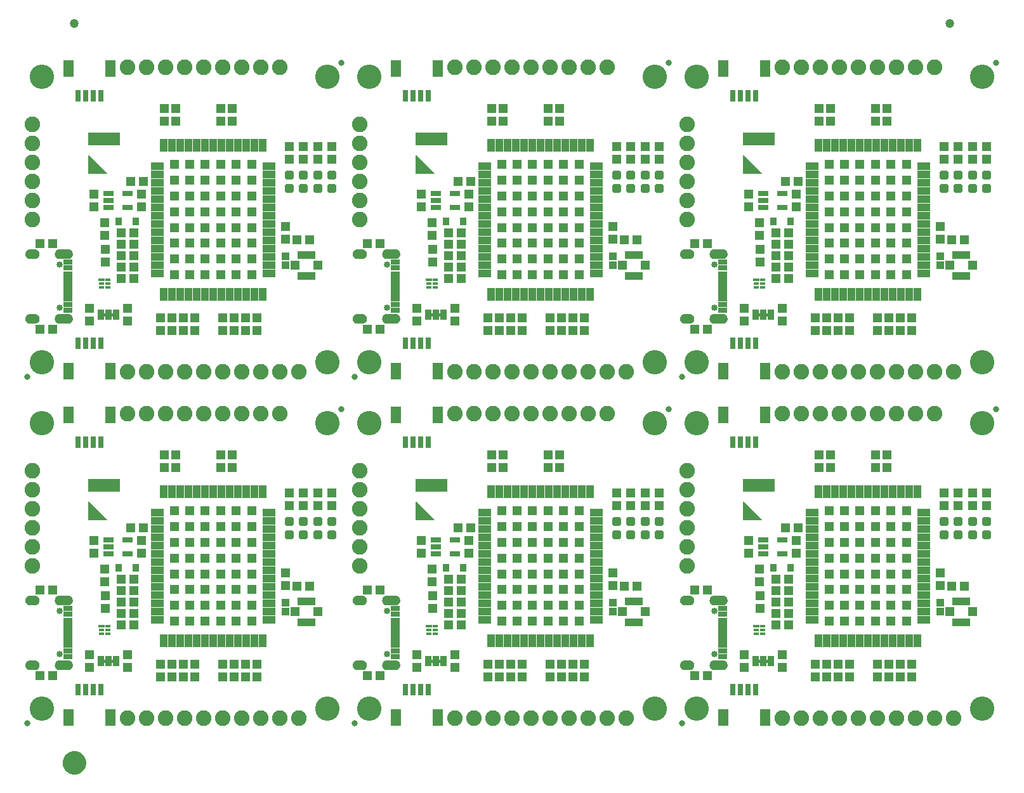
<source format=gts>
G75*
%MOIN*%
%OFA0B0*%
%FSLAX25Y25*%
%IPPOS*%
%LPD*%
%AMOC8*
5,1,8,0,0,1.08239X$1,22.5*
%
%ADD10C,0.12800*%
%ADD11C,0.03300*%
%ADD12R,0.05524X0.08674*%
%ADD13R,0.03162X0.06115*%
%ADD14R,0.04737X0.05131*%
%ADD15R,0.03300X0.05800*%
%ADD16C,0.00500*%
%ADD17C,0.01990*%
%ADD18R,0.03280X0.04068*%
%ADD19R,0.09461X0.04146*%
%ADD20R,0.04934X0.04737*%
%ADD21R,0.05131X0.04737*%
%ADD22R,0.05524X0.02965*%
%ADD23R,0.04343X0.04146*%
%ADD24R,0.06784X0.04146*%
%ADD25R,0.04146X0.06784*%
%ADD26R,0.05131X0.05131*%
%ADD27R,0.04737X0.01981*%
%ADD28R,0.04737X0.03162*%
%ADD29C,0.03359*%
%ADD30C,0.00039*%
%ADD31C,0.08200*%
%ADD32R,0.03202X0.01784*%
%ADD33R,0.03005X0.01784*%
%ADD34C,0.00197*%
%ADD35R,0.16535X0.06693*%
%ADD36C,0.04737*%
%ADD37C,0.05000*%
%ADD38C,0.06706*%
D10*
X0063342Y0048750D03*
X0213342Y0048750D03*
X0235342Y0048750D03*
X0385342Y0048750D03*
X0407342Y0048750D03*
X0557342Y0048750D03*
X0557342Y0198750D03*
X0557342Y0230750D03*
X0407342Y0230750D03*
X0385342Y0230750D03*
X0385342Y0198750D03*
X0407342Y0198750D03*
X0235342Y0198750D03*
X0213342Y0198750D03*
X0213342Y0230750D03*
X0235342Y0230750D03*
X0063342Y0230750D03*
X0063342Y0198750D03*
X0063342Y0380750D03*
X0213342Y0380750D03*
X0235342Y0380750D03*
X0385342Y0380750D03*
X0407342Y0380750D03*
X0557342Y0380750D03*
D11*
X0055842Y0041250D03*
X0227842Y0041250D03*
X0399842Y0041250D03*
X0392842Y0206250D03*
X0399842Y0223250D03*
X0564842Y0206250D03*
X0564842Y0388250D03*
X0392842Y0388250D03*
X0220842Y0388250D03*
X0227842Y0223250D03*
X0220842Y0206250D03*
X0055842Y0223250D03*
D12*
X0077318Y0226281D03*
X0099365Y0226281D03*
X0099365Y0203219D03*
X0077318Y0203219D03*
X0249318Y0203219D03*
X0271365Y0203219D03*
X0271365Y0226281D03*
X0249318Y0226281D03*
X0421318Y0226281D03*
X0443365Y0226281D03*
X0443365Y0203219D03*
X0421318Y0203219D03*
X0421318Y0044281D03*
X0443365Y0044281D03*
X0271365Y0044281D03*
X0249318Y0044281D03*
X0099365Y0044281D03*
X0077318Y0044281D03*
X0077318Y0385219D03*
X0099365Y0385219D03*
X0249318Y0385219D03*
X0271365Y0385219D03*
X0421318Y0385219D03*
X0443365Y0385219D03*
D13*
X0438247Y0370750D03*
X0434310Y0370750D03*
X0430373Y0370750D03*
X0426436Y0370750D03*
X0426436Y0240750D03*
X0430373Y0240750D03*
X0434310Y0240750D03*
X0438247Y0240750D03*
X0438247Y0188750D03*
X0434310Y0188750D03*
X0430373Y0188750D03*
X0426436Y0188750D03*
X0266247Y0188750D03*
X0262310Y0188750D03*
X0258373Y0188750D03*
X0254436Y0188750D03*
X0254436Y0240750D03*
X0258373Y0240750D03*
X0262310Y0240750D03*
X0266247Y0240750D03*
X0266247Y0370750D03*
X0262310Y0370750D03*
X0258373Y0370750D03*
X0254436Y0370750D03*
X0094247Y0370750D03*
X0090310Y0370750D03*
X0086373Y0370750D03*
X0082436Y0370750D03*
X0082436Y0240750D03*
X0086373Y0240750D03*
X0090310Y0240750D03*
X0094247Y0240750D03*
X0094247Y0188750D03*
X0090310Y0188750D03*
X0086373Y0188750D03*
X0082436Y0188750D03*
X0082436Y0058750D03*
X0086373Y0058750D03*
X0090310Y0058750D03*
X0094247Y0058750D03*
X0254436Y0058750D03*
X0258373Y0058750D03*
X0262310Y0058750D03*
X0266247Y0058750D03*
X0426436Y0058750D03*
X0430373Y0058750D03*
X0434310Y0058750D03*
X0438247Y0058750D03*
D14*
X0432342Y0070404D03*
X0432342Y0077096D03*
X0452342Y0077096D03*
X0452342Y0070404D03*
X0469842Y0072096D03*
X0475842Y0072096D03*
X0481842Y0072096D03*
X0487842Y0072096D03*
X0487842Y0065404D03*
X0481842Y0065404D03*
X0475842Y0065404D03*
X0469842Y0065404D03*
X0502342Y0065404D03*
X0508342Y0065404D03*
X0514342Y0065404D03*
X0520342Y0065404D03*
X0520342Y0072096D03*
X0514342Y0072096D03*
X0508342Y0072096D03*
X0502342Y0072096D03*
X0535342Y0113404D03*
X0535342Y0120096D03*
X0537342Y0155404D03*
X0537342Y0162096D03*
X0544842Y0162096D03*
X0544842Y0155404D03*
X0552342Y0155404D03*
X0552342Y0162096D03*
X0559842Y0162096D03*
X0559842Y0155404D03*
X0507342Y0175404D03*
X0501342Y0175404D03*
X0501342Y0182096D03*
X0507342Y0182096D03*
X0477842Y0182096D03*
X0471842Y0182096D03*
X0471842Y0175404D03*
X0477842Y0175404D03*
X0459842Y0137096D03*
X0459842Y0130404D03*
X0440342Y0122096D03*
X0434842Y0130404D03*
X0434842Y0137096D03*
X0440342Y0115404D03*
X0440842Y0108096D03*
X0440842Y0101404D03*
X0387842Y0155404D03*
X0387842Y0162096D03*
X0380342Y0162096D03*
X0380342Y0155404D03*
X0372842Y0155404D03*
X0372842Y0162096D03*
X0365342Y0162096D03*
X0365342Y0155404D03*
X0335342Y0175404D03*
X0329342Y0175404D03*
X0329342Y0182096D03*
X0335342Y0182096D03*
X0305842Y0182096D03*
X0299842Y0182096D03*
X0299842Y0175404D03*
X0305842Y0175404D03*
X0287842Y0137096D03*
X0287842Y0130404D03*
X0268342Y0122096D03*
X0262842Y0130404D03*
X0262842Y0137096D03*
X0268342Y0115404D03*
X0268842Y0108096D03*
X0268842Y0101404D03*
X0260342Y0077096D03*
X0260342Y0070404D03*
X0280342Y0070404D03*
X0280342Y0077096D03*
X0297842Y0072096D03*
X0303842Y0072096D03*
X0309842Y0072096D03*
X0315842Y0072096D03*
X0315842Y0065404D03*
X0309842Y0065404D03*
X0303842Y0065404D03*
X0297842Y0065404D03*
X0330342Y0065404D03*
X0336342Y0065404D03*
X0342342Y0065404D03*
X0348342Y0065404D03*
X0348342Y0072096D03*
X0342342Y0072096D03*
X0336342Y0072096D03*
X0330342Y0072096D03*
X0363342Y0113404D03*
X0363342Y0120096D03*
X0215842Y0155404D03*
X0215842Y0162096D03*
X0208342Y0162096D03*
X0208342Y0155404D03*
X0200842Y0155404D03*
X0200842Y0162096D03*
X0193342Y0162096D03*
X0193342Y0155404D03*
X0163342Y0175404D03*
X0157342Y0175404D03*
X0157342Y0182096D03*
X0163342Y0182096D03*
X0133842Y0182096D03*
X0127842Y0182096D03*
X0127842Y0175404D03*
X0133842Y0175404D03*
X0115842Y0137096D03*
X0115842Y0130404D03*
X0096342Y0122096D03*
X0090842Y0130404D03*
X0090842Y0137096D03*
X0096342Y0115404D03*
X0096842Y0108096D03*
X0096842Y0101404D03*
X0088342Y0077096D03*
X0088342Y0070404D03*
X0108342Y0070404D03*
X0108342Y0077096D03*
X0125842Y0072096D03*
X0131842Y0072096D03*
X0137842Y0072096D03*
X0143842Y0072096D03*
X0143842Y0065404D03*
X0137842Y0065404D03*
X0131842Y0065404D03*
X0125842Y0065404D03*
X0158342Y0065404D03*
X0164342Y0065404D03*
X0170342Y0065404D03*
X0176342Y0065404D03*
X0176342Y0072096D03*
X0170342Y0072096D03*
X0164342Y0072096D03*
X0158342Y0072096D03*
X0191342Y0113404D03*
X0191342Y0120096D03*
X0176342Y0247404D03*
X0170342Y0247404D03*
X0164342Y0247404D03*
X0158342Y0247404D03*
X0158342Y0254096D03*
X0164342Y0254096D03*
X0170342Y0254096D03*
X0176342Y0254096D03*
X0143842Y0254096D03*
X0137842Y0254096D03*
X0131842Y0254096D03*
X0125842Y0254096D03*
X0125842Y0247404D03*
X0131842Y0247404D03*
X0137842Y0247404D03*
X0143842Y0247404D03*
X0108342Y0252404D03*
X0108342Y0259096D03*
X0088342Y0259096D03*
X0088342Y0252404D03*
X0096842Y0283404D03*
X0096842Y0290096D03*
X0096342Y0297404D03*
X0096342Y0304096D03*
X0090842Y0312404D03*
X0090842Y0319096D03*
X0115842Y0319096D03*
X0115842Y0312404D03*
X0127842Y0357404D03*
X0133842Y0357404D03*
X0133842Y0364096D03*
X0127842Y0364096D03*
X0157342Y0364096D03*
X0163342Y0364096D03*
X0163342Y0357404D03*
X0157342Y0357404D03*
X0193342Y0344096D03*
X0200842Y0344096D03*
X0208342Y0344096D03*
X0215842Y0344096D03*
X0215842Y0337404D03*
X0208342Y0337404D03*
X0200842Y0337404D03*
X0193342Y0337404D03*
X0191342Y0302096D03*
X0191342Y0295404D03*
X0262842Y0312404D03*
X0262842Y0319096D03*
X0268342Y0304096D03*
X0268342Y0297404D03*
X0268842Y0290096D03*
X0268842Y0283404D03*
X0260342Y0259096D03*
X0260342Y0252404D03*
X0280342Y0252404D03*
X0280342Y0259096D03*
X0297842Y0254096D03*
X0303842Y0254096D03*
X0309842Y0254096D03*
X0315842Y0254096D03*
X0315842Y0247404D03*
X0309842Y0247404D03*
X0303842Y0247404D03*
X0297842Y0247404D03*
X0330342Y0247404D03*
X0336342Y0247404D03*
X0342342Y0247404D03*
X0348342Y0247404D03*
X0348342Y0254096D03*
X0342342Y0254096D03*
X0336342Y0254096D03*
X0330342Y0254096D03*
X0363342Y0295404D03*
X0363342Y0302096D03*
X0365342Y0337404D03*
X0365342Y0344096D03*
X0372842Y0344096D03*
X0380342Y0344096D03*
X0387842Y0344096D03*
X0387842Y0337404D03*
X0380342Y0337404D03*
X0372842Y0337404D03*
X0335342Y0357404D03*
X0329342Y0357404D03*
X0329342Y0364096D03*
X0335342Y0364096D03*
X0305842Y0364096D03*
X0299842Y0364096D03*
X0299842Y0357404D03*
X0305842Y0357404D03*
X0287842Y0319096D03*
X0287842Y0312404D03*
X0434842Y0312404D03*
X0434842Y0319096D03*
X0440342Y0304096D03*
X0440342Y0297404D03*
X0440842Y0290096D03*
X0440842Y0283404D03*
X0432342Y0259096D03*
X0432342Y0252404D03*
X0452342Y0252404D03*
X0452342Y0259096D03*
X0469842Y0254096D03*
X0475842Y0254096D03*
X0481842Y0254096D03*
X0487842Y0254096D03*
X0487842Y0247404D03*
X0481842Y0247404D03*
X0475842Y0247404D03*
X0469842Y0247404D03*
X0502342Y0247404D03*
X0508342Y0247404D03*
X0514342Y0247404D03*
X0520342Y0247404D03*
X0520342Y0254096D03*
X0514342Y0254096D03*
X0508342Y0254096D03*
X0502342Y0254096D03*
X0535342Y0295404D03*
X0535342Y0302096D03*
X0537342Y0337404D03*
X0544842Y0337404D03*
X0544842Y0344096D03*
X0537342Y0344096D03*
X0552342Y0344096D03*
X0559842Y0344096D03*
X0559842Y0337404D03*
X0552342Y0337404D03*
X0507342Y0357404D03*
X0501342Y0357404D03*
X0501342Y0364096D03*
X0507342Y0364096D03*
X0477842Y0364096D03*
X0471842Y0364096D03*
X0471842Y0357404D03*
X0477842Y0357404D03*
X0459842Y0319096D03*
X0459842Y0312404D03*
D15*
X0446342Y0255750D03*
X0442342Y0255750D03*
X0438342Y0255750D03*
X0274342Y0255750D03*
X0270342Y0255750D03*
X0266342Y0255750D03*
X0102342Y0255750D03*
X0098342Y0255750D03*
X0094342Y0255750D03*
X0094342Y0073750D03*
X0098342Y0073750D03*
X0102342Y0073750D03*
X0266342Y0073750D03*
X0270342Y0073750D03*
X0274342Y0073750D03*
X0438342Y0073750D03*
X0442342Y0073750D03*
X0446342Y0073750D03*
D16*
X0445092Y0073646D02*
X0443592Y0073646D01*
X0443592Y0073250D02*
X0443592Y0074250D01*
X0445092Y0074250D01*
X0445092Y0073250D01*
X0443592Y0073250D01*
X0443592Y0074144D02*
X0445092Y0074144D01*
X0441092Y0074144D02*
X0439592Y0074144D01*
X0439592Y0074250D02*
X0439592Y0073250D01*
X0441092Y0073250D01*
X0441092Y0074250D01*
X0439592Y0074250D01*
X0439592Y0073646D02*
X0441092Y0073646D01*
X0273092Y0073646D02*
X0271592Y0073646D01*
X0271592Y0073250D02*
X0271592Y0074250D01*
X0273092Y0074250D01*
X0273092Y0073250D01*
X0271592Y0073250D01*
X0271592Y0074144D02*
X0273092Y0074144D01*
X0269092Y0074144D02*
X0267592Y0074144D01*
X0267592Y0074250D02*
X0267592Y0073250D01*
X0269092Y0073250D01*
X0269092Y0074250D01*
X0267592Y0074250D01*
X0267592Y0073646D02*
X0269092Y0073646D01*
X0101092Y0073646D02*
X0099592Y0073646D01*
X0099592Y0073250D02*
X0099592Y0074250D01*
X0101092Y0074250D01*
X0101092Y0073250D01*
X0099592Y0073250D01*
X0099592Y0074144D02*
X0101092Y0074144D01*
X0097092Y0074144D02*
X0095592Y0074144D01*
X0095592Y0074250D02*
X0095592Y0073250D01*
X0097092Y0073250D01*
X0097092Y0074250D01*
X0095592Y0074250D01*
X0095592Y0073646D02*
X0097092Y0073646D01*
X0097092Y0255250D02*
X0095592Y0255250D01*
X0095592Y0256250D01*
X0097092Y0256250D01*
X0097092Y0255250D01*
X0097092Y0255602D02*
X0095592Y0255602D01*
X0095592Y0256101D02*
X0097092Y0256101D01*
X0099592Y0256101D02*
X0101092Y0256101D01*
X0101092Y0256250D02*
X0101092Y0255250D01*
X0099592Y0255250D01*
X0099592Y0256250D01*
X0101092Y0256250D01*
X0101092Y0255602D02*
X0099592Y0255602D01*
X0267592Y0255602D02*
X0269092Y0255602D01*
X0269092Y0255250D02*
X0267592Y0255250D01*
X0267592Y0256250D01*
X0269092Y0256250D01*
X0269092Y0255250D01*
X0269092Y0256101D02*
X0267592Y0256101D01*
X0271592Y0256101D02*
X0273092Y0256101D01*
X0273092Y0256250D02*
X0273092Y0255250D01*
X0271592Y0255250D01*
X0271592Y0256250D01*
X0273092Y0256250D01*
X0273092Y0255602D02*
X0271592Y0255602D01*
X0439592Y0255602D02*
X0441092Y0255602D01*
X0441092Y0255250D02*
X0439592Y0255250D01*
X0439592Y0256250D01*
X0441092Y0256250D01*
X0441092Y0255250D01*
X0441092Y0256101D02*
X0439592Y0256101D01*
X0443592Y0256101D02*
X0445092Y0256101D01*
X0445092Y0256250D02*
X0445092Y0255250D01*
X0443592Y0255250D01*
X0443592Y0256250D01*
X0445092Y0256250D01*
X0445092Y0255602D02*
X0443592Y0255602D01*
D17*
X0389215Y0323670D02*
X0386469Y0323670D01*
X0389215Y0323670D02*
X0389215Y0320924D01*
X0386469Y0320924D01*
X0386469Y0323670D01*
X0386469Y0322814D02*
X0389215Y0322814D01*
X0381715Y0323670D02*
X0378969Y0323670D01*
X0381715Y0323670D02*
X0381715Y0320924D01*
X0378969Y0320924D01*
X0378969Y0323670D01*
X0378969Y0322814D02*
X0381715Y0322814D01*
X0374215Y0323670D02*
X0371469Y0323670D01*
X0374215Y0323670D02*
X0374215Y0320924D01*
X0371469Y0320924D01*
X0371469Y0323670D01*
X0371469Y0322814D02*
X0374215Y0322814D01*
X0374215Y0330576D02*
X0371469Y0330576D01*
X0374215Y0330576D02*
X0374215Y0327830D01*
X0371469Y0327830D01*
X0371469Y0330576D01*
X0371469Y0329720D02*
X0374215Y0329720D01*
X0378969Y0330576D02*
X0381715Y0330576D01*
X0381715Y0327830D01*
X0378969Y0327830D01*
X0378969Y0330576D01*
X0378969Y0329720D02*
X0381715Y0329720D01*
X0386469Y0330576D02*
X0389215Y0330576D01*
X0389215Y0327830D01*
X0386469Y0327830D01*
X0386469Y0330576D01*
X0386469Y0329720D02*
X0389215Y0329720D01*
X0366715Y0330576D02*
X0363969Y0330576D01*
X0366715Y0330576D02*
X0366715Y0327830D01*
X0363969Y0327830D01*
X0363969Y0330576D01*
X0363969Y0329720D02*
X0366715Y0329720D01*
X0366715Y0323670D02*
X0363969Y0323670D01*
X0366715Y0323670D02*
X0366715Y0320924D01*
X0363969Y0320924D01*
X0363969Y0323670D01*
X0363969Y0322814D02*
X0366715Y0322814D01*
X0217215Y0323670D02*
X0214469Y0323670D01*
X0217215Y0323670D02*
X0217215Y0320924D01*
X0214469Y0320924D01*
X0214469Y0323670D01*
X0214469Y0322814D02*
X0217215Y0322814D01*
X0217215Y0330576D02*
X0214469Y0330576D01*
X0217215Y0330576D02*
X0217215Y0327830D01*
X0214469Y0327830D01*
X0214469Y0330576D01*
X0214469Y0329720D02*
X0217215Y0329720D01*
X0209715Y0330576D02*
X0206969Y0330576D01*
X0209715Y0330576D02*
X0209715Y0327830D01*
X0206969Y0327830D01*
X0206969Y0330576D01*
X0206969Y0329720D02*
X0209715Y0329720D01*
X0202215Y0330576D02*
X0199469Y0330576D01*
X0202215Y0330576D02*
X0202215Y0327830D01*
X0199469Y0327830D01*
X0199469Y0330576D01*
X0199469Y0329720D02*
X0202215Y0329720D01*
X0194715Y0330576D02*
X0191969Y0330576D01*
X0194715Y0330576D02*
X0194715Y0327830D01*
X0191969Y0327830D01*
X0191969Y0330576D01*
X0191969Y0329720D02*
X0194715Y0329720D01*
X0194715Y0323670D02*
X0191969Y0323670D01*
X0194715Y0323670D02*
X0194715Y0320924D01*
X0191969Y0320924D01*
X0191969Y0323670D01*
X0191969Y0322814D02*
X0194715Y0322814D01*
X0199469Y0323670D02*
X0202215Y0323670D01*
X0202215Y0320924D01*
X0199469Y0320924D01*
X0199469Y0323670D01*
X0199469Y0322814D02*
X0202215Y0322814D01*
X0206969Y0323670D02*
X0209715Y0323670D01*
X0209715Y0320924D01*
X0206969Y0320924D01*
X0206969Y0323670D01*
X0206969Y0322814D02*
X0209715Y0322814D01*
X0209715Y0148576D02*
X0206969Y0148576D01*
X0209715Y0148576D02*
X0209715Y0145830D01*
X0206969Y0145830D01*
X0206969Y0148576D01*
X0206969Y0147720D02*
X0209715Y0147720D01*
X0214469Y0148576D02*
X0217215Y0148576D01*
X0217215Y0145830D01*
X0214469Y0145830D01*
X0214469Y0148576D01*
X0214469Y0147720D02*
X0217215Y0147720D01*
X0217215Y0141670D02*
X0214469Y0141670D01*
X0217215Y0141670D02*
X0217215Y0138924D01*
X0214469Y0138924D01*
X0214469Y0141670D01*
X0214469Y0140814D02*
X0217215Y0140814D01*
X0209715Y0141670D02*
X0206969Y0141670D01*
X0209715Y0141670D02*
X0209715Y0138924D01*
X0206969Y0138924D01*
X0206969Y0141670D01*
X0206969Y0140814D02*
X0209715Y0140814D01*
X0202215Y0141670D02*
X0199469Y0141670D01*
X0202215Y0141670D02*
X0202215Y0138924D01*
X0199469Y0138924D01*
X0199469Y0141670D01*
X0199469Y0140814D02*
X0202215Y0140814D01*
X0202215Y0148576D02*
X0199469Y0148576D01*
X0202215Y0148576D02*
X0202215Y0145830D01*
X0199469Y0145830D01*
X0199469Y0148576D01*
X0199469Y0147720D02*
X0202215Y0147720D01*
X0194715Y0148576D02*
X0191969Y0148576D01*
X0194715Y0148576D02*
X0194715Y0145830D01*
X0191969Y0145830D01*
X0191969Y0148576D01*
X0191969Y0147720D02*
X0194715Y0147720D01*
X0194715Y0141670D02*
X0191969Y0141670D01*
X0194715Y0141670D02*
X0194715Y0138924D01*
X0191969Y0138924D01*
X0191969Y0141670D01*
X0191969Y0140814D02*
X0194715Y0140814D01*
X0363969Y0141670D02*
X0366715Y0141670D01*
X0366715Y0138924D01*
X0363969Y0138924D01*
X0363969Y0141670D01*
X0363969Y0140814D02*
X0366715Y0140814D01*
X0371469Y0141670D02*
X0374215Y0141670D01*
X0374215Y0138924D01*
X0371469Y0138924D01*
X0371469Y0141670D01*
X0371469Y0140814D02*
X0374215Y0140814D01*
X0378969Y0141670D02*
X0381715Y0141670D01*
X0381715Y0138924D01*
X0378969Y0138924D01*
X0378969Y0141670D01*
X0378969Y0140814D02*
X0381715Y0140814D01*
X0386469Y0141670D02*
X0389215Y0141670D01*
X0389215Y0138924D01*
X0386469Y0138924D01*
X0386469Y0141670D01*
X0386469Y0140814D02*
X0389215Y0140814D01*
X0389215Y0148576D02*
X0386469Y0148576D01*
X0389215Y0148576D02*
X0389215Y0145830D01*
X0386469Y0145830D01*
X0386469Y0148576D01*
X0386469Y0147720D02*
X0389215Y0147720D01*
X0381715Y0148576D02*
X0378969Y0148576D01*
X0381715Y0148576D02*
X0381715Y0145830D01*
X0378969Y0145830D01*
X0378969Y0148576D01*
X0378969Y0147720D02*
X0381715Y0147720D01*
X0374215Y0148576D02*
X0371469Y0148576D01*
X0374215Y0148576D02*
X0374215Y0145830D01*
X0371469Y0145830D01*
X0371469Y0148576D01*
X0371469Y0147720D02*
X0374215Y0147720D01*
X0366715Y0148576D02*
X0363969Y0148576D01*
X0366715Y0148576D02*
X0366715Y0145830D01*
X0363969Y0145830D01*
X0363969Y0148576D01*
X0363969Y0147720D02*
X0366715Y0147720D01*
X0535969Y0148576D02*
X0538715Y0148576D01*
X0538715Y0145830D01*
X0535969Y0145830D01*
X0535969Y0148576D01*
X0535969Y0147720D02*
X0538715Y0147720D01*
X0543469Y0148576D02*
X0546215Y0148576D01*
X0546215Y0145830D01*
X0543469Y0145830D01*
X0543469Y0148576D01*
X0543469Y0147720D02*
X0546215Y0147720D01*
X0550969Y0148576D02*
X0553715Y0148576D01*
X0553715Y0145830D01*
X0550969Y0145830D01*
X0550969Y0148576D01*
X0550969Y0147720D02*
X0553715Y0147720D01*
X0558469Y0148576D02*
X0561215Y0148576D01*
X0561215Y0145830D01*
X0558469Y0145830D01*
X0558469Y0148576D01*
X0558469Y0147720D02*
X0561215Y0147720D01*
X0561215Y0141670D02*
X0558469Y0141670D01*
X0561215Y0141670D02*
X0561215Y0138924D01*
X0558469Y0138924D01*
X0558469Y0141670D01*
X0558469Y0140814D02*
X0561215Y0140814D01*
X0553715Y0141670D02*
X0550969Y0141670D01*
X0553715Y0141670D02*
X0553715Y0138924D01*
X0550969Y0138924D01*
X0550969Y0141670D01*
X0550969Y0140814D02*
X0553715Y0140814D01*
X0546215Y0141670D02*
X0543469Y0141670D01*
X0546215Y0141670D02*
X0546215Y0138924D01*
X0543469Y0138924D01*
X0543469Y0141670D01*
X0543469Y0140814D02*
X0546215Y0140814D01*
X0538715Y0141670D02*
X0535969Y0141670D01*
X0538715Y0141670D02*
X0538715Y0138924D01*
X0535969Y0138924D01*
X0535969Y0141670D01*
X0535969Y0140814D02*
X0538715Y0140814D01*
X0538715Y0323670D02*
X0535969Y0323670D01*
X0538715Y0323670D02*
X0538715Y0320924D01*
X0535969Y0320924D01*
X0535969Y0323670D01*
X0535969Y0322814D02*
X0538715Y0322814D01*
X0543469Y0323670D02*
X0546215Y0323670D01*
X0546215Y0320924D01*
X0543469Y0320924D01*
X0543469Y0323670D01*
X0543469Y0322814D02*
X0546215Y0322814D01*
X0550969Y0323670D02*
X0553715Y0323670D01*
X0553715Y0320924D01*
X0550969Y0320924D01*
X0550969Y0323670D01*
X0550969Y0322814D02*
X0553715Y0322814D01*
X0558469Y0323670D02*
X0561215Y0323670D01*
X0561215Y0320924D01*
X0558469Y0320924D01*
X0558469Y0323670D01*
X0558469Y0322814D02*
X0561215Y0322814D01*
X0561215Y0330576D02*
X0558469Y0330576D01*
X0561215Y0330576D02*
X0561215Y0327830D01*
X0558469Y0327830D01*
X0558469Y0330576D01*
X0558469Y0329720D02*
X0561215Y0329720D01*
X0553715Y0330576D02*
X0550969Y0330576D01*
X0553715Y0330576D02*
X0553715Y0327830D01*
X0550969Y0327830D01*
X0550969Y0330576D01*
X0550969Y0329720D02*
X0553715Y0329720D01*
X0546215Y0330576D02*
X0543469Y0330576D01*
X0546215Y0330576D02*
X0546215Y0327830D01*
X0543469Y0327830D01*
X0543469Y0330576D01*
X0543469Y0329720D02*
X0546215Y0329720D01*
X0538715Y0330576D02*
X0535969Y0330576D01*
X0538715Y0330576D02*
X0538715Y0327830D01*
X0535969Y0327830D01*
X0535969Y0330576D01*
X0535969Y0329720D02*
X0538715Y0329720D01*
D18*
X0456869Y0304750D03*
X0447814Y0304750D03*
X0284869Y0304750D03*
X0275814Y0304750D03*
X0112869Y0304750D03*
X0103814Y0304750D03*
X0103814Y0122750D03*
X0112869Y0122750D03*
X0275814Y0122750D03*
X0284869Y0122750D03*
X0447814Y0122750D03*
X0456869Y0122750D03*
D19*
X0374342Y0105163D03*
X0374342Y0094337D03*
X0546342Y0094337D03*
X0546342Y0105163D03*
X0546342Y0276337D03*
X0546342Y0287163D03*
X0374342Y0287163D03*
X0374342Y0276337D03*
X0202342Y0276337D03*
X0202342Y0287163D03*
X0202342Y0105163D03*
X0202342Y0094337D03*
D20*
X0208346Y0099750D03*
X0196338Y0099750D03*
X0368338Y0099750D03*
X0380346Y0099750D03*
X0540338Y0099750D03*
X0552346Y0099750D03*
X0552346Y0281750D03*
X0540338Y0281750D03*
X0380346Y0281750D03*
X0368338Y0281750D03*
X0208346Y0281750D03*
X0196338Y0281750D03*
D21*
X0197495Y0295250D03*
X0204188Y0295250D03*
X0234495Y0293250D03*
X0241188Y0293250D03*
X0276995Y0292750D03*
X0276995Y0286750D03*
X0283688Y0286750D03*
X0283688Y0292750D03*
X0283688Y0298750D03*
X0276995Y0298750D03*
X0276995Y0280750D03*
X0276995Y0274750D03*
X0283688Y0274750D03*
X0283688Y0280750D03*
X0241188Y0248250D03*
X0234495Y0248250D03*
X0281995Y0325750D03*
X0288688Y0325750D03*
X0369495Y0295250D03*
X0376188Y0295250D03*
X0406495Y0293250D03*
X0413188Y0293250D03*
X0448995Y0292750D03*
X0448995Y0286750D03*
X0455688Y0286750D03*
X0455688Y0292750D03*
X0455688Y0298750D03*
X0448995Y0298750D03*
X0448995Y0280750D03*
X0448995Y0274750D03*
X0455688Y0274750D03*
X0455688Y0280750D03*
X0413188Y0248250D03*
X0406495Y0248250D03*
X0453995Y0325750D03*
X0460688Y0325750D03*
X0541495Y0295250D03*
X0548188Y0295250D03*
X0460688Y0143750D03*
X0453995Y0143750D03*
X0455688Y0116750D03*
X0455688Y0110750D03*
X0455688Y0104750D03*
X0455688Y0098750D03*
X0448995Y0098750D03*
X0448995Y0104750D03*
X0448995Y0110750D03*
X0448995Y0116750D03*
X0448995Y0092750D03*
X0455688Y0092750D03*
X0413188Y0111250D03*
X0406495Y0111250D03*
X0376188Y0113250D03*
X0369495Y0113250D03*
X0406495Y0066250D03*
X0413188Y0066250D03*
X0288688Y0143750D03*
X0281995Y0143750D03*
X0283688Y0116750D03*
X0283688Y0110750D03*
X0283688Y0104750D03*
X0283688Y0098750D03*
X0276995Y0098750D03*
X0276995Y0104750D03*
X0276995Y0110750D03*
X0276995Y0116750D03*
X0276995Y0092750D03*
X0283688Y0092750D03*
X0241188Y0111250D03*
X0234495Y0111250D03*
X0204188Y0113250D03*
X0197495Y0113250D03*
X0234495Y0066250D03*
X0241188Y0066250D03*
X0116688Y0143750D03*
X0109995Y0143750D03*
X0111688Y0116750D03*
X0111688Y0110750D03*
X0111688Y0104750D03*
X0111688Y0098750D03*
X0104995Y0098750D03*
X0104995Y0104750D03*
X0104995Y0110750D03*
X0104995Y0116750D03*
X0104995Y0092750D03*
X0111688Y0092750D03*
X0069188Y0111250D03*
X0062495Y0111250D03*
X0062495Y0066250D03*
X0069188Y0066250D03*
X0069188Y0248250D03*
X0062495Y0248250D03*
X0104995Y0274750D03*
X0104995Y0280750D03*
X0111688Y0280750D03*
X0111688Y0274750D03*
X0111688Y0286750D03*
X0111688Y0292750D03*
X0111688Y0298750D03*
X0104995Y0298750D03*
X0104995Y0292750D03*
X0104995Y0286750D03*
X0069188Y0293250D03*
X0062495Y0293250D03*
X0109995Y0325750D03*
X0116688Y0325750D03*
X0541495Y0113250D03*
X0548188Y0113250D03*
D22*
X0452460Y0130010D03*
X0452460Y0137490D03*
X0442223Y0137490D03*
X0442223Y0133750D03*
X0442223Y0130010D03*
X0280460Y0130010D03*
X0270223Y0130010D03*
X0270223Y0133750D03*
X0270223Y0137490D03*
X0280460Y0137490D03*
X0108460Y0137490D03*
X0108460Y0130010D03*
X0098223Y0130010D03*
X0098223Y0133750D03*
X0098223Y0137490D03*
X0098223Y0312010D03*
X0098223Y0315750D03*
X0098223Y0319490D03*
X0108460Y0319490D03*
X0108460Y0312010D03*
X0270223Y0312010D03*
X0270223Y0315750D03*
X0270223Y0319490D03*
X0280460Y0319490D03*
X0280460Y0312010D03*
X0442223Y0312010D03*
X0442223Y0315750D03*
X0442223Y0319490D03*
X0452460Y0319490D03*
X0452460Y0312010D03*
D23*
X0535342Y0286533D03*
X0535342Y0281967D03*
X0363342Y0281967D03*
X0363342Y0286533D03*
X0191342Y0286533D03*
X0191342Y0281967D03*
X0191342Y0104533D03*
X0191342Y0099967D03*
X0363342Y0099967D03*
X0363342Y0104533D03*
X0535342Y0104533D03*
X0535342Y0099967D03*
D24*
X0526673Y0099931D03*
X0526673Y0095600D03*
X0526673Y0104262D03*
X0526673Y0108593D03*
X0526673Y0112923D03*
X0526673Y0117254D03*
X0526673Y0121585D03*
X0526673Y0125915D03*
X0526673Y0130246D03*
X0526673Y0134577D03*
X0526673Y0138907D03*
X0526673Y0143238D03*
X0526673Y0147569D03*
X0526673Y0151900D03*
X0468011Y0151900D03*
X0468011Y0147569D03*
X0468011Y0143238D03*
X0468011Y0138907D03*
X0468011Y0134577D03*
X0468011Y0130246D03*
X0468011Y0125915D03*
X0468011Y0121585D03*
X0468011Y0117254D03*
X0468011Y0112923D03*
X0468011Y0108593D03*
X0468011Y0104262D03*
X0468011Y0099931D03*
X0468011Y0095600D03*
X0354673Y0095600D03*
X0354673Y0099931D03*
X0354673Y0104262D03*
X0354673Y0108593D03*
X0354673Y0112923D03*
X0354673Y0117254D03*
X0354673Y0121585D03*
X0354673Y0125915D03*
X0354673Y0130246D03*
X0354673Y0134577D03*
X0354673Y0138907D03*
X0354673Y0143238D03*
X0354673Y0147569D03*
X0354673Y0151900D03*
X0296011Y0151900D03*
X0296011Y0147569D03*
X0296011Y0143238D03*
X0296011Y0138907D03*
X0296011Y0134577D03*
X0296011Y0130246D03*
X0296011Y0125915D03*
X0296011Y0121585D03*
X0296011Y0117254D03*
X0296011Y0112923D03*
X0296011Y0108593D03*
X0296011Y0104262D03*
X0296011Y0099931D03*
X0296011Y0095600D03*
X0182673Y0095600D03*
X0182673Y0099931D03*
X0182673Y0104262D03*
X0182673Y0108593D03*
X0182673Y0112923D03*
X0182673Y0117254D03*
X0182673Y0121585D03*
X0182673Y0125915D03*
X0182673Y0130246D03*
X0182673Y0134577D03*
X0182673Y0138907D03*
X0182673Y0143238D03*
X0182673Y0147569D03*
X0182673Y0151900D03*
X0124011Y0151900D03*
X0124011Y0147569D03*
X0124011Y0143238D03*
X0124011Y0138907D03*
X0124011Y0134577D03*
X0124011Y0130246D03*
X0124011Y0125915D03*
X0124011Y0121585D03*
X0124011Y0117254D03*
X0124011Y0112923D03*
X0124011Y0108593D03*
X0124011Y0104262D03*
X0124011Y0099931D03*
X0124011Y0095600D03*
X0124011Y0277600D03*
X0124011Y0281931D03*
X0124011Y0286262D03*
X0124011Y0290593D03*
X0124011Y0294923D03*
X0124011Y0299254D03*
X0124011Y0303585D03*
X0124011Y0307915D03*
X0124011Y0312246D03*
X0124011Y0316577D03*
X0124011Y0320907D03*
X0124011Y0325238D03*
X0124011Y0329569D03*
X0124011Y0333900D03*
X0182673Y0333900D03*
X0182673Y0329569D03*
X0182673Y0325238D03*
X0182673Y0320907D03*
X0182673Y0316577D03*
X0182673Y0312246D03*
X0182673Y0307915D03*
X0182673Y0303585D03*
X0182673Y0299254D03*
X0182673Y0294923D03*
X0182673Y0290593D03*
X0182673Y0286262D03*
X0182673Y0281931D03*
X0182673Y0277600D03*
X0296011Y0277600D03*
X0296011Y0281931D03*
X0296011Y0286262D03*
X0296011Y0290593D03*
X0296011Y0294923D03*
X0296011Y0299254D03*
X0296011Y0303585D03*
X0296011Y0307915D03*
X0296011Y0312246D03*
X0296011Y0316577D03*
X0296011Y0320907D03*
X0296011Y0325238D03*
X0296011Y0329569D03*
X0296011Y0333900D03*
X0354673Y0333900D03*
X0354673Y0329569D03*
X0354673Y0325238D03*
X0354673Y0320907D03*
X0354673Y0316577D03*
X0354673Y0312246D03*
X0354673Y0307915D03*
X0354673Y0303585D03*
X0354673Y0299254D03*
X0354673Y0294923D03*
X0354673Y0290593D03*
X0354673Y0286262D03*
X0354673Y0281931D03*
X0354673Y0277600D03*
X0468011Y0277600D03*
X0468011Y0281931D03*
X0468011Y0286262D03*
X0468011Y0290593D03*
X0468011Y0294923D03*
X0468011Y0299254D03*
X0468011Y0303585D03*
X0468011Y0307915D03*
X0468011Y0312246D03*
X0468011Y0316577D03*
X0468011Y0320907D03*
X0468011Y0325238D03*
X0468011Y0329569D03*
X0468011Y0333900D03*
X0526673Y0333900D03*
X0526673Y0329569D03*
X0526673Y0325238D03*
X0526673Y0320907D03*
X0526673Y0316577D03*
X0526673Y0312246D03*
X0526673Y0307915D03*
X0526673Y0303585D03*
X0526673Y0299254D03*
X0526673Y0294923D03*
X0526673Y0290593D03*
X0526673Y0286262D03*
X0526673Y0281931D03*
X0526673Y0277600D03*
D25*
X0523326Y0266577D03*
X0518995Y0266577D03*
X0514665Y0266577D03*
X0510334Y0266577D03*
X0506003Y0266577D03*
X0501673Y0266577D03*
X0497342Y0266577D03*
X0493011Y0266577D03*
X0488680Y0266577D03*
X0484350Y0266577D03*
X0480019Y0266577D03*
X0475688Y0266577D03*
X0471358Y0266577D03*
X0471358Y0344923D03*
X0475688Y0344923D03*
X0480019Y0344923D03*
X0484350Y0344923D03*
X0488680Y0344923D03*
X0493011Y0344923D03*
X0497342Y0344923D03*
X0501673Y0344923D03*
X0506003Y0344923D03*
X0510334Y0344923D03*
X0514665Y0344923D03*
X0518995Y0344923D03*
X0523326Y0344923D03*
X0351326Y0344923D03*
X0346995Y0344923D03*
X0342665Y0344923D03*
X0338334Y0344923D03*
X0334003Y0344923D03*
X0329673Y0344923D03*
X0325342Y0344923D03*
X0321011Y0344923D03*
X0316680Y0344923D03*
X0312350Y0344923D03*
X0308019Y0344923D03*
X0303688Y0344923D03*
X0299358Y0344923D03*
X0299358Y0266577D03*
X0303688Y0266577D03*
X0308019Y0266577D03*
X0312350Y0266577D03*
X0316680Y0266577D03*
X0321011Y0266577D03*
X0325342Y0266577D03*
X0329673Y0266577D03*
X0334003Y0266577D03*
X0338334Y0266577D03*
X0342665Y0266577D03*
X0346995Y0266577D03*
X0351326Y0266577D03*
X0351326Y0162923D03*
X0346995Y0162923D03*
X0342665Y0162923D03*
X0338334Y0162923D03*
X0334003Y0162923D03*
X0329673Y0162923D03*
X0325342Y0162923D03*
X0321011Y0162923D03*
X0316680Y0162923D03*
X0312350Y0162923D03*
X0308019Y0162923D03*
X0303688Y0162923D03*
X0299358Y0162923D03*
X0299358Y0084577D03*
X0303688Y0084577D03*
X0308019Y0084577D03*
X0312350Y0084577D03*
X0316680Y0084577D03*
X0321011Y0084577D03*
X0325342Y0084577D03*
X0329673Y0084577D03*
X0334003Y0084577D03*
X0338334Y0084577D03*
X0342665Y0084577D03*
X0346995Y0084577D03*
X0351326Y0084577D03*
X0471358Y0084577D03*
X0475688Y0084577D03*
X0480019Y0084577D03*
X0484350Y0084577D03*
X0488680Y0084577D03*
X0493011Y0084577D03*
X0497342Y0084577D03*
X0501673Y0084577D03*
X0506003Y0084577D03*
X0510334Y0084577D03*
X0514665Y0084577D03*
X0518995Y0084577D03*
X0523326Y0084577D03*
X0523326Y0162923D03*
X0518995Y0162923D03*
X0514665Y0162923D03*
X0510334Y0162923D03*
X0506003Y0162923D03*
X0501673Y0162923D03*
X0497342Y0162923D03*
X0493011Y0162923D03*
X0488680Y0162923D03*
X0484350Y0162923D03*
X0480019Y0162923D03*
X0475688Y0162923D03*
X0471358Y0162923D03*
X0179326Y0162923D03*
X0174995Y0162923D03*
X0170665Y0162923D03*
X0166334Y0162923D03*
X0162003Y0162923D03*
X0157673Y0162923D03*
X0153342Y0162923D03*
X0149011Y0162923D03*
X0144680Y0162923D03*
X0140350Y0162923D03*
X0136019Y0162923D03*
X0131688Y0162923D03*
X0127358Y0162923D03*
X0127358Y0084577D03*
X0131688Y0084577D03*
X0136019Y0084577D03*
X0140350Y0084577D03*
X0144680Y0084577D03*
X0149011Y0084577D03*
X0153342Y0084577D03*
X0157673Y0084577D03*
X0162003Y0084577D03*
X0166334Y0084577D03*
X0170665Y0084577D03*
X0174995Y0084577D03*
X0179326Y0084577D03*
X0179326Y0266577D03*
X0174995Y0266577D03*
X0170665Y0266577D03*
X0166334Y0266577D03*
X0162003Y0266577D03*
X0157673Y0266577D03*
X0153342Y0266577D03*
X0149011Y0266577D03*
X0144680Y0266577D03*
X0140350Y0266577D03*
X0136019Y0266577D03*
X0131688Y0266577D03*
X0127358Y0266577D03*
X0127358Y0344923D03*
X0131688Y0344923D03*
X0136019Y0344923D03*
X0140350Y0344923D03*
X0144680Y0344923D03*
X0149011Y0344923D03*
X0153342Y0344923D03*
X0157673Y0344923D03*
X0162003Y0344923D03*
X0166334Y0344923D03*
X0170665Y0344923D03*
X0174995Y0344923D03*
X0179326Y0344923D03*
D26*
X0173617Y0334687D03*
X0165547Y0334687D03*
X0157476Y0334687D03*
X0157476Y0326419D03*
X0165547Y0326419D03*
X0173617Y0326419D03*
X0173617Y0318152D03*
X0165547Y0318152D03*
X0157476Y0318152D03*
X0157476Y0309884D03*
X0165547Y0309884D03*
X0173617Y0309884D03*
X0173617Y0301616D03*
X0165547Y0301616D03*
X0157476Y0301616D03*
X0157476Y0293348D03*
X0165547Y0293348D03*
X0173617Y0293348D03*
X0173617Y0285081D03*
X0165547Y0285081D03*
X0157476Y0285081D03*
X0157476Y0276813D03*
X0165547Y0276813D03*
X0173617Y0276813D03*
X0149208Y0276813D03*
X0141137Y0276813D03*
X0133066Y0276813D03*
X0133066Y0285081D03*
X0141137Y0285081D03*
X0149208Y0285081D03*
X0149208Y0293348D03*
X0141137Y0293348D03*
X0133066Y0293348D03*
X0133066Y0301616D03*
X0141137Y0301616D03*
X0149208Y0301616D03*
X0149208Y0309884D03*
X0141137Y0309884D03*
X0133066Y0309884D03*
X0133066Y0318152D03*
X0141137Y0318152D03*
X0149208Y0318152D03*
X0149208Y0326419D03*
X0141137Y0326419D03*
X0133066Y0326419D03*
X0133066Y0334687D03*
X0141137Y0334687D03*
X0149208Y0334687D03*
X0305066Y0334687D03*
X0313137Y0334687D03*
X0321208Y0334687D03*
X0329476Y0334687D03*
X0337547Y0334687D03*
X0345617Y0334687D03*
X0345617Y0326419D03*
X0337547Y0326419D03*
X0329476Y0326419D03*
X0321208Y0326419D03*
X0313137Y0326419D03*
X0305066Y0326419D03*
X0305066Y0318152D03*
X0305066Y0309884D03*
X0313137Y0309884D03*
X0321208Y0309884D03*
X0321208Y0318152D03*
X0313137Y0318152D03*
X0329476Y0318152D03*
X0329476Y0309884D03*
X0337547Y0309884D03*
X0345617Y0309884D03*
X0345617Y0318152D03*
X0337547Y0318152D03*
X0337547Y0301616D03*
X0345617Y0301616D03*
X0345617Y0293348D03*
X0337547Y0293348D03*
X0329476Y0293348D03*
X0321208Y0293348D03*
X0313137Y0293348D03*
X0305066Y0293348D03*
X0305066Y0285081D03*
X0313137Y0285081D03*
X0321208Y0285081D03*
X0329476Y0285081D03*
X0337547Y0285081D03*
X0345617Y0285081D03*
X0345617Y0276813D03*
X0337547Y0276813D03*
X0329476Y0276813D03*
X0321208Y0276813D03*
X0313137Y0276813D03*
X0305066Y0276813D03*
X0305066Y0301616D03*
X0313137Y0301616D03*
X0321208Y0301616D03*
X0329476Y0301616D03*
X0477066Y0301616D03*
X0485137Y0301616D03*
X0493208Y0301616D03*
X0501476Y0301616D03*
X0509547Y0301616D03*
X0517617Y0301616D03*
X0517617Y0293348D03*
X0509547Y0293348D03*
X0501476Y0293348D03*
X0493208Y0293348D03*
X0485137Y0293348D03*
X0477066Y0293348D03*
X0477066Y0285081D03*
X0485137Y0285081D03*
X0493208Y0285081D03*
X0501476Y0285081D03*
X0509547Y0285081D03*
X0517617Y0285081D03*
X0517617Y0276813D03*
X0509547Y0276813D03*
X0501476Y0276813D03*
X0493208Y0276813D03*
X0485137Y0276813D03*
X0477066Y0276813D03*
X0477066Y0309884D03*
X0485137Y0309884D03*
X0485137Y0318152D03*
X0477066Y0318152D03*
X0477066Y0326419D03*
X0485137Y0326419D03*
X0493208Y0326419D03*
X0501476Y0326419D03*
X0509547Y0326419D03*
X0517617Y0326419D03*
X0517617Y0318152D03*
X0517617Y0309884D03*
X0509547Y0309884D03*
X0501476Y0309884D03*
X0501476Y0318152D03*
X0509547Y0318152D03*
X0493208Y0318152D03*
X0493208Y0309884D03*
X0493208Y0334687D03*
X0501476Y0334687D03*
X0509547Y0334687D03*
X0517617Y0334687D03*
X0485137Y0334687D03*
X0477066Y0334687D03*
X0477066Y0152687D03*
X0485137Y0152687D03*
X0493208Y0152687D03*
X0501476Y0152687D03*
X0509547Y0152687D03*
X0517617Y0152687D03*
X0517617Y0144419D03*
X0517617Y0136152D03*
X0509547Y0136152D03*
X0501476Y0136152D03*
X0501476Y0144419D03*
X0509547Y0144419D03*
X0493208Y0144419D03*
X0493208Y0136152D03*
X0485137Y0136152D03*
X0477066Y0136152D03*
X0477066Y0144419D03*
X0485137Y0144419D03*
X0485137Y0127884D03*
X0477066Y0127884D03*
X0477066Y0119616D03*
X0485137Y0119616D03*
X0493208Y0119616D03*
X0501476Y0119616D03*
X0509547Y0119616D03*
X0517617Y0119616D03*
X0517617Y0111348D03*
X0509547Y0111348D03*
X0501476Y0111348D03*
X0493208Y0111348D03*
X0485137Y0111348D03*
X0477066Y0111348D03*
X0477066Y0103081D03*
X0485137Y0103081D03*
X0485137Y0094813D03*
X0477066Y0094813D03*
X0493208Y0094813D03*
X0501476Y0094813D03*
X0509547Y0094813D03*
X0509547Y0103081D03*
X0501476Y0103081D03*
X0493208Y0103081D03*
X0517617Y0103081D03*
X0517617Y0094813D03*
X0517617Y0127884D03*
X0509547Y0127884D03*
X0501476Y0127884D03*
X0493208Y0127884D03*
X0345617Y0127884D03*
X0337547Y0127884D03*
X0329476Y0127884D03*
X0321208Y0127884D03*
X0313137Y0127884D03*
X0305066Y0127884D03*
X0305066Y0136152D03*
X0305066Y0144419D03*
X0313137Y0144419D03*
X0321208Y0144419D03*
X0321208Y0136152D03*
X0313137Y0136152D03*
X0329476Y0136152D03*
X0329476Y0144419D03*
X0337547Y0144419D03*
X0345617Y0144419D03*
X0345617Y0136152D03*
X0337547Y0136152D03*
X0337547Y0152687D03*
X0345617Y0152687D03*
X0329476Y0152687D03*
X0321208Y0152687D03*
X0313137Y0152687D03*
X0305066Y0152687D03*
X0305066Y0119616D03*
X0313137Y0119616D03*
X0321208Y0119616D03*
X0329476Y0119616D03*
X0337547Y0119616D03*
X0345617Y0119616D03*
X0345617Y0111348D03*
X0337547Y0111348D03*
X0329476Y0111348D03*
X0321208Y0111348D03*
X0313137Y0111348D03*
X0305066Y0111348D03*
X0305066Y0103081D03*
X0305066Y0094813D03*
X0313137Y0094813D03*
X0321208Y0094813D03*
X0329476Y0094813D03*
X0329476Y0103081D03*
X0321208Y0103081D03*
X0313137Y0103081D03*
X0337547Y0103081D03*
X0345617Y0103081D03*
X0345617Y0094813D03*
X0337547Y0094813D03*
X0173617Y0094813D03*
X0165547Y0094813D03*
X0157476Y0094813D03*
X0157476Y0103081D03*
X0165547Y0103081D03*
X0173617Y0103081D03*
X0173617Y0111348D03*
X0165547Y0111348D03*
X0157476Y0111348D03*
X0149208Y0111348D03*
X0141137Y0111348D03*
X0133066Y0111348D03*
X0133066Y0103081D03*
X0141137Y0103081D03*
X0149208Y0103081D03*
X0149208Y0094813D03*
X0141137Y0094813D03*
X0133066Y0094813D03*
X0133066Y0119616D03*
X0141137Y0119616D03*
X0149208Y0119616D03*
X0157476Y0119616D03*
X0165547Y0119616D03*
X0173617Y0119616D03*
X0173617Y0127884D03*
X0165547Y0127884D03*
X0157476Y0127884D03*
X0157476Y0136152D03*
X0165547Y0136152D03*
X0173617Y0136152D03*
X0173617Y0144419D03*
X0165547Y0144419D03*
X0157476Y0144419D03*
X0157476Y0152687D03*
X0165547Y0152687D03*
X0173617Y0152687D03*
X0149208Y0152687D03*
X0141137Y0152687D03*
X0133066Y0152687D03*
X0133066Y0144419D03*
X0141137Y0144419D03*
X0149208Y0144419D03*
X0149208Y0136152D03*
X0141137Y0136152D03*
X0133066Y0136152D03*
X0133066Y0127884D03*
X0141137Y0127884D03*
X0149208Y0127884D03*
D27*
X0077003Y0095640D03*
X0077003Y0093671D03*
X0077003Y0091703D03*
X0077003Y0089734D03*
X0077003Y0087766D03*
X0077003Y0085797D03*
X0077003Y0083829D03*
X0077003Y0081860D03*
X0249003Y0081860D03*
X0249003Y0083829D03*
X0249003Y0085797D03*
X0249003Y0087766D03*
X0249003Y0089734D03*
X0249003Y0091703D03*
X0249003Y0093671D03*
X0249003Y0095640D03*
X0421003Y0095640D03*
X0421003Y0093671D03*
X0421003Y0091703D03*
X0421003Y0089734D03*
X0421003Y0087766D03*
X0421003Y0085797D03*
X0421003Y0083829D03*
X0421003Y0081860D03*
X0421003Y0263860D03*
X0421003Y0265829D03*
X0421003Y0267797D03*
X0421003Y0269766D03*
X0421003Y0271734D03*
X0421003Y0273703D03*
X0421003Y0275671D03*
X0421003Y0277640D03*
X0249003Y0277640D03*
X0249003Y0275671D03*
X0249003Y0273703D03*
X0249003Y0271734D03*
X0249003Y0269766D03*
X0249003Y0267797D03*
X0249003Y0265829D03*
X0249003Y0263860D03*
X0077003Y0263860D03*
X0077003Y0265829D03*
X0077003Y0267797D03*
X0077003Y0269766D03*
X0077003Y0271734D03*
X0077003Y0273703D03*
X0077003Y0275671D03*
X0077003Y0277640D03*
D28*
X0077003Y0280396D03*
X0077003Y0283447D03*
X0077003Y0261104D03*
X0077003Y0258053D03*
X0249003Y0258053D03*
X0249003Y0261104D03*
X0249003Y0280396D03*
X0249003Y0283447D03*
X0421003Y0283447D03*
X0421003Y0280396D03*
X0421003Y0261104D03*
X0421003Y0258053D03*
X0421003Y0101447D03*
X0421003Y0098396D03*
X0421003Y0079104D03*
X0421003Y0076053D03*
X0249003Y0076053D03*
X0249003Y0079104D03*
X0249003Y0098396D03*
X0249003Y0101447D03*
X0077003Y0101447D03*
X0077003Y0098396D03*
X0077003Y0079104D03*
X0077003Y0076053D03*
D29*
X0072653Y0077372D03*
X0072653Y0100128D03*
X0244653Y0100128D03*
X0244653Y0077372D03*
X0416653Y0077372D03*
X0416653Y0100128D03*
X0416653Y0259372D03*
X0416653Y0282128D03*
X0244653Y0282128D03*
X0244653Y0259372D03*
X0072653Y0259372D03*
X0072653Y0282128D03*
D30*
X0072358Y0285396D02*
X0071859Y0285476D01*
X0071390Y0285666D01*
X0070976Y0285955D01*
X0070636Y0286329D01*
X0070388Y0286769D01*
X0070244Y0287254D01*
X0070212Y0287758D01*
X0070244Y0288262D01*
X0070388Y0288747D01*
X0070636Y0289187D01*
X0070976Y0289561D01*
X0071390Y0289850D01*
X0071859Y0290039D01*
X0072358Y0290120D01*
X0077082Y0290120D01*
X0077524Y0290059D01*
X0077945Y0289913D01*
X0078330Y0289688D01*
X0078664Y0289392D01*
X0078933Y0289036D01*
X0079128Y0288635D01*
X0079241Y0288203D01*
X0079267Y0287758D01*
X0079241Y0287313D01*
X0079128Y0286881D01*
X0078933Y0286480D01*
X0078664Y0286124D01*
X0078330Y0285828D01*
X0077945Y0285603D01*
X0077524Y0285457D01*
X0077082Y0285396D01*
X0072358Y0285396D01*
X0072357Y0285396D02*
X0077083Y0285396D01*
X0077357Y0285434D02*
X0072122Y0285434D01*
X0071888Y0285472D02*
X0077567Y0285472D01*
X0077676Y0285509D02*
X0071777Y0285509D01*
X0071683Y0285547D02*
X0077786Y0285547D01*
X0077895Y0285585D02*
X0071590Y0285585D01*
X0071496Y0285623D02*
X0077980Y0285623D01*
X0078045Y0285661D02*
X0071402Y0285661D01*
X0071343Y0285699D02*
X0078110Y0285699D01*
X0078174Y0285737D02*
X0071289Y0285737D01*
X0071234Y0285775D02*
X0078239Y0285775D01*
X0078304Y0285812D02*
X0071180Y0285812D01*
X0071126Y0285850D02*
X0078355Y0285850D01*
X0078398Y0285888D02*
X0071071Y0285888D01*
X0071017Y0285926D02*
X0078441Y0285926D01*
X0078483Y0285964D02*
X0070968Y0285964D01*
X0070933Y0286002D02*
X0078526Y0286002D01*
X0078569Y0286040D02*
X0070899Y0286040D01*
X0070864Y0286078D02*
X0078611Y0286078D01*
X0078654Y0286116D02*
X0070830Y0286116D01*
X0070796Y0286153D02*
X0078686Y0286153D01*
X0078715Y0286191D02*
X0070761Y0286191D01*
X0070727Y0286229D02*
X0078743Y0286229D01*
X0078772Y0286267D02*
X0070692Y0286267D01*
X0070658Y0286305D02*
X0078801Y0286305D01*
X0078829Y0286343D02*
X0070628Y0286343D01*
X0070607Y0286381D02*
X0078858Y0286381D01*
X0078887Y0286419D02*
X0070586Y0286419D01*
X0070564Y0286456D02*
X0078915Y0286456D01*
X0078940Y0286494D02*
X0070543Y0286494D01*
X0070522Y0286532D02*
X0078959Y0286532D01*
X0078977Y0286570D02*
X0070500Y0286570D01*
X0070479Y0286608D02*
X0078995Y0286608D01*
X0079014Y0286646D02*
X0070458Y0286646D01*
X0070436Y0286684D02*
X0079032Y0286684D01*
X0079050Y0286722D02*
X0070415Y0286722D01*
X0070394Y0286760D02*
X0079069Y0286760D01*
X0079087Y0286797D02*
X0070380Y0286797D01*
X0070369Y0286835D02*
X0079106Y0286835D01*
X0079124Y0286873D02*
X0070357Y0286873D01*
X0070346Y0286911D02*
X0079136Y0286911D01*
X0079146Y0286949D02*
X0070335Y0286949D01*
X0070324Y0286987D02*
X0079155Y0286987D01*
X0079165Y0287025D02*
X0070312Y0287025D01*
X0070301Y0287063D02*
X0079175Y0287063D01*
X0079185Y0287100D02*
X0070290Y0287100D01*
X0070279Y0287138D02*
X0079195Y0287138D01*
X0079205Y0287176D02*
X0070267Y0287176D01*
X0070256Y0287214D02*
X0079215Y0287214D01*
X0079225Y0287252D02*
X0070245Y0287252D01*
X0070242Y0287290D02*
X0079235Y0287290D01*
X0079241Y0287328D02*
X0070240Y0287328D01*
X0070237Y0287366D02*
X0079244Y0287366D01*
X0079246Y0287403D02*
X0070235Y0287403D01*
X0070232Y0287441D02*
X0079248Y0287441D01*
X0079250Y0287479D02*
X0070230Y0287479D01*
X0070227Y0287517D02*
X0079253Y0287517D01*
X0079255Y0287555D02*
X0070225Y0287555D01*
X0070223Y0287593D02*
X0079257Y0287593D01*
X0079259Y0287631D02*
X0070220Y0287631D01*
X0070218Y0287669D02*
X0079262Y0287669D01*
X0079264Y0287707D02*
X0070215Y0287707D01*
X0070213Y0287744D02*
X0079266Y0287744D01*
X0079266Y0287782D02*
X0070213Y0287782D01*
X0070216Y0287820D02*
X0079263Y0287820D01*
X0079261Y0287858D02*
X0070218Y0287858D01*
X0070221Y0287896D02*
X0079259Y0287896D01*
X0079257Y0287934D02*
X0070223Y0287934D01*
X0070226Y0287972D02*
X0079254Y0287972D01*
X0079252Y0288010D02*
X0070228Y0288010D01*
X0070230Y0288047D02*
X0079250Y0288047D01*
X0079248Y0288085D02*
X0070233Y0288085D01*
X0070235Y0288123D02*
X0079245Y0288123D01*
X0079243Y0288161D02*
X0070238Y0288161D01*
X0070240Y0288199D02*
X0079241Y0288199D01*
X0079232Y0288237D02*
X0070243Y0288237D01*
X0070248Y0288275D02*
X0079222Y0288275D01*
X0079212Y0288313D02*
X0070259Y0288313D01*
X0070271Y0288351D02*
X0079202Y0288351D01*
X0079192Y0288388D02*
X0070282Y0288388D01*
X0070293Y0288426D02*
X0079182Y0288426D01*
X0079172Y0288464D02*
X0070304Y0288464D01*
X0070316Y0288502D02*
X0079162Y0288502D01*
X0079153Y0288540D02*
X0070327Y0288540D01*
X0070338Y0288578D02*
X0079143Y0288578D01*
X0079133Y0288616D02*
X0070349Y0288616D01*
X0070361Y0288654D02*
X0079119Y0288654D01*
X0079100Y0288691D02*
X0070372Y0288691D01*
X0070383Y0288729D02*
X0079082Y0288729D01*
X0079063Y0288767D02*
X0070400Y0288767D01*
X0070421Y0288805D02*
X0079045Y0288805D01*
X0079027Y0288843D02*
X0070442Y0288843D01*
X0070464Y0288881D02*
X0079008Y0288881D01*
X0078990Y0288919D02*
X0070485Y0288919D01*
X0070506Y0288957D02*
X0078972Y0288957D01*
X0078953Y0288995D02*
X0070528Y0288995D01*
X0070549Y0289032D02*
X0078935Y0289032D01*
X0078907Y0289070D02*
X0070570Y0289070D01*
X0070592Y0289108D02*
X0078878Y0289108D01*
X0078850Y0289146D02*
X0070613Y0289146D01*
X0070634Y0289184D02*
X0078821Y0289184D01*
X0078792Y0289222D02*
X0070668Y0289222D01*
X0070702Y0289260D02*
X0078764Y0289260D01*
X0078735Y0289298D02*
X0070737Y0289298D01*
X0070771Y0289335D02*
X0078706Y0289335D01*
X0078677Y0289373D02*
X0070806Y0289373D01*
X0070840Y0289411D02*
X0078642Y0289411D01*
X0078599Y0289449D02*
X0070874Y0289449D01*
X0070909Y0289487D02*
X0078556Y0289487D01*
X0078514Y0289525D02*
X0070943Y0289525D01*
X0070979Y0289563D02*
X0078471Y0289563D01*
X0078428Y0289601D02*
X0071033Y0289601D01*
X0071087Y0289638D02*
X0078386Y0289638D01*
X0078343Y0289676D02*
X0071142Y0289676D01*
X0071196Y0289714D02*
X0078285Y0289714D01*
X0078220Y0289752D02*
X0071250Y0289752D01*
X0071304Y0289790D02*
X0078155Y0289790D01*
X0078091Y0289828D02*
X0071359Y0289828D01*
X0071430Y0289866D02*
X0078026Y0289866D01*
X0077961Y0289904D02*
X0071523Y0289904D01*
X0071617Y0289942D02*
X0077863Y0289942D01*
X0077754Y0289979D02*
X0071710Y0289979D01*
X0071804Y0290017D02*
X0077644Y0290017D01*
X0077535Y0290055D02*
X0071956Y0290055D01*
X0072190Y0290093D02*
X0077278Y0290093D01*
X0061766Y0288275D02*
X0054795Y0288275D01*
X0054796Y0288282D02*
X0054968Y0288780D01*
X0055247Y0289227D01*
X0055617Y0289601D01*
X0060933Y0289601D01*
X0060925Y0289609D02*
X0061302Y0289235D01*
X0061587Y0288786D01*
X0061764Y0288285D01*
X0061826Y0287758D01*
X0061779Y0287295D01*
X0061642Y0286851D01*
X0061421Y0286442D01*
X0061124Y0286083D01*
X0060764Y0285790D01*
X0060353Y0285572D01*
X0059907Y0285439D01*
X0059444Y0285396D01*
X0057082Y0285396D01*
X0056623Y0285443D01*
X0056183Y0285578D01*
X0055777Y0285798D01*
X0055421Y0286092D01*
X0055130Y0286449D01*
X0054915Y0286857D01*
X0054783Y0287299D01*
X0054739Y0287758D01*
X0054796Y0288282D01*
X0054807Y0288313D02*
X0061755Y0288313D01*
X0061741Y0288351D02*
X0054820Y0288351D01*
X0054833Y0288388D02*
X0061728Y0288388D01*
X0061714Y0288426D02*
X0054846Y0288426D01*
X0054859Y0288464D02*
X0061701Y0288464D01*
X0061688Y0288502D02*
X0054872Y0288502D01*
X0054885Y0288540D02*
X0061674Y0288540D01*
X0061661Y0288578D02*
X0054898Y0288578D01*
X0054912Y0288616D02*
X0061647Y0288616D01*
X0061634Y0288654D02*
X0054925Y0288654D01*
X0054938Y0288691D02*
X0061620Y0288691D01*
X0061607Y0288729D02*
X0054951Y0288729D01*
X0054964Y0288767D02*
X0061594Y0288767D01*
X0061575Y0288805D02*
X0054984Y0288805D01*
X0055008Y0288843D02*
X0061551Y0288843D01*
X0061527Y0288881D02*
X0055031Y0288881D01*
X0055055Y0288919D02*
X0061503Y0288919D01*
X0061479Y0288957D02*
X0055078Y0288957D01*
X0055102Y0288995D02*
X0061455Y0288995D01*
X0061431Y0289032D02*
X0055126Y0289032D01*
X0055149Y0289070D02*
X0061407Y0289070D01*
X0061383Y0289108D02*
X0055173Y0289108D01*
X0055196Y0289146D02*
X0061359Y0289146D01*
X0061335Y0289184D02*
X0055220Y0289184D01*
X0055243Y0289222D02*
X0061311Y0289222D01*
X0061277Y0289260D02*
X0055279Y0289260D01*
X0055317Y0289298D02*
X0061239Y0289298D01*
X0061201Y0289335D02*
X0055354Y0289335D01*
X0055392Y0289373D02*
X0061163Y0289373D01*
X0061124Y0289411D02*
X0055429Y0289411D01*
X0055467Y0289449D02*
X0061086Y0289449D01*
X0061048Y0289487D02*
X0055505Y0289487D01*
X0055542Y0289525D02*
X0061010Y0289525D01*
X0060972Y0289563D02*
X0055580Y0289563D01*
X0055617Y0289601D02*
X0056062Y0289883D01*
X0056559Y0290059D01*
X0057082Y0290120D01*
X0059444Y0290120D01*
X0059972Y0290063D01*
X0060474Y0289889D01*
X0060925Y0289609D01*
X0060877Y0289638D02*
X0055677Y0289638D01*
X0055737Y0289676D02*
X0060817Y0289676D01*
X0060756Y0289714D02*
X0055796Y0289714D01*
X0055856Y0289752D02*
X0060695Y0289752D01*
X0060634Y0289790D02*
X0055916Y0289790D01*
X0055976Y0289828D02*
X0060573Y0289828D01*
X0060512Y0289866D02*
X0056035Y0289866D01*
X0056121Y0289904D02*
X0060433Y0289904D01*
X0060323Y0289942D02*
X0056228Y0289942D01*
X0056335Y0289979D02*
X0060214Y0289979D01*
X0060104Y0290017D02*
X0056441Y0290017D01*
X0056548Y0290055D02*
X0059994Y0290055D01*
X0059693Y0290093D02*
X0056851Y0290093D01*
X0054791Y0288237D02*
X0061770Y0288237D01*
X0061774Y0288199D02*
X0054787Y0288199D01*
X0054783Y0288161D02*
X0061779Y0288161D01*
X0061783Y0288123D02*
X0054779Y0288123D01*
X0054775Y0288085D02*
X0061788Y0288085D01*
X0061792Y0288047D02*
X0054771Y0288047D01*
X0054767Y0288010D02*
X0061797Y0288010D01*
X0061801Y0287972D02*
X0054763Y0287972D01*
X0054759Y0287934D02*
X0061805Y0287934D01*
X0061810Y0287896D02*
X0054754Y0287896D01*
X0054750Y0287858D02*
X0061814Y0287858D01*
X0061819Y0287820D02*
X0054746Y0287820D01*
X0054742Y0287782D02*
X0061823Y0287782D01*
X0061825Y0287744D02*
X0054741Y0287744D01*
X0054744Y0287707D02*
X0061821Y0287707D01*
X0061817Y0287669D02*
X0054748Y0287669D01*
X0054751Y0287631D02*
X0061813Y0287631D01*
X0061809Y0287593D02*
X0054755Y0287593D01*
X0054759Y0287555D02*
X0061805Y0287555D01*
X0061801Y0287517D02*
X0054762Y0287517D01*
X0054766Y0287479D02*
X0061797Y0287479D01*
X0061794Y0287441D02*
X0054769Y0287441D01*
X0054773Y0287403D02*
X0061790Y0287403D01*
X0061786Y0287366D02*
X0054776Y0287366D01*
X0054780Y0287328D02*
X0061782Y0287328D01*
X0061777Y0287290D02*
X0054785Y0287290D01*
X0054797Y0287252D02*
X0061765Y0287252D01*
X0061754Y0287214D02*
X0054808Y0287214D01*
X0054819Y0287176D02*
X0061742Y0287176D01*
X0061730Y0287138D02*
X0054831Y0287138D01*
X0054842Y0287100D02*
X0061719Y0287100D01*
X0061707Y0287063D02*
X0054853Y0287063D01*
X0054865Y0287025D02*
X0061695Y0287025D01*
X0061684Y0286987D02*
X0054876Y0286987D01*
X0054887Y0286949D02*
X0061672Y0286949D01*
X0061660Y0286911D02*
X0054899Y0286911D01*
X0054910Y0286873D02*
X0061649Y0286873D01*
X0061633Y0286835D02*
X0054926Y0286835D01*
X0054946Y0286797D02*
X0061613Y0286797D01*
X0061592Y0286760D02*
X0054966Y0286760D01*
X0054986Y0286722D02*
X0061572Y0286722D01*
X0061552Y0286684D02*
X0055006Y0286684D01*
X0055026Y0286646D02*
X0061531Y0286646D01*
X0061511Y0286608D02*
X0055046Y0286608D01*
X0055067Y0286570D02*
X0061490Y0286570D01*
X0061470Y0286532D02*
X0055087Y0286532D01*
X0055107Y0286494D02*
X0061449Y0286494D01*
X0061429Y0286456D02*
X0055127Y0286456D01*
X0055155Y0286419D02*
X0061402Y0286419D01*
X0061370Y0286381D02*
X0055186Y0286381D01*
X0055217Y0286343D02*
X0061339Y0286343D01*
X0061308Y0286305D02*
X0055248Y0286305D01*
X0055279Y0286267D02*
X0061276Y0286267D01*
X0061245Y0286229D02*
X0055310Y0286229D01*
X0055340Y0286191D02*
X0061214Y0286191D01*
X0061182Y0286153D02*
X0055371Y0286153D01*
X0055402Y0286116D02*
X0061151Y0286116D01*
X0061117Y0286078D02*
X0055438Y0286078D01*
X0055484Y0286040D02*
X0061071Y0286040D01*
X0061024Y0286002D02*
X0055530Y0286002D01*
X0055576Y0285964D02*
X0060978Y0285964D01*
X0060931Y0285926D02*
X0055621Y0285926D01*
X0055667Y0285888D02*
X0060884Y0285888D01*
X0060838Y0285850D02*
X0055713Y0285850D01*
X0055759Y0285812D02*
X0060791Y0285812D01*
X0060735Y0285775D02*
X0055819Y0285775D01*
X0055889Y0285737D02*
X0060663Y0285737D01*
X0060591Y0285699D02*
X0055960Y0285699D01*
X0056030Y0285661D02*
X0060520Y0285661D01*
X0060448Y0285623D02*
X0056100Y0285623D01*
X0056170Y0285585D02*
X0060377Y0285585D01*
X0060268Y0285547D02*
X0056284Y0285547D01*
X0056407Y0285509D02*
X0060142Y0285509D01*
X0060015Y0285472D02*
X0056530Y0285472D01*
X0056712Y0285434D02*
X0059847Y0285434D01*
X0059445Y0285396D02*
X0057081Y0285396D01*
X0057082Y0256104D02*
X0056559Y0256043D01*
X0056062Y0255867D01*
X0055617Y0255585D01*
X0055247Y0255211D01*
X0054968Y0254764D01*
X0054796Y0254266D01*
X0054739Y0253742D01*
X0054783Y0253283D01*
X0054915Y0252841D01*
X0055130Y0252434D01*
X0055421Y0252076D01*
X0055777Y0251782D01*
X0056183Y0251563D01*
X0056623Y0251427D01*
X0057082Y0251380D01*
X0059444Y0251380D01*
X0059907Y0251424D01*
X0060353Y0251557D01*
X0060764Y0251774D01*
X0061124Y0252068D01*
X0061421Y0252426D01*
X0061642Y0252835D01*
X0061779Y0253280D01*
X0061826Y0253742D01*
X0061764Y0254270D01*
X0061587Y0254770D01*
X0061302Y0255219D01*
X0060925Y0255593D01*
X0060474Y0255874D01*
X0059972Y0256047D01*
X0059444Y0256104D01*
X0057082Y0256104D01*
X0056836Y0256076D02*
X0059709Y0256076D01*
X0059999Y0256038D02*
X0056543Y0256038D01*
X0056437Y0256000D02*
X0060109Y0256000D01*
X0060219Y0255962D02*
X0056330Y0255962D01*
X0056223Y0255924D02*
X0060328Y0255924D01*
X0060438Y0255886D02*
X0056116Y0255886D01*
X0056033Y0255848D02*
X0060515Y0255848D01*
X0060576Y0255810D02*
X0055973Y0255810D01*
X0055913Y0255773D02*
X0060637Y0255773D01*
X0060698Y0255735D02*
X0055853Y0255735D01*
X0055794Y0255697D02*
X0060759Y0255697D01*
X0060819Y0255659D02*
X0055734Y0255659D01*
X0055674Y0255621D02*
X0060880Y0255621D01*
X0060935Y0255583D02*
X0055616Y0255583D01*
X0055578Y0255545D02*
X0060973Y0255545D01*
X0061012Y0255507D02*
X0055540Y0255507D01*
X0055503Y0255469D02*
X0061050Y0255469D01*
X0061088Y0255432D02*
X0055465Y0255432D01*
X0055428Y0255394D02*
X0061126Y0255394D01*
X0061164Y0255356D02*
X0055390Y0255356D01*
X0055353Y0255318D02*
X0061203Y0255318D01*
X0061241Y0255280D02*
X0055315Y0255280D01*
X0055277Y0255242D02*
X0061279Y0255242D01*
X0061312Y0255204D02*
X0055242Y0255204D01*
X0055219Y0255166D02*
X0061336Y0255166D01*
X0061360Y0255129D02*
X0055195Y0255129D01*
X0055172Y0255091D02*
X0061384Y0255091D01*
X0061408Y0255053D02*
X0055148Y0255053D01*
X0055124Y0255015D02*
X0061432Y0255015D01*
X0061456Y0254977D02*
X0055101Y0254977D01*
X0055077Y0254939D02*
X0061480Y0254939D01*
X0061504Y0254901D02*
X0055054Y0254901D01*
X0055030Y0254863D02*
X0061528Y0254863D01*
X0061552Y0254825D02*
X0055007Y0254825D01*
X0054983Y0254788D02*
X0061576Y0254788D01*
X0061594Y0254750D02*
X0054963Y0254750D01*
X0054950Y0254712D02*
X0061608Y0254712D01*
X0061621Y0254674D02*
X0054937Y0254674D01*
X0054924Y0254636D02*
X0061634Y0254636D01*
X0061648Y0254598D02*
X0054911Y0254598D01*
X0054898Y0254560D02*
X0061661Y0254560D01*
X0061675Y0254522D02*
X0054885Y0254522D01*
X0054872Y0254485D02*
X0061688Y0254485D01*
X0061702Y0254447D02*
X0054859Y0254447D01*
X0054846Y0254409D02*
X0061715Y0254409D01*
X0061729Y0254371D02*
X0054833Y0254371D01*
X0054819Y0254333D02*
X0061742Y0254333D01*
X0061755Y0254295D02*
X0054806Y0254295D01*
X0054795Y0254257D02*
X0061766Y0254257D01*
X0061770Y0254219D02*
X0054791Y0254219D01*
X0054787Y0254182D02*
X0061775Y0254182D01*
X0061779Y0254144D02*
X0054783Y0254144D01*
X0054779Y0254106D02*
X0061784Y0254106D01*
X0061788Y0254068D02*
X0054775Y0254068D01*
X0054771Y0254030D02*
X0061792Y0254030D01*
X0061797Y0253992D02*
X0054767Y0253992D01*
X0054762Y0253954D02*
X0061801Y0253954D01*
X0061806Y0253916D02*
X0054758Y0253916D01*
X0054754Y0253878D02*
X0061810Y0253878D01*
X0061815Y0253841D02*
X0054750Y0253841D01*
X0054746Y0253803D02*
X0061819Y0253803D01*
X0061823Y0253765D02*
X0054742Y0253765D01*
X0054741Y0253727D02*
X0061825Y0253727D01*
X0061821Y0253689D02*
X0054744Y0253689D01*
X0054748Y0253651D02*
X0061817Y0253651D01*
X0061813Y0253613D02*
X0054752Y0253613D01*
X0054755Y0253575D02*
X0061809Y0253575D01*
X0061805Y0253538D02*
X0054759Y0253538D01*
X0054762Y0253500D02*
X0061801Y0253500D01*
X0061797Y0253462D02*
X0054766Y0253462D01*
X0054769Y0253424D02*
X0061793Y0253424D01*
X0061789Y0253386D02*
X0054773Y0253386D01*
X0054777Y0253348D02*
X0061786Y0253348D01*
X0061782Y0253310D02*
X0054780Y0253310D01*
X0054786Y0253272D02*
X0061776Y0253272D01*
X0061765Y0253234D02*
X0054797Y0253234D01*
X0054809Y0253197D02*
X0061753Y0253197D01*
X0061741Y0253159D02*
X0054820Y0253159D01*
X0054831Y0253121D02*
X0061730Y0253121D01*
X0061718Y0253083D02*
X0054843Y0253083D01*
X0054854Y0253045D02*
X0061706Y0253045D01*
X0061695Y0253007D02*
X0054865Y0253007D01*
X0054876Y0252969D02*
X0061683Y0252969D01*
X0061671Y0252931D02*
X0054888Y0252931D01*
X0054899Y0252894D02*
X0061660Y0252894D01*
X0061648Y0252856D02*
X0054910Y0252856D01*
X0054927Y0252818D02*
X0061632Y0252818D01*
X0061612Y0252780D02*
X0054947Y0252780D01*
X0054967Y0252742D02*
X0061591Y0252742D01*
X0061571Y0252704D02*
X0054987Y0252704D01*
X0055007Y0252666D02*
X0061551Y0252666D01*
X0061530Y0252628D02*
X0055027Y0252628D01*
X0055047Y0252590D02*
X0061510Y0252590D01*
X0061489Y0252553D02*
X0055067Y0252553D01*
X0055087Y0252515D02*
X0061469Y0252515D01*
X0061448Y0252477D02*
X0055108Y0252477D01*
X0055128Y0252439D02*
X0061428Y0252439D01*
X0061400Y0252401D02*
X0055157Y0252401D01*
X0055188Y0252363D02*
X0061369Y0252363D01*
X0061338Y0252325D02*
X0055219Y0252325D01*
X0055249Y0252287D02*
X0061306Y0252287D01*
X0061275Y0252250D02*
X0055280Y0252250D01*
X0055311Y0252212D02*
X0061244Y0252212D01*
X0061212Y0252174D02*
X0055342Y0252174D01*
X0055373Y0252136D02*
X0061181Y0252136D01*
X0061149Y0252098D02*
X0055403Y0252098D01*
X0055440Y0252060D02*
X0061115Y0252060D01*
X0061069Y0252022D02*
X0055486Y0252022D01*
X0055532Y0251984D02*
X0061022Y0251984D01*
X0060975Y0251947D02*
X0055578Y0251947D01*
X0055624Y0251909D02*
X0060929Y0251909D01*
X0060882Y0251871D02*
X0055669Y0251871D01*
X0055715Y0251833D02*
X0060836Y0251833D01*
X0060789Y0251795D02*
X0055761Y0251795D01*
X0055823Y0251757D02*
X0060731Y0251757D01*
X0060660Y0251719D02*
X0055893Y0251719D01*
X0055963Y0251681D02*
X0060588Y0251681D01*
X0060517Y0251643D02*
X0056033Y0251643D01*
X0056103Y0251606D02*
X0060445Y0251606D01*
X0060373Y0251568D02*
X0056173Y0251568D01*
X0056289Y0251530D02*
X0060263Y0251530D01*
X0060136Y0251492D02*
X0056412Y0251492D01*
X0056536Y0251454D02*
X0060009Y0251454D01*
X0059828Y0251416D02*
X0056729Y0251416D01*
X0070244Y0253238D02*
X0070212Y0253742D01*
X0070244Y0254246D01*
X0070388Y0254731D01*
X0070636Y0255171D01*
X0070976Y0255545D01*
X0071390Y0255834D01*
X0071859Y0256024D01*
X0072358Y0256104D01*
X0077082Y0256104D01*
X0077524Y0256043D01*
X0077945Y0255897D01*
X0078330Y0255672D01*
X0078664Y0255376D01*
X0078933Y0255020D01*
X0079128Y0254619D01*
X0079241Y0254187D01*
X0079267Y0253742D01*
X0079241Y0253297D01*
X0079128Y0252865D01*
X0078933Y0252464D01*
X0078664Y0252108D01*
X0078330Y0251812D01*
X0077945Y0251587D01*
X0077524Y0251441D01*
X0077082Y0251380D01*
X0072358Y0251380D01*
X0071859Y0251461D01*
X0071390Y0251650D01*
X0070976Y0251939D01*
X0070636Y0252313D01*
X0070388Y0252753D01*
X0070244Y0253238D01*
X0070245Y0253234D02*
X0079224Y0253234D01*
X0079214Y0253197D02*
X0070257Y0253197D01*
X0070268Y0253159D02*
X0079205Y0253159D01*
X0079195Y0253121D02*
X0070279Y0253121D01*
X0070290Y0253083D02*
X0079185Y0253083D01*
X0079175Y0253045D02*
X0070302Y0253045D01*
X0070313Y0253007D02*
X0079165Y0253007D01*
X0079155Y0252969D02*
X0070324Y0252969D01*
X0070335Y0252931D02*
X0079145Y0252931D01*
X0079135Y0252894D02*
X0070347Y0252894D01*
X0070358Y0252856D02*
X0079123Y0252856D01*
X0079105Y0252818D02*
X0070369Y0252818D01*
X0070380Y0252780D02*
X0079086Y0252780D01*
X0079068Y0252742D02*
X0070395Y0252742D01*
X0070416Y0252704D02*
X0079050Y0252704D01*
X0079031Y0252666D02*
X0070437Y0252666D01*
X0070459Y0252628D02*
X0079013Y0252628D01*
X0078994Y0252590D02*
X0070480Y0252590D01*
X0070501Y0252553D02*
X0078976Y0252553D01*
X0078958Y0252515D02*
X0070523Y0252515D01*
X0070544Y0252477D02*
X0078939Y0252477D01*
X0078914Y0252439D02*
X0070565Y0252439D01*
X0070587Y0252401D02*
X0078885Y0252401D01*
X0078857Y0252363D02*
X0070608Y0252363D01*
X0070629Y0252325D02*
X0078828Y0252325D01*
X0078799Y0252287D02*
X0070660Y0252287D01*
X0070694Y0252250D02*
X0078771Y0252250D01*
X0078742Y0252212D02*
X0070728Y0252212D01*
X0070763Y0252174D02*
X0078713Y0252174D01*
X0078684Y0252136D02*
X0070797Y0252136D01*
X0070832Y0252098D02*
X0078652Y0252098D01*
X0078609Y0252060D02*
X0070866Y0252060D01*
X0070900Y0252022D02*
X0078567Y0252022D01*
X0078524Y0251984D02*
X0070935Y0251984D01*
X0070969Y0251947D02*
X0078481Y0251947D01*
X0078439Y0251909D02*
X0071020Y0251909D01*
X0071074Y0251871D02*
X0078396Y0251871D01*
X0078353Y0251833D02*
X0071128Y0251833D01*
X0071183Y0251795D02*
X0078301Y0251795D01*
X0078236Y0251757D02*
X0071237Y0251757D01*
X0071291Y0251719D02*
X0078171Y0251719D01*
X0078107Y0251681D02*
X0071346Y0251681D01*
X0071407Y0251643D02*
X0078042Y0251643D01*
X0077977Y0251606D02*
X0071500Y0251606D01*
X0071594Y0251568D02*
X0077890Y0251568D01*
X0077781Y0251530D02*
X0071688Y0251530D01*
X0071781Y0251492D02*
X0077671Y0251492D01*
X0077562Y0251454D02*
X0071899Y0251454D01*
X0072133Y0251416D02*
X0077345Y0251416D01*
X0079234Y0253272D02*
X0070242Y0253272D01*
X0070240Y0253310D02*
X0079241Y0253310D01*
X0079244Y0253348D02*
X0070237Y0253348D01*
X0070235Y0253386D02*
X0079246Y0253386D01*
X0079248Y0253424D02*
X0070232Y0253424D01*
X0070230Y0253462D02*
X0079250Y0253462D01*
X0079253Y0253500D02*
X0070227Y0253500D01*
X0070225Y0253538D02*
X0079255Y0253538D01*
X0079257Y0253575D02*
X0070223Y0253575D01*
X0070220Y0253613D02*
X0079259Y0253613D01*
X0079262Y0253651D02*
X0070218Y0253651D01*
X0070215Y0253689D02*
X0079264Y0253689D01*
X0079266Y0253727D02*
X0070213Y0253727D01*
X0070213Y0253765D02*
X0079266Y0253765D01*
X0079263Y0253803D02*
X0070216Y0253803D01*
X0070218Y0253841D02*
X0079261Y0253841D01*
X0079259Y0253878D02*
X0070221Y0253878D01*
X0070223Y0253916D02*
X0079257Y0253916D01*
X0079254Y0253954D02*
X0070226Y0253954D01*
X0070228Y0253992D02*
X0079252Y0253992D01*
X0079250Y0254030D02*
X0070230Y0254030D01*
X0070233Y0254068D02*
X0079248Y0254068D01*
X0079245Y0254106D02*
X0070235Y0254106D01*
X0070238Y0254144D02*
X0079243Y0254144D01*
X0079241Y0254182D02*
X0070240Y0254182D01*
X0070243Y0254219D02*
X0079232Y0254219D01*
X0079222Y0254257D02*
X0070248Y0254257D01*
X0070259Y0254295D02*
X0079212Y0254295D01*
X0079203Y0254333D02*
X0070270Y0254333D01*
X0070281Y0254371D02*
X0079193Y0254371D01*
X0079183Y0254409D02*
X0070293Y0254409D01*
X0070304Y0254447D02*
X0079173Y0254447D01*
X0079163Y0254485D02*
X0070315Y0254485D01*
X0070326Y0254522D02*
X0079153Y0254522D01*
X0079143Y0254560D02*
X0070338Y0254560D01*
X0070349Y0254598D02*
X0079133Y0254598D01*
X0079120Y0254636D02*
X0070360Y0254636D01*
X0070371Y0254674D02*
X0079101Y0254674D01*
X0079083Y0254712D02*
X0070382Y0254712D01*
X0070399Y0254750D02*
X0079064Y0254750D01*
X0079046Y0254788D02*
X0070420Y0254788D01*
X0070441Y0254825D02*
X0079028Y0254825D01*
X0079009Y0254863D02*
X0070463Y0254863D01*
X0070484Y0254901D02*
X0078991Y0254901D01*
X0078972Y0254939D02*
X0070505Y0254939D01*
X0070527Y0254977D02*
X0078954Y0254977D01*
X0078936Y0255015D02*
X0070548Y0255015D01*
X0070569Y0255053D02*
X0078908Y0255053D01*
X0078880Y0255091D02*
X0070591Y0255091D01*
X0070612Y0255129D02*
X0078851Y0255129D01*
X0078822Y0255166D02*
X0070634Y0255166D01*
X0070666Y0255204D02*
X0078794Y0255204D01*
X0078765Y0255242D02*
X0070701Y0255242D01*
X0070735Y0255280D02*
X0078736Y0255280D01*
X0078708Y0255318D02*
X0070770Y0255318D01*
X0070804Y0255356D02*
X0078679Y0255356D01*
X0078643Y0255394D02*
X0070838Y0255394D01*
X0070873Y0255432D02*
X0078601Y0255432D01*
X0078558Y0255469D02*
X0070907Y0255469D01*
X0070942Y0255507D02*
X0078516Y0255507D01*
X0078473Y0255545D02*
X0070976Y0255545D01*
X0071030Y0255583D02*
X0078430Y0255583D01*
X0078388Y0255621D02*
X0071085Y0255621D01*
X0071139Y0255659D02*
X0078345Y0255659D01*
X0078288Y0255697D02*
X0071193Y0255697D01*
X0071248Y0255735D02*
X0078223Y0255735D01*
X0078158Y0255773D02*
X0071302Y0255773D01*
X0071356Y0255810D02*
X0078094Y0255810D01*
X0078029Y0255848D02*
X0071425Y0255848D01*
X0071519Y0255886D02*
X0077964Y0255886D01*
X0077868Y0255924D02*
X0071612Y0255924D01*
X0071706Y0255962D02*
X0077759Y0255962D01*
X0077650Y0256000D02*
X0071800Y0256000D01*
X0071945Y0256038D02*
X0077540Y0256038D01*
X0077290Y0256076D02*
X0072180Y0256076D01*
X0226739Y0253742D02*
X0226783Y0253283D01*
X0226915Y0252841D01*
X0227130Y0252434D01*
X0227421Y0252076D01*
X0227777Y0251782D01*
X0228183Y0251563D01*
X0228623Y0251427D01*
X0229082Y0251380D01*
X0231444Y0251380D01*
X0231907Y0251424D01*
X0232353Y0251557D01*
X0232764Y0251774D01*
X0233124Y0252068D01*
X0233421Y0252426D01*
X0233642Y0252835D01*
X0233779Y0253280D01*
X0233826Y0253742D01*
X0233764Y0254270D01*
X0233587Y0254770D01*
X0233302Y0255219D01*
X0232925Y0255593D01*
X0232474Y0255874D01*
X0231972Y0256047D01*
X0231444Y0256104D01*
X0229082Y0256104D01*
X0228559Y0256043D01*
X0228062Y0255867D01*
X0227617Y0255585D01*
X0227247Y0255211D01*
X0226968Y0254764D01*
X0226796Y0254266D01*
X0226739Y0253742D01*
X0226741Y0253727D02*
X0233825Y0253727D01*
X0233823Y0253765D02*
X0226742Y0253765D01*
X0226746Y0253803D02*
X0233819Y0253803D01*
X0233815Y0253841D02*
X0226750Y0253841D01*
X0226754Y0253878D02*
X0233810Y0253878D01*
X0233806Y0253916D02*
X0226758Y0253916D01*
X0226762Y0253954D02*
X0233801Y0253954D01*
X0233797Y0253992D02*
X0226767Y0253992D01*
X0226771Y0254030D02*
X0233792Y0254030D01*
X0233788Y0254068D02*
X0226775Y0254068D01*
X0226779Y0254106D02*
X0233784Y0254106D01*
X0233779Y0254144D02*
X0226783Y0254144D01*
X0226787Y0254182D02*
X0233775Y0254182D01*
X0233770Y0254219D02*
X0226791Y0254219D01*
X0226795Y0254257D02*
X0233766Y0254257D01*
X0233755Y0254295D02*
X0226806Y0254295D01*
X0226819Y0254333D02*
X0233742Y0254333D01*
X0233729Y0254371D02*
X0226833Y0254371D01*
X0226846Y0254409D02*
X0233715Y0254409D01*
X0233702Y0254447D02*
X0226859Y0254447D01*
X0226872Y0254485D02*
X0233688Y0254485D01*
X0233675Y0254522D02*
X0226885Y0254522D01*
X0226898Y0254560D02*
X0233661Y0254560D01*
X0233648Y0254598D02*
X0226911Y0254598D01*
X0226924Y0254636D02*
X0233634Y0254636D01*
X0233621Y0254674D02*
X0226937Y0254674D01*
X0226950Y0254712D02*
X0233608Y0254712D01*
X0233594Y0254750D02*
X0226963Y0254750D01*
X0226983Y0254788D02*
X0233576Y0254788D01*
X0233552Y0254825D02*
X0227007Y0254825D01*
X0227030Y0254863D02*
X0233528Y0254863D01*
X0233504Y0254901D02*
X0227054Y0254901D01*
X0227077Y0254939D02*
X0233480Y0254939D01*
X0233456Y0254977D02*
X0227101Y0254977D01*
X0227124Y0255015D02*
X0233432Y0255015D01*
X0233408Y0255053D02*
X0227148Y0255053D01*
X0227172Y0255091D02*
X0233384Y0255091D01*
X0233360Y0255129D02*
X0227195Y0255129D01*
X0227219Y0255166D02*
X0233336Y0255166D01*
X0233312Y0255204D02*
X0227242Y0255204D01*
X0227277Y0255242D02*
X0233279Y0255242D01*
X0233241Y0255280D02*
X0227315Y0255280D01*
X0227353Y0255318D02*
X0233203Y0255318D01*
X0233164Y0255356D02*
X0227390Y0255356D01*
X0227428Y0255394D02*
X0233126Y0255394D01*
X0233088Y0255432D02*
X0227465Y0255432D01*
X0227503Y0255469D02*
X0233050Y0255469D01*
X0233012Y0255507D02*
X0227540Y0255507D01*
X0227578Y0255545D02*
X0232973Y0255545D01*
X0232935Y0255583D02*
X0227616Y0255583D01*
X0227674Y0255621D02*
X0232880Y0255621D01*
X0232819Y0255659D02*
X0227734Y0255659D01*
X0227794Y0255697D02*
X0232759Y0255697D01*
X0232698Y0255735D02*
X0227853Y0255735D01*
X0227913Y0255773D02*
X0232637Y0255773D01*
X0232576Y0255810D02*
X0227973Y0255810D01*
X0228033Y0255848D02*
X0232515Y0255848D01*
X0232438Y0255886D02*
X0228116Y0255886D01*
X0228223Y0255924D02*
X0232328Y0255924D01*
X0232219Y0255962D02*
X0228330Y0255962D01*
X0228437Y0256000D02*
X0232109Y0256000D01*
X0231999Y0256038D02*
X0228543Y0256038D01*
X0228836Y0256076D02*
X0231709Y0256076D01*
X0233821Y0253689D02*
X0226744Y0253689D01*
X0226748Y0253651D02*
X0233817Y0253651D01*
X0233813Y0253613D02*
X0226752Y0253613D01*
X0226755Y0253575D02*
X0233809Y0253575D01*
X0233805Y0253538D02*
X0226759Y0253538D01*
X0226762Y0253500D02*
X0233801Y0253500D01*
X0233797Y0253462D02*
X0226766Y0253462D01*
X0226769Y0253424D02*
X0233793Y0253424D01*
X0233789Y0253386D02*
X0226773Y0253386D01*
X0226777Y0253348D02*
X0233786Y0253348D01*
X0233782Y0253310D02*
X0226780Y0253310D01*
X0226786Y0253272D02*
X0233776Y0253272D01*
X0233765Y0253234D02*
X0226797Y0253234D01*
X0226809Y0253197D02*
X0233753Y0253197D01*
X0233741Y0253159D02*
X0226820Y0253159D01*
X0226831Y0253121D02*
X0233730Y0253121D01*
X0233718Y0253083D02*
X0226843Y0253083D01*
X0226854Y0253045D02*
X0233706Y0253045D01*
X0233695Y0253007D02*
X0226865Y0253007D01*
X0226876Y0252969D02*
X0233683Y0252969D01*
X0233671Y0252931D02*
X0226888Y0252931D01*
X0226899Y0252894D02*
X0233660Y0252894D01*
X0233648Y0252856D02*
X0226910Y0252856D01*
X0226927Y0252818D02*
X0233632Y0252818D01*
X0233612Y0252780D02*
X0226947Y0252780D01*
X0226967Y0252742D02*
X0233591Y0252742D01*
X0233571Y0252704D02*
X0226987Y0252704D01*
X0227007Y0252666D02*
X0233551Y0252666D01*
X0233530Y0252628D02*
X0227027Y0252628D01*
X0227047Y0252590D02*
X0233510Y0252590D01*
X0233489Y0252553D02*
X0227067Y0252553D01*
X0227087Y0252515D02*
X0233469Y0252515D01*
X0233448Y0252477D02*
X0227108Y0252477D01*
X0227128Y0252439D02*
X0233428Y0252439D01*
X0233400Y0252401D02*
X0227157Y0252401D01*
X0227188Y0252363D02*
X0233369Y0252363D01*
X0233338Y0252325D02*
X0227219Y0252325D01*
X0227249Y0252287D02*
X0233306Y0252287D01*
X0233275Y0252250D02*
X0227280Y0252250D01*
X0227311Y0252212D02*
X0233244Y0252212D01*
X0233212Y0252174D02*
X0227342Y0252174D01*
X0227373Y0252136D02*
X0233181Y0252136D01*
X0233149Y0252098D02*
X0227403Y0252098D01*
X0227440Y0252060D02*
X0233115Y0252060D01*
X0233069Y0252022D02*
X0227486Y0252022D01*
X0227532Y0251984D02*
X0233022Y0251984D01*
X0232975Y0251947D02*
X0227578Y0251947D01*
X0227624Y0251909D02*
X0232929Y0251909D01*
X0232882Y0251871D02*
X0227669Y0251871D01*
X0227715Y0251833D02*
X0232836Y0251833D01*
X0232789Y0251795D02*
X0227761Y0251795D01*
X0227823Y0251757D02*
X0232731Y0251757D01*
X0232660Y0251719D02*
X0227893Y0251719D01*
X0227963Y0251681D02*
X0232588Y0251681D01*
X0232517Y0251643D02*
X0228033Y0251643D01*
X0228103Y0251606D02*
X0232445Y0251606D01*
X0232373Y0251568D02*
X0228173Y0251568D01*
X0228289Y0251530D02*
X0232263Y0251530D01*
X0232136Y0251492D02*
X0228412Y0251492D01*
X0228536Y0251454D02*
X0232009Y0251454D01*
X0231828Y0251416D02*
X0228729Y0251416D01*
X0242244Y0253238D02*
X0242212Y0253742D01*
X0242244Y0254246D01*
X0242388Y0254731D01*
X0242636Y0255171D01*
X0242976Y0255545D01*
X0243390Y0255834D01*
X0243859Y0256024D01*
X0244358Y0256104D01*
X0249082Y0256104D01*
X0249524Y0256043D01*
X0249945Y0255897D01*
X0250330Y0255672D01*
X0250664Y0255376D01*
X0250933Y0255020D01*
X0251128Y0254619D01*
X0251241Y0254187D01*
X0251267Y0253742D01*
X0251241Y0253297D01*
X0251128Y0252865D01*
X0250933Y0252464D01*
X0250664Y0252108D01*
X0250330Y0251812D01*
X0249945Y0251587D01*
X0249524Y0251441D01*
X0249082Y0251380D01*
X0244358Y0251380D01*
X0243859Y0251461D01*
X0243390Y0251650D01*
X0242976Y0251939D01*
X0242636Y0252313D01*
X0242388Y0252753D01*
X0242244Y0253238D01*
X0242245Y0253234D02*
X0251224Y0253234D01*
X0251214Y0253197D02*
X0242257Y0253197D01*
X0242268Y0253159D02*
X0251205Y0253159D01*
X0251195Y0253121D02*
X0242279Y0253121D01*
X0242290Y0253083D02*
X0251185Y0253083D01*
X0251175Y0253045D02*
X0242302Y0253045D01*
X0242313Y0253007D02*
X0251165Y0253007D01*
X0251155Y0252969D02*
X0242324Y0252969D01*
X0242335Y0252931D02*
X0251145Y0252931D01*
X0251135Y0252894D02*
X0242347Y0252894D01*
X0242358Y0252856D02*
X0251123Y0252856D01*
X0251105Y0252818D02*
X0242369Y0252818D01*
X0242380Y0252780D02*
X0251086Y0252780D01*
X0251068Y0252742D02*
X0242395Y0252742D01*
X0242416Y0252704D02*
X0251050Y0252704D01*
X0251031Y0252666D02*
X0242437Y0252666D01*
X0242459Y0252628D02*
X0251013Y0252628D01*
X0250994Y0252590D02*
X0242480Y0252590D01*
X0242501Y0252553D02*
X0250976Y0252553D01*
X0250958Y0252515D02*
X0242523Y0252515D01*
X0242544Y0252477D02*
X0250939Y0252477D01*
X0250914Y0252439D02*
X0242565Y0252439D01*
X0242587Y0252401D02*
X0250885Y0252401D01*
X0250857Y0252363D02*
X0242608Y0252363D01*
X0242629Y0252325D02*
X0250828Y0252325D01*
X0250799Y0252287D02*
X0242660Y0252287D01*
X0242694Y0252250D02*
X0250771Y0252250D01*
X0250742Y0252212D02*
X0242728Y0252212D01*
X0242763Y0252174D02*
X0250713Y0252174D01*
X0250684Y0252136D02*
X0242797Y0252136D01*
X0242832Y0252098D02*
X0250652Y0252098D01*
X0250609Y0252060D02*
X0242866Y0252060D01*
X0242900Y0252022D02*
X0250567Y0252022D01*
X0250524Y0251984D02*
X0242935Y0251984D01*
X0242969Y0251947D02*
X0250481Y0251947D01*
X0250439Y0251909D02*
X0243020Y0251909D01*
X0243074Y0251871D02*
X0250396Y0251871D01*
X0250353Y0251833D02*
X0243128Y0251833D01*
X0243183Y0251795D02*
X0250301Y0251795D01*
X0250236Y0251757D02*
X0243237Y0251757D01*
X0243291Y0251719D02*
X0250171Y0251719D01*
X0250107Y0251681D02*
X0243346Y0251681D01*
X0243407Y0251643D02*
X0250042Y0251643D01*
X0249977Y0251606D02*
X0243500Y0251606D01*
X0243594Y0251568D02*
X0249890Y0251568D01*
X0249781Y0251530D02*
X0243688Y0251530D01*
X0243781Y0251492D02*
X0249671Y0251492D01*
X0249562Y0251454D02*
X0243899Y0251454D01*
X0244133Y0251416D02*
X0249345Y0251416D01*
X0251234Y0253272D02*
X0242242Y0253272D01*
X0242240Y0253310D02*
X0251241Y0253310D01*
X0251244Y0253348D02*
X0242237Y0253348D01*
X0242235Y0253386D02*
X0251246Y0253386D01*
X0251248Y0253424D02*
X0242232Y0253424D01*
X0242230Y0253462D02*
X0251250Y0253462D01*
X0251253Y0253500D02*
X0242227Y0253500D01*
X0242225Y0253538D02*
X0251255Y0253538D01*
X0251257Y0253575D02*
X0242223Y0253575D01*
X0242220Y0253613D02*
X0251259Y0253613D01*
X0251262Y0253651D02*
X0242218Y0253651D01*
X0242215Y0253689D02*
X0251264Y0253689D01*
X0251266Y0253727D02*
X0242213Y0253727D01*
X0242213Y0253765D02*
X0251266Y0253765D01*
X0251263Y0253803D02*
X0242216Y0253803D01*
X0242218Y0253841D02*
X0251261Y0253841D01*
X0251259Y0253878D02*
X0242221Y0253878D01*
X0242223Y0253916D02*
X0251257Y0253916D01*
X0251254Y0253954D02*
X0242226Y0253954D01*
X0242228Y0253992D02*
X0251252Y0253992D01*
X0251250Y0254030D02*
X0242230Y0254030D01*
X0242233Y0254068D02*
X0251248Y0254068D01*
X0251245Y0254106D02*
X0242235Y0254106D01*
X0242238Y0254144D02*
X0251243Y0254144D01*
X0251241Y0254182D02*
X0242240Y0254182D01*
X0242243Y0254219D02*
X0251232Y0254219D01*
X0251222Y0254257D02*
X0242248Y0254257D01*
X0242259Y0254295D02*
X0251212Y0254295D01*
X0251203Y0254333D02*
X0242270Y0254333D01*
X0242281Y0254371D02*
X0251193Y0254371D01*
X0251183Y0254409D02*
X0242293Y0254409D01*
X0242304Y0254447D02*
X0251173Y0254447D01*
X0251163Y0254485D02*
X0242315Y0254485D01*
X0242326Y0254522D02*
X0251153Y0254522D01*
X0251143Y0254560D02*
X0242337Y0254560D01*
X0242349Y0254598D02*
X0251133Y0254598D01*
X0251120Y0254636D02*
X0242360Y0254636D01*
X0242371Y0254674D02*
X0251101Y0254674D01*
X0251083Y0254712D02*
X0242382Y0254712D01*
X0242399Y0254750D02*
X0251064Y0254750D01*
X0251046Y0254788D02*
X0242420Y0254788D01*
X0242441Y0254825D02*
X0251028Y0254825D01*
X0251009Y0254863D02*
X0242463Y0254863D01*
X0242484Y0254901D02*
X0250991Y0254901D01*
X0250972Y0254939D02*
X0242505Y0254939D01*
X0242527Y0254977D02*
X0250954Y0254977D01*
X0250936Y0255015D02*
X0242548Y0255015D01*
X0242569Y0255053D02*
X0250908Y0255053D01*
X0250880Y0255091D02*
X0242591Y0255091D01*
X0242612Y0255129D02*
X0250851Y0255129D01*
X0250822Y0255166D02*
X0242634Y0255166D01*
X0242666Y0255204D02*
X0250794Y0255204D01*
X0250765Y0255242D02*
X0242701Y0255242D01*
X0242735Y0255280D02*
X0250736Y0255280D01*
X0250708Y0255318D02*
X0242770Y0255318D01*
X0242804Y0255356D02*
X0250679Y0255356D01*
X0250643Y0255394D02*
X0242838Y0255394D01*
X0242873Y0255432D02*
X0250601Y0255432D01*
X0250558Y0255469D02*
X0242907Y0255469D01*
X0242942Y0255507D02*
X0250516Y0255507D01*
X0250473Y0255545D02*
X0242976Y0255545D01*
X0243030Y0255583D02*
X0250430Y0255583D01*
X0250388Y0255621D02*
X0243085Y0255621D01*
X0243139Y0255659D02*
X0250345Y0255659D01*
X0250288Y0255697D02*
X0243193Y0255697D01*
X0243248Y0255735D02*
X0250223Y0255735D01*
X0250158Y0255773D02*
X0243302Y0255773D01*
X0243356Y0255810D02*
X0250094Y0255810D01*
X0250029Y0255848D02*
X0243425Y0255848D01*
X0243519Y0255886D02*
X0249964Y0255886D01*
X0249868Y0255924D02*
X0243612Y0255924D01*
X0243706Y0255962D02*
X0249759Y0255962D01*
X0249650Y0256000D02*
X0243800Y0256000D01*
X0243945Y0256038D02*
X0249540Y0256038D01*
X0249290Y0256076D02*
X0244180Y0256076D01*
X0244358Y0285396D02*
X0243859Y0285476D01*
X0243390Y0285666D01*
X0242976Y0285955D01*
X0242636Y0286329D01*
X0242388Y0286769D01*
X0242244Y0287254D01*
X0242212Y0287758D01*
X0242244Y0288262D01*
X0242388Y0288747D01*
X0242636Y0289187D01*
X0242976Y0289561D01*
X0243390Y0289850D01*
X0243859Y0290039D01*
X0244358Y0290120D01*
X0249082Y0290120D01*
X0249524Y0290059D01*
X0249945Y0289913D01*
X0250330Y0289688D01*
X0250664Y0289392D01*
X0250933Y0289036D01*
X0251128Y0288635D01*
X0251241Y0288203D01*
X0251267Y0287758D01*
X0251241Y0287313D01*
X0251128Y0286881D01*
X0250933Y0286480D01*
X0250664Y0286124D01*
X0250330Y0285828D01*
X0249945Y0285603D01*
X0249524Y0285457D01*
X0249082Y0285396D01*
X0244358Y0285396D01*
X0244357Y0285396D02*
X0249083Y0285396D01*
X0249357Y0285434D02*
X0244122Y0285434D01*
X0243888Y0285472D02*
X0249567Y0285472D01*
X0249676Y0285509D02*
X0243777Y0285509D01*
X0243683Y0285547D02*
X0249786Y0285547D01*
X0249895Y0285585D02*
X0243590Y0285585D01*
X0243496Y0285623D02*
X0249980Y0285623D01*
X0250045Y0285661D02*
X0243402Y0285661D01*
X0243343Y0285699D02*
X0250110Y0285699D01*
X0250174Y0285737D02*
X0243289Y0285737D01*
X0243234Y0285775D02*
X0250239Y0285775D01*
X0250304Y0285812D02*
X0243180Y0285812D01*
X0243126Y0285850D02*
X0250355Y0285850D01*
X0250398Y0285888D02*
X0243071Y0285888D01*
X0243017Y0285926D02*
X0250441Y0285926D01*
X0250483Y0285964D02*
X0242968Y0285964D01*
X0242933Y0286002D02*
X0250526Y0286002D01*
X0250569Y0286040D02*
X0242899Y0286040D01*
X0242864Y0286078D02*
X0250611Y0286078D01*
X0250654Y0286116D02*
X0242830Y0286116D01*
X0242796Y0286153D02*
X0250686Y0286153D01*
X0250715Y0286191D02*
X0242761Y0286191D01*
X0242727Y0286229D02*
X0250743Y0286229D01*
X0250772Y0286267D02*
X0242692Y0286267D01*
X0242658Y0286305D02*
X0250801Y0286305D01*
X0250829Y0286343D02*
X0242628Y0286343D01*
X0242607Y0286381D02*
X0250858Y0286381D01*
X0250887Y0286419D02*
X0242586Y0286419D01*
X0242564Y0286456D02*
X0250915Y0286456D01*
X0250940Y0286494D02*
X0242543Y0286494D01*
X0242522Y0286532D02*
X0250959Y0286532D01*
X0250977Y0286570D02*
X0242500Y0286570D01*
X0242479Y0286608D02*
X0250995Y0286608D01*
X0251014Y0286646D02*
X0242458Y0286646D01*
X0242436Y0286684D02*
X0251032Y0286684D01*
X0251050Y0286722D02*
X0242415Y0286722D01*
X0242394Y0286760D02*
X0251069Y0286760D01*
X0251087Y0286797D02*
X0242380Y0286797D01*
X0242369Y0286835D02*
X0251106Y0286835D01*
X0251124Y0286873D02*
X0242357Y0286873D01*
X0242346Y0286911D02*
X0251136Y0286911D01*
X0251146Y0286949D02*
X0242335Y0286949D01*
X0242324Y0286987D02*
X0251155Y0286987D01*
X0251165Y0287025D02*
X0242312Y0287025D01*
X0242301Y0287063D02*
X0251175Y0287063D01*
X0251185Y0287100D02*
X0242290Y0287100D01*
X0242279Y0287138D02*
X0251195Y0287138D01*
X0251205Y0287176D02*
X0242267Y0287176D01*
X0242256Y0287214D02*
X0251215Y0287214D01*
X0251225Y0287252D02*
X0242245Y0287252D01*
X0242242Y0287290D02*
X0251235Y0287290D01*
X0251241Y0287328D02*
X0242240Y0287328D01*
X0242237Y0287366D02*
X0251244Y0287366D01*
X0251246Y0287403D02*
X0242235Y0287403D01*
X0242232Y0287441D02*
X0251248Y0287441D01*
X0251250Y0287479D02*
X0242230Y0287479D01*
X0242227Y0287517D02*
X0251253Y0287517D01*
X0251255Y0287555D02*
X0242225Y0287555D01*
X0242223Y0287593D02*
X0251257Y0287593D01*
X0251259Y0287631D02*
X0242220Y0287631D01*
X0242218Y0287669D02*
X0251262Y0287669D01*
X0251264Y0287707D02*
X0242215Y0287707D01*
X0242213Y0287744D02*
X0251266Y0287744D01*
X0251266Y0287782D02*
X0242213Y0287782D01*
X0242216Y0287820D02*
X0251263Y0287820D01*
X0251261Y0287858D02*
X0242218Y0287858D01*
X0242221Y0287896D02*
X0251259Y0287896D01*
X0251257Y0287934D02*
X0242223Y0287934D01*
X0242226Y0287972D02*
X0251254Y0287972D01*
X0251252Y0288010D02*
X0242228Y0288010D01*
X0242230Y0288047D02*
X0251250Y0288047D01*
X0251248Y0288085D02*
X0242233Y0288085D01*
X0242235Y0288123D02*
X0251245Y0288123D01*
X0251243Y0288161D02*
X0242238Y0288161D01*
X0242240Y0288199D02*
X0251241Y0288199D01*
X0251232Y0288237D02*
X0242243Y0288237D01*
X0242248Y0288275D02*
X0251222Y0288275D01*
X0251212Y0288313D02*
X0242259Y0288313D01*
X0242271Y0288351D02*
X0251202Y0288351D01*
X0251192Y0288388D02*
X0242282Y0288388D01*
X0242293Y0288426D02*
X0251182Y0288426D01*
X0251172Y0288464D02*
X0242304Y0288464D01*
X0242316Y0288502D02*
X0251162Y0288502D01*
X0251153Y0288540D02*
X0242327Y0288540D01*
X0242338Y0288578D02*
X0251143Y0288578D01*
X0251133Y0288616D02*
X0242349Y0288616D01*
X0242361Y0288654D02*
X0251119Y0288654D01*
X0251100Y0288691D02*
X0242372Y0288691D01*
X0242383Y0288729D02*
X0251082Y0288729D01*
X0251063Y0288767D02*
X0242400Y0288767D01*
X0242421Y0288805D02*
X0251045Y0288805D01*
X0251027Y0288843D02*
X0242442Y0288843D01*
X0242464Y0288881D02*
X0251008Y0288881D01*
X0250990Y0288919D02*
X0242485Y0288919D01*
X0242506Y0288957D02*
X0250972Y0288957D01*
X0250953Y0288995D02*
X0242528Y0288995D01*
X0242549Y0289032D02*
X0250935Y0289032D01*
X0250907Y0289070D02*
X0242570Y0289070D01*
X0242592Y0289108D02*
X0250878Y0289108D01*
X0250850Y0289146D02*
X0242613Y0289146D01*
X0242634Y0289184D02*
X0250821Y0289184D01*
X0250792Y0289222D02*
X0242668Y0289222D01*
X0242702Y0289260D02*
X0250764Y0289260D01*
X0250735Y0289298D02*
X0242737Y0289298D01*
X0242771Y0289335D02*
X0250706Y0289335D01*
X0250677Y0289373D02*
X0242806Y0289373D01*
X0242840Y0289411D02*
X0250642Y0289411D01*
X0250599Y0289449D02*
X0242874Y0289449D01*
X0242909Y0289487D02*
X0250556Y0289487D01*
X0250514Y0289525D02*
X0242943Y0289525D01*
X0242979Y0289563D02*
X0250471Y0289563D01*
X0250428Y0289601D02*
X0243033Y0289601D01*
X0243087Y0289638D02*
X0250386Y0289638D01*
X0250343Y0289676D02*
X0243142Y0289676D01*
X0243196Y0289714D02*
X0250285Y0289714D01*
X0250220Y0289752D02*
X0243250Y0289752D01*
X0243304Y0289790D02*
X0250155Y0289790D01*
X0250091Y0289828D02*
X0243359Y0289828D01*
X0243430Y0289866D02*
X0250026Y0289866D01*
X0249961Y0289904D02*
X0243523Y0289904D01*
X0243617Y0289942D02*
X0249863Y0289942D01*
X0249754Y0289979D02*
X0243710Y0289979D01*
X0243804Y0290017D02*
X0249644Y0290017D01*
X0249535Y0290055D02*
X0243956Y0290055D01*
X0244190Y0290093D02*
X0249278Y0290093D01*
X0233766Y0288275D02*
X0226795Y0288275D01*
X0226796Y0288282D02*
X0226968Y0288780D01*
X0227247Y0289227D01*
X0227617Y0289601D01*
X0232933Y0289601D01*
X0232925Y0289609D02*
X0233302Y0289235D01*
X0233587Y0288786D01*
X0233764Y0288285D01*
X0233826Y0287758D01*
X0233779Y0287295D01*
X0233642Y0286851D01*
X0233421Y0286442D01*
X0233124Y0286083D01*
X0232764Y0285790D01*
X0232353Y0285572D01*
X0231907Y0285439D01*
X0231444Y0285396D01*
X0229082Y0285396D01*
X0228623Y0285443D01*
X0228183Y0285578D01*
X0227777Y0285798D01*
X0227421Y0286092D01*
X0227130Y0286449D01*
X0226915Y0286857D01*
X0226783Y0287299D01*
X0226739Y0287758D01*
X0226796Y0288282D01*
X0226807Y0288313D02*
X0233755Y0288313D01*
X0233741Y0288351D02*
X0226820Y0288351D01*
X0226833Y0288388D02*
X0233728Y0288388D01*
X0233714Y0288426D02*
X0226846Y0288426D01*
X0226859Y0288464D02*
X0233701Y0288464D01*
X0233688Y0288502D02*
X0226872Y0288502D01*
X0226885Y0288540D02*
X0233674Y0288540D01*
X0233661Y0288578D02*
X0226898Y0288578D01*
X0226912Y0288616D02*
X0233647Y0288616D01*
X0233634Y0288654D02*
X0226925Y0288654D01*
X0226938Y0288691D02*
X0233620Y0288691D01*
X0233607Y0288729D02*
X0226951Y0288729D01*
X0226964Y0288767D02*
X0233594Y0288767D01*
X0233575Y0288805D02*
X0226984Y0288805D01*
X0227008Y0288843D02*
X0233551Y0288843D01*
X0233527Y0288881D02*
X0227031Y0288881D01*
X0227055Y0288919D02*
X0233503Y0288919D01*
X0233479Y0288957D02*
X0227078Y0288957D01*
X0227102Y0288995D02*
X0233455Y0288995D01*
X0233431Y0289032D02*
X0227126Y0289032D01*
X0227149Y0289070D02*
X0233407Y0289070D01*
X0233383Y0289108D02*
X0227173Y0289108D01*
X0227196Y0289146D02*
X0233359Y0289146D01*
X0233335Y0289184D02*
X0227220Y0289184D01*
X0227243Y0289222D02*
X0233311Y0289222D01*
X0233277Y0289260D02*
X0227279Y0289260D01*
X0227317Y0289298D02*
X0233239Y0289298D01*
X0233201Y0289335D02*
X0227354Y0289335D01*
X0227392Y0289373D02*
X0233163Y0289373D01*
X0233124Y0289411D02*
X0227429Y0289411D01*
X0227467Y0289449D02*
X0233086Y0289449D01*
X0233048Y0289487D02*
X0227505Y0289487D01*
X0227542Y0289525D02*
X0233010Y0289525D01*
X0232972Y0289563D02*
X0227580Y0289563D01*
X0227617Y0289601D02*
X0228062Y0289883D01*
X0228559Y0290059D01*
X0229082Y0290120D01*
X0231444Y0290120D01*
X0231972Y0290063D01*
X0232474Y0289889D01*
X0232925Y0289609D01*
X0232877Y0289638D02*
X0227677Y0289638D01*
X0227737Y0289676D02*
X0232817Y0289676D01*
X0232756Y0289714D02*
X0227796Y0289714D01*
X0227856Y0289752D02*
X0232695Y0289752D01*
X0232634Y0289790D02*
X0227916Y0289790D01*
X0227976Y0289828D02*
X0232573Y0289828D01*
X0232512Y0289866D02*
X0228035Y0289866D01*
X0228121Y0289904D02*
X0232433Y0289904D01*
X0232323Y0289942D02*
X0228228Y0289942D01*
X0228335Y0289979D02*
X0232214Y0289979D01*
X0232104Y0290017D02*
X0228441Y0290017D01*
X0228548Y0290055D02*
X0231994Y0290055D01*
X0231693Y0290093D02*
X0228851Y0290093D01*
X0226791Y0288237D02*
X0233770Y0288237D01*
X0233774Y0288199D02*
X0226787Y0288199D01*
X0226783Y0288161D02*
X0233779Y0288161D01*
X0233783Y0288123D02*
X0226779Y0288123D01*
X0226775Y0288085D02*
X0233788Y0288085D01*
X0233792Y0288047D02*
X0226771Y0288047D01*
X0226767Y0288010D02*
X0233797Y0288010D01*
X0233801Y0287972D02*
X0226763Y0287972D01*
X0226759Y0287934D02*
X0233805Y0287934D01*
X0233810Y0287896D02*
X0226754Y0287896D01*
X0226750Y0287858D02*
X0233814Y0287858D01*
X0233819Y0287820D02*
X0226746Y0287820D01*
X0226742Y0287782D02*
X0233823Y0287782D01*
X0233825Y0287744D02*
X0226741Y0287744D01*
X0226744Y0287707D02*
X0233821Y0287707D01*
X0233817Y0287669D02*
X0226748Y0287669D01*
X0226751Y0287631D02*
X0233813Y0287631D01*
X0233809Y0287593D02*
X0226755Y0287593D01*
X0226759Y0287555D02*
X0233805Y0287555D01*
X0233801Y0287517D02*
X0226762Y0287517D01*
X0226766Y0287479D02*
X0233797Y0287479D01*
X0233794Y0287441D02*
X0226769Y0287441D01*
X0226773Y0287403D02*
X0233790Y0287403D01*
X0233786Y0287366D02*
X0226776Y0287366D01*
X0226780Y0287328D02*
X0233782Y0287328D01*
X0233777Y0287290D02*
X0226785Y0287290D01*
X0226797Y0287252D02*
X0233765Y0287252D01*
X0233754Y0287214D02*
X0226808Y0287214D01*
X0226819Y0287176D02*
X0233742Y0287176D01*
X0233730Y0287138D02*
X0226831Y0287138D01*
X0226842Y0287100D02*
X0233719Y0287100D01*
X0233707Y0287063D02*
X0226853Y0287063D01*
X0226865Y0287025D02*
X0233695Y0287025D01*
X0233684Y0286987D02*
X0226876Y0286987D01*
X0226887Y0286949D02*
X0233672Y0286949D01*
X0233660Y0286911D02*
X0226899Y0286911D01*
X0226910Y0286873D02*
X0233649Y0286873D01*
X0233633Y0286835D02*
X0226926Y0286835D01*
X0226946Y0286797D02*
X0233613Y0286797D01*
X0233592Y0286760D02*
X0226966Y0286760D01*
X0226986Y0286722D02*
X0233572Y0286722D01*
X0233552Y0286684D02*
X0227006Y0286684D01*
X0227026Y0286646D02*
X0233531Y0286646D01*
X0233511Y0286608D02*
X0227046Y0286608D01*
X0227067Y0286570D02*
X0233490Y0286570D01*
X0233470Y0286532D02*
X0227087Y0286532D01*
X0227107Y0286494D02*
X0233449Y0286494D01*
X0233429Y0286456D02*
X0227127Y0286456D01*
X0227155Y0286419D02*
X0233402Y0286419D01*
X0233370Y0286381D02*
X0227186Y0286381D01*
X0227217Y0286343D02*
X0233339Y0286343D01*
X0233308Y0286305D02*
X0227248Y0286305D01*
X0227279Y0286267D02*
X0233276Y0286267D01*
X0233245Y0286229D02*
X0227310Y0286229D01*
X0227340Y0286191D02*
X0233214Y0286191D01*
X0233182Y0286153D02*
X0227371Y0286153D01*
X0227402Y0286116D02*
X0233151Y0286116D01*
X0233117Y0286078D02*
X0227438Y0286078D01*
X0227484Y0286040D02*
X0233071Y0286040D01*
X0233024Y0286002D02*
X0227530Y0286002D01*
X0227576Y0285964D02*
X0232978Y0285964D01*
X0232931Y0285926D02*
X0227621Y0285926D01*
X0227667Y0285888D02*
X0232884Y0285888D01*
X0232838Y0285850D02*
X0227713Y0285850D01*
X0227759Y0285812D02*
X0232791Y0285812D01*
X0232735Y0285775D02*
X0227819Y0285775D01*
X0227889Y0285737D02*
X0232663Y0285737D01*
X0232591Y0285699D02*
X0227960Y0285699D01*
X0228030Y0285661D02*
X0232520Y0285661D01*
X0232448Y0285623D02*
X0228100Y0285623D01*
X0228170Y0285585D02*
X0232377Y0285585D01*
X0232268Y0285547D02*
X0228284Y0285547D01*
X0228407Y0285509D02*
X0232142Y0285509D01*
X0232015Y0285472D02*
X0228530Y0285472D01*
X0228712Y0285434D02*
X0231847Y0285434D01*
X0231445Y0285396D02*
X0229081Y0285396D01*
X0398739Y0287758D02*
X0398796Y0288282D01*
X0398968Y0288780D01*
X0399247Y0289227D01*
X0399617Y0289601D01*
X0404933Y0289601D01*
X0404925Y0289609D02*
X0405302Y0289235D01*
X0405587Y0288786D01*
X0405764Y0288285D01*
X0405826Y0287758D01*
X0405779Y0287295D01*
X0405642Y0286851D01*
X0405421Y0286442D01*
X0405124Y0286083D01*
X0404764Y0285790D01*
X0404353Y0285572D01*
X0403907Y0285439D01*
X0403444Y0285396D01*
X0401082Y0285396D01*
X0400623Y0285443D01*
X0400183Y0285578D01*
X0399777Y0285798D01*
X0399421Y0286092D01*
X0399130Y0286449D01*
X0398915Y0286857D01*
X0398783Y0287299D01*
X0398739Y0287758D01*
X0398741Y0287744D02*
X0405825Y0287744D01*
X0405821Y0287707D02*
X0398744Y0287707D01*
X0398748Y0287669D02*
X0405817Y0287669D01*
X0405813Y0287631D02*
X0398751Y0287631D01*
X0398755Y0287593D02*
X0405809Y0287593D01*
X0405805Y0287555D02*
X0398759Y0287555D01*
X0398762Y0287517D02*
X0405801Y0287517D01*
X0405797Y0287479D02*
X0398766Y0287479D01*
X0398769Y0287441D02*
X0405794Y0287441D01*
X0405790Y0287403D02*
X0398773Y0287403D01*
X0398776Y0287366D02*
X0405786Y0287366D01*
X0405782Y0287328D02*
X0398780Y0287328D01*
X0398785Y0287290D02*
X0405777Y0287290D01*
X0405765Y0287252D02*
X0398797Y0287252D01*
X0398808Y0287214D02*
X0405754Y0287214D01*
X0405742Y0287176D02*
X0398819Y0287176D01*
X0398831Y0287138D02*
X0405730Y0287138D01*
X0405719Y0287100D02*
X0398842Y0287100D01*
X0398853Y0287063D02*
X0405707Y0287063D01*
X0405695Y0287025D02*
X0398865Y0287025D01*
X0398876Y0286987D02*
X0405684Y0286987D01*
X0405672Y0286949D02*
X0398887Y0286949D01*
X0398899Y0286911D02*
X0405660Y0286911D01*
X0405649Y0286873D02*
X0398910Y0286873D01*
X0398926Y0286835D02*
X0405633Y0286835D01*
X0405613Y0286797D02*
X0398946Y0286797D01*
X0398966Y0286760D02*
X0405592Y0286760D01*
X0405572Y0286722D02*
X0398986Y0286722D01*
X0399006Y0286684D02*
X0405552Y0286684D01*
X0405531Y0286646D02*
X0399026Y0286646D01*
X0399046Y0286608D02*
X0405511Y0286608D01*
X0405490Y0286570D02*
X0399067Y0286570D01*
X0399087Y0286532D02*
X0405470Y0286532D01*
X0405449Y0286494D02*
X0399107Y0286494D01*
X0399127Y0286456D02*
X0405429Y0286456D01*
X0405402Y0286419D02*
X0399155Y0286419D01*
X0399186Y0286381D02*
X0405370Y0286381D01*
X0405339Y0286343D02*
X0399217Y0286343D01*
X0399248Y0286305D02*
X0405308Y0286305D01*
X0405276Y0286267D02*
X0399279Y0286267D01*
X0399310Y0286229D02*
X0405245Y0286229D01*
X0405214Y0286191D02*
X0399340Y0286191D01*
X0399371Y0286153D02*
X0405182Y0286153D01*
X0405151Y0286116D02*
X0399402Y0286116D01*
X0399438Y0286078D02*
X0405117Y0286078D01*
X0405071Y0286040D02*
X0399484Y0286040D01*
X0399530Y0286002D02*
X0405024Y0286002D01*
X0404978Y0285964D02*
X0399576Y0285964D01*
X0399621Y0285926D02*
X0404931Y0285926D01*
X0404884Y0285888D02*
X0399667Y0285888D01*
X0399713Y0285850D02*
X0404838Y0285850D01*
X0404791Y0285812D02*
X0399759Y0285812D01*
X0399819Y0285775D02*
X0404735Y0285775D01*
X0404663Y0285737D02*
X0399889Y0285737D01*
X0399960Y0285699D02*
X0404591Y0285699D01*
X0404520Y0285661D02*
X0400030Y0285661D01*
X0400100Y0285623D02*
X0404448Y0285623D01*
X0404377Y0285585D02*
X0400170Y0285585D01*
X0400284Y0285547D02*
X0404268Y0285547D01*
X0404142Y0285509D02*
X0400407Y0285509D01*
X0400530Y0285472D02*
X0404015Y0285472D01*
X0403847Y0285434D02*
X0400712Y0285434D01*
X0401081Y0285396D02*
X0403445Y0285396D01*
X0405823Y0287782D02*
X0398742Y0287782D01*
X0398746Y0287820D02*
X0405819Y0287820D01*
X0405814Y0287858D02*
X0398750Y0287858D01*
X0398754Y0287896D02*
X0405810Y0287896D01*
X0405805Y0287934D02*
X0398759Y0287934D01*
X0398763Y0287972D02*
X0405801Y0287972D01*
X0405797Y0288010D02*
X0398767Y0288010D01*
X0398771Y0288047D02*
X0405792Y0288047D01*
X0405788Y0288085D02*
X0398775Y0288085D01*
X0398779Y0288123D02*
X0405783Y0288123D01*
X0405779Y0288161D02*
X0398783Y0288161D01*
X0398787Y0288199D02*
X0405774Y0288199D01*
X0405770Y0288237D02*
X0398791Y0288237D01*
X0398795Y0288275D02*
X0405766Y0288275D01*
X0405755Y0288313D02*
X0398807Y0288313D01*
X0398820Y0288351D02*
X0405741Y0288351D01*
X0405728Y0288388D02*
X0398833Y0288388D01*
X0398846Y0288426D02*
X0405714Y0288426D01*
X0405701Y0288464D02*
X0398859Y0288464D01*
X0398872Y0288502D02*
X0405688Y0288502D01*
X0405674Y0288540D02*
X0398885Y0288540D01*
X0398898Y0288578D02*
X0405661Y0288578D01*
X0405647Y0288616D02*
X0398912Y0288616D01*
X0398925Y0288654D02*
X0405634Y0288654D01*
X0405620Y0288691D02*
X0398938Y0288691D01*
X0398951Y0288729D02*
X0405607Y0288729D01*
X0405594Y0288767D02*
X0398964Y0288767D01*
X0398984Y0288805D02*
X0405575Y0288805D01*
X0405551Y0288843D02*
X0399008Y0288843D01*
X0399031Y0288881D02*
X0405527Y0288881D01*
X0405503Y0288919D02*
X0399055Y0288919D01*
X0399078Y0288957D02*
X0405479Y0288957D01*
X0405455Y0288995D02*
X0399102Y0288995D01*
X0399126Y0289032D02*
X0405431Y0289032D01*
X0405407Y0289070D02*
X0399149Y0289070D01*
X0399173Y0289108D02*
X0405383Y0289108D01*
X0405359Y0289146D02*
X0399196Y0289146D01*
X0399220Y0289184D02*
X0405335Y0289184D01*
X0405311Y0289222D02*
X0399243Y0289222D01*
X0399279Y0289260D02*
X0405277Y0289260D01*
X0405239Y0289298D02*
X0399317Y0289298D01*
X0399354Y0289335D02*
X0405201Y0289335D01*
X0405163Y0289373D02*
X0399392Y0289373D01*
X0399429Y0289411D02*
X0405124Y0289411D01*
X0405086Y0289449D02*
X0399467Y0289449D01*
X0399505Y0289487D02*
X0405048Y0289487D01*
X0405010Y0289525D02*
X0399542Y0289525D01*
X0399580Y0289563D02*
X0404972Y0289563D01*
X0404925Y0289609D02*
X0404474Y0289889D01*
X0403972Y0290063D01*
X0403444Y0290120D01*
X0401082Y0290120D01*
X0400559Y0290059D01*
X0400062Y0289883D01*
X0399617Y0289601D01*
X0399677Y0289638D02*
X0404877Y0289638D01*
X0404817Y0289676D02*
X0399737Y0289676D01*
X0399796Y0289714D02*
X0404756Y0289714D01*
X0404695Y0289752D02*
X0399856Y0289752D01*
X0399916Y0289790D02*
X0404634Y0289790D01*
X0404573Y0289828D02*
X0399976Y0289828D01*
X0400035Y0289866D02*
X0404512Y0289866D01*
X0404433Y0289904D02*
X0400121Y0289904D01*
X0400228Y0289942D02*
X0404323Y0289942D01*
X0404214Y0289979D02*
X0400335Y0289979D01*
X0400441Y0290017D02*
X0404104Y0290017D01*
X0403994Y0290055D02*
X0400548Y0290055D01*
X0400851Y0290093D02*
X0403693Y0290093D01*
X0414244Y0288262D02*
X0414388Y0288747D01*
X0414636Y0289187D01*
X0414976Y0289561D01*
X0415390Y0289850D01*
X0415859Y0290039D01*
X0416358Y0290120D01*
X0421082Y0290120D01*
X0421524Y0290059D01*
X0421945Y0289913D01*
X0422330Y0289688D01*
X0422664Y0289392D01*
X0422933Y0289036D01*
X0423128Y0288635D01*
X0423241Y0288203D01*
X0423267Y0287758D01*
X0423241Y0287313D01*
X0423128Y0286881D01*
X0422933Y0286480D01*
X0422664Y0286124D01*
X0422330Y0285828D01*
X0421945Y0285603D01*
X0421524Y0285457D01*
X0421082Y0285396D01*
X0416358Y0285396D01*
X0415859Y0285476D01*
X0415390Y0285666D01*
X0414976Y0285955D01*
X0414636Y0286329D01*
X0414388Y0286769D01*
X0414244Y0287254D01*
X0414212Y0287758D01*
X0414244Y0288262D01*
X0414248Y0288275D02*
X0423222Y0288275D01*
X0423212Y0288313D02*
X0414259Y0288313D01*
X0414271Y0288351D02*
X0423202Y0288351D01*
X0423192Y0288388D02*
X0414282Y0288388D01*
X0414293Y0288426D02*
X0423182Y0288426D01*
X0423172Y0288464D02*
X0414304Y0288464D01*
X0414316Y0288502D02*
X0423162Y0288502D01*
X0423153Y0288540D02*
X0414327Y0288540D01*
X0414338Y0288578D02*
X0423143Y0288578D01*
X0423133Y0288616D02*
X0414349Y0288616D01*
X0414361Y0288654D02*
X0423119Y0288654D01*
X0423100Y0288691D02*
X0414372Y0288691D01*
X0414383Y0288729D02*
X0423082Y0288729D01*
X0423063Y0288767D02*
X0414400Y0288767D01*
X0414421Y0288805D02*
X0423045Y0288805D01*
X0423027Y0288843D02*
X0414442Y0288843D01*
X0414464Y0288881D02*
X0423008Y0288881D01*
X0422990Y0288919D02*
X0414485Y0288919D01*
X0414506Y0288957D02*
X0422972Y0288957D01*
X0422953Y0288995D02*
X0414528Y0288995D01*
X0414549Y0289032D02*
X0422935Y0289032D01*
X0422907Y0289070D02*
X0414570Y0289070D01*
X0414592Y0289108D02*
X0422878Y0289108D01*
X0422850Y0289146D02*
X0414613Y0289146D01*
X0414634Y0289184D02*
X0422821Y0289184D01*
X0422792Y0289222D02*
X0414668Y0289222D01*
X0414702Y0289260D02*
X0422764Y0289260D01*
X0422735Y0289298D02*
X0414737Y0289298D01*
X0414771Y0289335D02*
X0422706Y0289335D01*
X0422677Y0289373D02*
X0414806Y0289373D01*
X0414840Y0289411D02*
X0422642Y0289411D01*
X0422599Y0289449D02*
X0414874Y0289449D01*
X0414909Y0289487D02*
X0422556Y0289487D01*
X0422514Y0289525D02*
X0414943Y0289525D01*
X0414979Y0289563D02*
X0422471Y0289563D01*
X0422428Y0289601D02*
X0415033Y0289601D01*
X0415087Y0289638D02*
X0422386Y0289638D01*
X0422343Y0289676D02*
X0415142Y0289676D01*
X0415196Y0289714D02*
X0422285Y0289714D01*
X0422220Y0289752D02*
X0415250Y0289752D01*
X0415304Y0289790D02*
X0422155Y0289790D01*
X0422091Y0289828D02*
X0415359Y0289828D01*
X0415430Y0289866D02*
X0422026Y0289866D01*
X0421961Y0289904D02*
X0415523Y0289904D01*
X0415617Y0289942D02*
X0421863Y0289942D01*
X0421754Y0289979D02*
X0415710Y0289979D01*
X0415804Y0290017D02*
X0421644Y0290017D01*
X0421535Y0290055D02*
X0415956Y0290055D01*
X0416190Y0290093D02*
X0421278Y0290093D01*
X0423232Y0288237D02*
X0414243Y0288237D01*
X0414240Y0288199D02*
X0423241Y0288199D01*
X0423243Y0288161D02*
X0414238Y0288161D01*
X0414235Y0288123D02*
X0423245Y0288123D01*
X0423248Y0288085D02*
X0414233Y0288085D01*
X0414230Y0288047D02*
X0423250Y0288047D01*
X0423252Y0288010D02*
X0414228Y0288010D01*
X0414226Y0287972D02*
X0423254Y0287972D01*
X0423257Y0287934D02*
X0414223Y0287934D01*
X0414221Y0287896D02*
X0423259Y0287896D01*
X0423261Y0287858D02*
X0414218Y0287858D01*
X0414216Y0287820D02*
X0423263Y0287820D01*
X0423266Y0287782D02*
X0414213Y0287782D01*
X0414213Y0287744D02*
X0423266Y0287744D01*
X0423264Y0287707D02*
X0414215Y0287707D01*
X0414218Y0287669D02*
X0423262Y0287669D01*
X0423259Y0287631D02*
X0414220Y0287631D01*
X0414223Y0287593D02*
X0423257Y0287593D01*
X0423255Y0287555D02*
X0414225Y0287555D01*
X0414227Y0287517D02*
X0423253Y0287517D01*
X0423250Y0287479D02*
X0414230Y0287479D01*
X0414232Y0287441D02*
X0423248Y0287441D01*
X0423246Y0287403D02*
X0414235Y0287403D01*
X0414237Y0287366D02*
X0423244Y0287366D01*
X0423241Y0287328D02*
X0414240Y0287328D01*
X0414242Y0287290D02*
X0423235Y0287290D01*
X0423225Y0287252D02*
X0414245Y0287252D01*
X0414256Y0287214D02*
X0423215Y0287214D01*
X0423205Y0287176D02*
X0414267Y0287176D01*
X0414279Y0287138D02*
X0423195Y0287138D01*
X0423185Y0287100D02*
X0414290Y0287100D01*
X0414301Y0287063D02*
X0423175Y0287063D01*
X0423165Y0287025D02*
X0414312Y0287025D01*
X0414324Y0286987D02*
X0423155Y0286987D01*
X0423146Y0286949D02*
X0414335Y0286949D01*
X0414346Y0286911D02*
X0423136Y0286911D01*
X0423124Y0286873D02*
X0414357Y0286873D01*
X0414369Y0286835D02*
X0423106Y0286835D01*
X0423087Y0286797D02*
X0414380Y0286797D01*
X0414394Y0286760D02*
X0423069Y0286760D01*
X0423050Y0286722D02*
X0414415Y0286722D01*
X0414436Y0286684D02*
X0423032Y0286684D01*
X0423014Y0286646D02*
X0414458Y0286646D01*
X0414479Y0286608D02*
X0422995Y0286608D01*
X0422977Y0286570D02*
X0414500Y0286570D01*
X0414522Y0286532D02*
X0422959Y0286532D01*
X0422940Y0286494D02*
X0414543Y0286494D01*
X0414564Y0286456D02*
X0422915Y0286456D01*
X0422887Y0286419D02*
X0414586Y0286419D01*
X0414607Y0286381D02*
X0422858Y0286381D01*
X0422829Y0286343D02*
X0414628Y0286343D01*
X0414658Y0286305D02*
X0422801Y0286305D01*
X0422772Y0286267D02*
X0414692Y0286267D01*
X0414727Y0286229D02*
X0422743Y0286229D01*
X0422715Y0286191D02*
X0414761Y0286191D01*
X0414796Y0286153D02*
X0422686Y0286153D01*
X0422654Y0286116D02*
X0414830Y0286116D01*
X0414864Y0286078D02*
X0422611Y0286078D01*
X0422569Y0286040D02*
X0414899Y0286040D01*
X0414933Y0286002D02*
X0422526Y0286002D01*
X0422483Y0285964D02*
X0414968Y0285964D01*
X0415017Y0285926D02*
X0422441Y0285926D01*
X0422398Y0285888D02*
X0415071Y0285888D01*
X0415126Y0285850D02*
X0422355Y0285850D01*
X0422304Y0285812D02*
X0415180Y0285812D01*
X0415234Y0285775D02*
X0422239Y0285775D01*
X0422174Y0285737D02*
X0415289Y0285737D01*
X0415343Y0285699D02*
X0422110Y0285699D01*
X0422045Y0285661D02*
X0415402Y0285661D01*
X0415496Y0285623D02*
X0421980Y0285623D01*
X0421895Y0285585D02*
X0415590Y0285585D01*
X0415683Y0285547D02*
X0421786Y0285547D01*
X0421676Y0285509D02*
X0415777Y0285509D01*
X0415888Y0285472D02*
X0421567Y0285472D01*
X0421357Y0285434D02*
X0416122Y0285434D01*
X0416357Y0285396D02*
X0421083Y0285396D01*
X0421082Y0256104D02*
X0416358Y0256104D01*
X0415859Y0256024D01*
X0415390Y0255834D01*
X0414976Y0255545D01*
X0414636Y0255171D01*
X0414388Y0254731D01*
X0414244Y0254246D01*
X0414212Y0253742D01*
X0414244Y0253238D01*
X0414388Y0252753D01*
X0414636Y0252313D01*
X0414976Y0251939D01*
X0415390Y0251650D01*
X0415859Y0251461D01*
X0416358Y0251380D01*
X0421082Y0251380D01*
X0421524Y0251441D01*
X0421945Y0251587D01*
X0422330Y0251812D01*
X0422664Y0252108D01*
X0422933Y0252464D01*
X0423128Y0252865D01*
X0423241Y0253297D01*
X0423267Y0253742D01*
X0423241Y0254187D01*
X0423128Y0254619D01*
X0422933Y0255020D01*
X0422664Y0255376D01*
X0422330Y0255672D01*
X0421945Y0255897D01*
X0421524Y0256043D01*
X0421082Y0256104D01*
X0421290Y0256076D02*
X0416180Y0256076D01*
X0415945Y0256038D02*
X0421540Y0256038D01*
X0421650Y0256000D02*
X0415800Y0256000D01*
X0415706Y0255962D02*
X0421759Y0255962D01*
X0421868Y0255924D02*
X0415612Y0255924D01*
X0415519Y0255886D02*
X0421964Y0255886D01*
X0422029Y0255848D02*
X0415425Y0255848D01*
X0415356Y0255810D02*
X0422094Y0255810D01*
X0422158Y0255773D02*
X0415302Y0255773D01*
X0415248Y0255735D02*
X0422223Y0255735D01*
X0422288Y0255697D02*
X0415193Y0255697D01*
X0415139Y0255659D02*
X0422345Y0255659D01*
X0422388Y0255621D02*
X0415085Y0255621D01*
X0415030Y0255583D02*
X0422430Y0255583D01*
X0422473Y0255545D02*
X0414976Y0255545D01*
X0414942Y0255507D02*
X0422516Y0255507D01*
X0422558Y0255469D02*
X0414907Y0255469D01*
X0414873Y0255432D02*
X0422601Y0255432D01*
X0422643Y0255394D02*
X0414838Y0255394D01*
X0414804Y0255356D02*
X0422679Y0255356D01*
X0422708Y0255318D02*
X0414770Y0255318D01*
X0414735Y0255280D02*
X0422736Y0255280D01*
X0422765Y0255242D02*
X0414701Y0255242D01*
X0414666Y0255204D02*
X0422794Y0255204D01*
X0422822Y0255166D02*
X0414634Y0255166D01*
X0414612Y0255129D02*
X0422851Y0255129D01*
X0422880Y0255091D02*
X0414591Y0255091D01*
X0414569Y0255053D02*
X0422908Y0255053D01*
X0422936Y0255015D02*
X0414548Y0255015D01*
X0414527Y0254977D02*
X0422954Y0254977D01*
X0422972Y0254939D02*
X0414505Y0254939D01*
X0414484Y0254901D02*
X0422991Y0254901D01*
X0423009Y0254863D02*
X0414463Y0254863D01*
X0414441Y0254825D02*
X0423028Y0254825D01*
X0423046Y0254788D02*
X0414420Y0254788D01*
X0414399Y0254750D02*
X0423064Y0254750D01*
X0423083Y0254712D02*
X0414382Y0254712D01*
X0414371Y0254674D02*
X0423101Y0254674D01*
X0423120Y0254636D02*
X0414360Y0254636D01*
X0414349Y0254598D02*
X0423133Y0254598D01*
X0423143Y0254560D02*
X0414337Y0254560D01*
X0414326Y0254522D02*
X0423153Y0254522D01*
X0423163Y0254485D02*
X0414315Y0254485D01*
X0414304Y0254447D02*
X0423173Y0254447D01*
X0423183Y0254409D02*
X0414293Y0254409D01*
X0414281Y0254371D02*
X0423193Y0254371D01*
X0423203Y0254333D02*
X0414270Y0254333D01*
X0414259Y0254295D02*
X0423212Y0254295D01*
X0423222Y0254257D02*
X0414248Y0254257D01*
X0414243Y0254219D02*
X0423232Y0254219D01*
X0423241Y0254182D02*
X0414240Y0254182D01*
X0414238Y0254144D02*
X0423243Y0254144D01*
X0423245Y0254106D02*
X0414235Y0254106D01*
X0414233Y0254068D02*
X0423248Y0254068D01*
X0423250Y0254030D02*
X0414230Y0254030D01*
X0414228Y0253992D02*
X0423252Y0253992D01*
X0423254Y0253954D02*
X0414226Y0253954D01*
X0414223Y0253916D02*
X0423257Y0253916D01*
X0423259Y0253878D02*
X0414221Y0253878D01*
X0414218Y0253841D02*
X0423261Y0253841D01*
X0423263Y0253803D02*
X0414216Y0253803D01*
X0414213Y0253765D02*
X0423266Y0253765D01*
X0423266Y0253727D02*
X0414213Y0253727D01*
X0414215Y0253689D02*
X0423264Y0253689D01*
X0423262Y0253651D02*
X0414218Y0253651D01*
X0414220Y0253613D02*
X0423259Y0253613D01*
X0423257Y0253575D02*
X0414223Y0253575D01*
X0414225Y0253538D02*
X0423255Y0253538D01*
X0423253Y0253500D02*
X0414227Y0253500D01*
X0414230Y0253462D02*
X0423250Y0253462D01*
X0423248Y0253424D02*
X0414232Y0253424D01*
X0414235Y0253386D02*
X0423246Y0253386D01*
X0423244Y0253348D02*
X0414237Y0253348D01*
X0414240Y0253310D02*
X0423241Y0253310D01*
X0423234Y0253272D02*
X0414242Y0253272D01*
X0414245Y0253234D02*
X0423224Y0253234D01*
X0423214Y0253197D02*
X0414257Y0253197D01*
X0414268Y0253159D02*
X0423205Y0253159D01*
X0423195Y0253121D02*
X0414279Y0253121D01*
X0414290Y0253083D02*
X0423185Y0253083D01*
X0423175Y0253045D02*
X0414302Y0253045D01*
X0414313Y0253007D02*
X0423165Y0253007D01*
X0423155Y0252969D02*
X0414324Y0252969D01*
X0414335Y0252931D02*
X0423145Y0252931D01*
X0423135Y0252894D02*
X0414347Y0252894D01*
X0414358Y0252856D02*
X0423123Y0252856D01*
X0423105Y0252818D02*
X0414369Y0252818D01*
X0414380Y0252780D02*
X0423086Y0252780D01*
X0423068Y0252742D02*
X0414395Y0252742D01*
X0414416Y0252704D02*
X0423050Y0252704D01*
X0423031Y0252666D02*
X0414437Y0252666D01*
X0414459Y0252628D02*
X0423013Y0252628D01*
X0422994Y0252590D02*
X0414480Y0252590D01*
X0414501Y0252553D02*
X0422976Y0252553D01*
X0422958Y0252515D02*
X0414523Y0252515D01*
X0414544Y0252477D02*
X0422939Y0252477D01*
X0422914Y0252439D02*
X0414565Y0252439D01*
X0414587Y0252401D02*
X0422885Y0252401D01*
X0422857Y0252363D02*
X0414608Y0252363D01*
X0414629Y0252325D02*
X0422828Y0252325D01*
X0422799Y0252287D02*
X0414660Y0252287D01*
X0414694Y0252250D02*
X0422771Y0252250D01*
X0422742Y0252212D02*
X0414728Y0252212D01*
X0414763Y0252174D02*
X0422713Y0252174D01*
X0422684Y0252136D02*
X0414797Y0252136D01*
X0414832Y0252098D02*
X0422652Y0252098D01*
X0422609Y0252060D02*
X0414866Y0252060D01*
X0414900Y0252022D02*
X0422567Y0252022D01*
X0422524Y0251984D02*
X0414935Y0251984D01*
X0414969Y0251947D02*
X0422481Y0251947D01*
X0422439Y0251909D02*
X0415020Y0251909D01*
X0415074Y0251871D02*
X0422396Y0251871D01*
X0422353Y0251833D02*
X0415128Y0251833D01*
X0415183Y0251795D02*
X0422301Y0251795D01*
X0422236Y0251757D02*
X0415237Y0251757D01*
X0415291Y0251719D02*
X0422171Y0251719D01*
X0422107Y0251681D02*
X0415346Y0251681D01*
X0415407Y0251643D02*
X0422042Y0251643D01*
X0421977Y0251606D02*
X0415500Y0251606D01*
X0415594Y0251568D02*
X0421890Y0251568D01*
X0421781Y0251530D02*
X0415688Y0251530D01*
X0415781Y0251492D02*
X0421671Y0251492D01*
X0421562Y0251454D02*
X0415899Y0251454D01*
X0416133Y0251416D02*
X0421345Y0251416D01*
X0405779Y0253280D02*
X0405642Y0252835D01*
X0405421Y0252426D01*
X0405124Y0252068D01*
X0404764Y0251774D01*
X0404353Y0251557D01*
X0403907Y0251424D01*
X0403444Y0251380D01*
X0401082Y0251380D01*
X0400623Y0251427D01*
X0400183Y0251563D01*
X0399777Y0251782D01*
X0399421Y0252076D01*
X0399130Y0252434D01*
X0398915Y0252841D01*
X0398783Y0253283D01*
X0398739Y0253742D01*
X0398796Y0254266D01*
X0398968Y0254764D01*
X0399247Y0255211D01*
X0399617Y0255585D01*
X0400062Y0255867D01*
X0400559Y0256043D01*
X0401082Y0256104D01*
X0403444Y0256104D01*
X0403972Y0256047D01*
X0404474Y0255874D01*
X0404925Y0255593D01*
X0405302Y0255219D01*
X0405587Y0254770D01*
X0405764Y0254270D01*
X0405826Y0253742D01*
X0405779Y0253280D01*
X0405776Y0253272D02*
X0398786Y0253272D01*
X0398780Y0253310D02*
X0405782Y0253310D01*
X0405786Y0253348D02*
X0398777Y0253348D01*
X0398773Y0253386D02*
X0405789Y0253386D01*
X0405793Y0253424D02*
X0398769Y0253424D01*
X0398766Y0253462D02*
X0405797Y0253462D01*
X0405801Y0253500D02*
X0398762Y0253500D01*
X0398759Y0253538D02*
X0405805Y0253538D01*
X0405809Y0253575D02*
X0398755Y0253575D01*
X0398752Y0253613D02*
X0405813Y0253613D01*
X0405817Y0253651D02*
X0398748Y0253651D01*
X0398744Y0253689D02*
X0405821Y0253689D01*
X0405825Y0253727D02*
X0398741Y0253727D01*
X0398742Y0253765D02*
X0405823Y0253765D01*
X0405819Y0253803D02*
X0398746Y0253803D01*
X0398750Y0253841D02*
X0405815Y0253841D01*
X0405810Y0253878D02*
X0398754Y0253878D01*
X0398758Y0253916D02*
X0405806Y0253916D01*
X0405801Y0253954D02*
X0398762Y0253954D01*
X0398767Y0253992D02*
X0405797Y0253992D01*
X0405792Y0254030D02*
X0398771Y0254030D01*
X0398775Y0254068D02*
X0405788Y0254068D01*
X0405784Y0254106D02*
X0398779Y0254106D01*
X0398783Y0254144D02*
X0405779Y0254144D01*
X0405775Y0254182D02*
X0398787Y0254182D01*
X0398791Y0254219D02*
X0405770Y0254219D01*
X0405766Y0254257D02*
X0398795Y0254257D01*
X0398806Y0254295D02*
X0405755Y0254295D01*
X0405742Y0254333D02*
X0398819Y0254333D01*
X0398833Y0254371D02*
X0405729Y0254371D01*
X0405715Y0254409D02*
X0398846Y0254409D01*
X0398859Y0254447D02*
X0405702Y0254447D01*
X0405688Y0254485D02*
X0398872Y0254485D01*
X0398885Y0254522D02*
X0405675Y0254522D01*
X0405661Y0254560D02*
X0398898Y0254560D01*
X0398911Y0254598D02*
X0405648Y0254598D01*
X0405634Y0254636D02*
X0398924Y0254636D01*
X0398937Y0254674D02*
X0405621Y0254674D01*
X0405608Y0254712D02*
X0398950Y0254712D01*
X0398963Y0254750D02*
X0405594Y0254750D01*
X0405576Y0254788D02*
X0398983Y0254788D01*
X0399007Y0254825D02*
X0405552Y0254825D01*
X0405528Y0254863D02*
X0399030Y0254863D01*
X0399054Y0254901D02*
X0405504Y0254901D01*
X0405480Y0254939D02*
X0399077Y0254939D01*
X0399101Y0254977D02*
X0405456Y0254977D01*
X0405432Y0255015D02*
X0399124Y0255015D01*
X0399148Y0255053D02*
X0405408Y0255053D01*
X0405384Y0255091D02*
X0399172Y0255091D01*
X0399195Y0255129D02*
X0405360Y0255129D01*
X0405336Y0255166D02*
X0399219Y0255166D01*
X0399242Y0255204D02*
X0405312Y0255204D01*
X0405279Y0255242D02*
X0399277Y0255242D01*
X0399315Y0255280D02*
X0405241Y0255280D01*
X0405203Y0255318D02*
X0399353Y0255318D01*
X0399390Y0255356D02*
X0405164Y0255356D01*
X0405126Y0255394D02*
X0399428Y0255394D01*
X0399465Y0255432D02*
X0405088Y0255432D01*
X0405050Y0255469D02*
X0399503Y0255469D01*
X0399540Y0255507D02*
X0405012Y0255507D01*
X0404973Y0255545D02*
X0399578Y0255545D01*
X0399616Y0255583D02*
X0404935Y0255583D01*
X0404880Y0255621D02*
X0399674Y0255621D01*
X0399734Y0255659D02*
X0404819Y0255659D01*
X0404759Y0255697D02*
X0399794Y0255697D01*
X0399853Y0255735D02*
X0404698Y0255735D01*
X0404637Y0255773D02*
X0399913Y0255773D01*
X0399973Y0255810D02*
X0404576Y0255810D01*
X0404515Y0255848D02*
X0400033Y0255848D01*
X0400116Y0255886D02*
X0404438Y0255886D01*
X0404328Y0255924D02*
X0400223Y0255924D01*
X0400330Y0255962D02*
X0404219Y0255962D01*
X0404109Y0256000D02*
X0400437Y0256000D01*
X0400543Y0256038D02*
X0403999Y0256038D01*
X0403709Y0256076D02*
X0400836Y0256076D01*
X0398797Y0253234D02*
X0405765Y0253234D01*
X0405753Y0253197D02*
X0398809Y0253197D01*
X0398820Y0253159D02*
X0405741Y0253159D01*
X0405730Y0253121D02*
X0398831Y0253121D01*
X0398843Y0253083D02*
X0405718Y0253083D01*
X0405706Y0253045D02*
X0398854Y0253045D01*
X0398865Y0253007D02*
X0405695Y0253007D01*
X0405683Y0252969D02*
X0398876Y0252969D01*
X0398888Y0252931D02*
X0405671Y0252931D01*
X0405660Y0252894D02*
X0398899Y0252894D01*
X0398910Y0252856D02*
X0405648Y0252856D01*
X0405632Y0252818D02*
X0398927Y0252818D01*
X0398947Y0252780D02*
X0405612Y0252780D01*
X0405591Y0252742D02*
X0398967Y0252742D01*
X0398987Y0252704D02*
X0405571Y0252704D01*
X0405551Y0252666D02*
X0399007Y0252666D01*
X0399027Y0252628D02*
X0405530Y0252628D01*
X0405510Y0252590D02*
X0399047Y0252590D01*
X0399067Y0252553D02*
X0405489Y0252553D01*
X0405469Y0252515D02*
X0399087Y0252515D01*
X0399108Y0252477D02*
X0405448Y0252477D01*
X0405428Y0252439D02*
X0399128Y0252439D01*
X0399157Y0252401D02*
X0405400Y0252401D01*
X0405369Y0252363D02*
X0399188Y0252363D01*
X0399219Y0252325D02*
X0405338Y0252325D01*
X0405306Y0252287D02*
X0399249Y0252287D01*
X0399280Y0252250D02*
X0405275Y0252250D01*
X0405244Y0252212D02*
X0399311Y0252212D01*
X0399342Y0252174D02*
X0405212Y0252174D01*
X0405181Y0252136D02*
X0399373Y0252136D01*
X0399403Y0252098D02*
X0405149Y0252098D01*
X0405115Y0252060D02*
X0399440Y0252060D01*
X0399486Y0252022D02*
X0405069Y0252022D01*
X0405022Y0251984D02*
X0399532Y0251984D01*
X0399578Y0251947D02*
X0404975Y0251947D01*
X0404929Y0251909D02*
X0399624Y0251909D01*
X0399669Y0251871D02*
X0404882Y0251871D01*
X0404836Y0251833D02*
X0399715Y0251833D01*
X0399761Y0251795D02*
X0404789Y0251795D01*
X0404731Y0251757D02*
X0399823Y0251757D01*
X0399893Y0251719D02*
X0404660Y0251719D01*
X0404588Y0251681D02*
X0399963Y0251681D01*
X0400033Y0251643D02*
X0404517Y0251643D01*
X0404445Y0251606D02*
X0400103Y0251606D01*
X0400173Y0251568D02*
X0404373Y0251568D01*
X0404263Y0251530D02*
X0400289Y0251530D01*
X0400412Y0251492D02*
X0404136Y0251492D01*
X0404009Y0251454D02*
X0400536Y0251454D01*
X0400729Y0251416D02*
X0403828Y0251416D01*
X0403444Y0108120D02*
X0401082Y0108120D01*
X0400559Y0108059D01*
X0400062Y0107883D01*
X0399617Y0107601D01*
X0399247Y0107227D01*
X0398968Y0106780D01*
X0398796Y0106282D01*
X0398739Y0105758D01*
X0398783Y0105299D01*
X0398915Y0104857D01*
X0399130Y0104449D01*
X0399421Y0104092D01*
X0399777Y0103798D01*
X0400183Y0103578D01*
X0400623Y0103443D01*
X0401082Y0103396D01*
X0403444Y0103396D01*
X0403907Y0103439D01*
X0404353Y0103572D01*
X0404764Y0103790D01*
X0405124Y0104083D01*
X0405421Y0104442D01*
X0405642Y0104851D01*
X0405779Y0105295D01*
X0405826Y0105758D01*
X0405764Y0106285D01*
X0405587Y0106786D01*
X0405302Y0107235D01*
X0404925Y0107609D01*
X0404474Y0107889D01*
X0403972Y0108063D01*
X0403444Y0108120D01*
X0403529Y0108111D02*
X0401003Y0108111D01*
X0400679Y0108073D02*
X0403879Y0108073D01*
X0404053Y0108035D02*
X0400492Y0108035D01*
X0400385Y0107997D02*
X0404162Y0107997D01*
X0404272Y0107959D02*
X0400278Y0107959D01*
X0400171Y0107921D02*
X0404382Y0107921D01*
X0404484Y0107884D02*
X0400064Y0107884D01*
X0400004Y0107846D02*
X0404545Y0107846D01*
X0404605Y0107808D02*
X0399944Y0107808D01*
X0399884Y0107770D02*
X0404666Y0107770D01*
X0404727Y0107732D02*
X0399824Y0107732D01*
X0399765Y0107694D02*
X0404788Y0107694D01*
X0404849Y0107656D02*
X0399705Y0107656D01*
X0399645Y0107618D02*
X0404910Y0107618D01*
X0404954Y0107580D02*
X0399597Y0107580D01*
X0399560Y0107543D02*
X0404992Y0107543D01*
X0405030Y0107505D02*
X0399522Y0107505D01*
X0399485Y0107467D02*
X0405068Y0107467D01*
X0405106Y0107429D02*
X0399447Y0107429D01*
X0399410Y0107391D02*
X0405145Y0107391D01*
X0405183Y0107353D02*
X0399372Y0107353D01*
X0399334Y0107315D02*
X0405221Y0107315D01*
X0405259Y0107277D02*
X0399297Y0107277D01*
X0399259Y0107240D02*
X0405297Y0107240D01*
X0405323Y0107202D02*
X0399231Y0107202D01*
X0399207Y0107164D02*
X0405347Y0107164D01*
X0405371Y0107126D02*
X0399184Y0107126D01*
X0399160Y0107088D02*
X0405395Y0107088D01*
X0405419Y0107050D02*
X0399137Y0107050D01*
X0399113Y0107012D02*
X0405443Y0107012D01*
X0405467Y0106974D02*
X0399089Y0106974D01*
X0399066Y0106937D02*
X0405491Y0106937D01*
X0405516Y0106899D02*
X0399042Y0106899D01*
X0399019Y0106861D02*
X0405540Y0106861D01*
X0405564Y0106823D02*
X0398995Y0106823D01*
X0398972Y0106785D02*
X0405587Y0106785D01*
X0405601Y0106747D02*
X0398957Y0106747D01*
X0398944Y0106709D02*
X0405614Y0106709D01*
X0405628Y0106671D02*
X0398931Y0106671D01*
X0398918Y0106633D02*
X0405641Y0106633D01*
X0405654Y0106596D02*
X0398905Y0106596D01*
X0398892Y0106558D02*
X0405668Y0106558D01*
X0405681Y0106520D02*
X0398878Y0106520D01*
X0398865Y0106482D02*
X0405695Y0106482D01*
X0405708Y0106444D02*
X0398852Y0106444D01*
X0398839Y0106406D02*
X0405722Y0106406D01*
X0405735Y0106368D02*
X0398826Y0106368D01*
X0398813Y0106330D02*
X0405748Y0106330D01*
X0405762Y0106293D02*
X0398800Y0106293D01*
X0398793Y0106255D02*
X0405768Y0106255D01*
X0405772Y0106217D02*
X0398789Y0106217D01*
X0398785Y0106179D02*
X0405777Y0106179D01*
X0405781Y0106141D02*
X0398781Y0106141D01*
X0398777Y0106103D02*
X0405786Y0106103D01*
X0405790Y0106065D02*
X0398773Y0106065D01*
X0398769Y0106027D02*
X0405795Y0106027D01*
X0405799Y0105989D02*
X0398765Y0105989D01*
X0398760Y0105952D02*
X0405803Y0105952D01*
X0405808Y0105914D02*
X0398756Y0105914D01*
X0398752Y0105876D02*
X0405812Y0105876D01*
X0405817Y0105838D02*
X0398748Y0105838D01*
X0398744Y0105800D02*
X0405821Y0105800D01*
X0405826Y0105762D02*
X0398740Y0105762D01*
X0398743Y0105724D02*
X0405823Y0105724D01*
X0405819Y0105686D02*
X0398746Y0105686D01*
X0398750Y0105649D02*
X0405815Y0105649D01*
X0405811Y0105611D02*
X0398753Y0105611D01*
X0398757Y0105573D02*
X0405807Y0105573D01*
X0405803Y0105535D02*
X0398760Y0105535D01*
X0398764Y0105497D02*
X0405799Y0105497D01*
X0405795Y0105459D02*
X0398768Y0105459D01*
X0398771Y0105421D02*
X0405791Y0105421D01*
X0405788Y0105383D02*
X0398775Y0105383D01*
X0398778Y0105345D02*
X0405784Y0105345D01*
X0405780Y0105308D02*
X0398782Y0105308D01*
X0398791Y0105270D02*
X0405771Y0105270D01*
X0405759Y0105232D02*
X0398803Y0105232D01*
X0398814Y0105194D02*
X0405747Y0105194D01*
X0405736Y0105156D02*
X0398825Y0105156D01*
X0398837Y0105118D02*
X0405724Y0105118D01*
X0405712Y0105080D02*
X0398848Y0105080D01*
X0398859Y0105042D02*
X0405701Y0105042D01*
X0405689Y0105005D02*
X0398871Y0105005D01*
X0398882Y0104967D02*
X0405677Y0104967D01*
X0405666Y0104929D02*
X0398893Y0104929D01*
X0398905Y0104891D02*
X0405654Y0104891D01*
X0405642Y0104853D02*
X0398917Y0104853D01*
X0398937Y0104815D02*
X0405622Y0104815D01*
X0405602Y0104777D02*
X0398957Y0104777D01*
X0398977Y0104739D02*
X0405582Y0104739D01*
X0405561Y0104702D02*
X0398997Y0104702D01*
X0399017Y0104664D02*
X0405541Y0104664D01*
X0405520Y0104626D02*
X0399037Y0104626D01*
X0399057Y0104588D02*
X0405500Y0104588D01*
X0405479Y0104550D02*
X0399077Y0104550D01*
X0399097Y0104512D02*
X0405459Y0104512D01*
X0405438Y0104474D02*
X0399117Y0104474D01*
X0399141Y0104436D02*
X0405416Y0104436D01*
X0405385Y0104398D02*
X0399172Y0104398D01*
X0399203Y0104361D02*
X0405354Y0104361D01*
X0405322Y0104323D02*
X0399233Y0104323D01*
X0399264Y0104285D02*
X0405291Y0104285D01*
X0405260Y0104247D02*
X0399295Y0104247D01*
X0399326Y0104209D02*
X0405228Y0104209D01*
X0405197Y0104171D02*
X0399357Y0104171D01*
X0399388Y0104133D02*
X0405166Y0104133D01*
X0405134Y0104095D02*
X0399418Y0104095D01*
X0399463Y0104058D02*
X0405092Y0104058D01*
X0405046Y0104020D02*
X0399508Y0104020D01*
X0399554Y0103982D02*
X0404999Y0103982D01*
X0404953Y0103944D02*
X0399600Y0103944D01*
X0399646Y0103906D02*
X0404906Y0103906D01*
X0404860Y0103868D02*
X0399691Y0103868D01*
X0399737Y0103830D02*
X0404813Y0103830D01*
X0404767Y0103792D02*
X0399786Y0103792D01*
X0399857Y0103754D02*
X0404697Y0103754D01*
X0404625Y0103717D02*
X0399927Y0103717D01*
X0399997Y0103679D02*
X0404553Y0103679D01*
X0404482Y0103641D02*
X0400067Y0103641D01*
X0400137Y0103603D02*
X0404410Y0103603D01*
X0404328Y0103565D02*
X0400226Y0103565D01*
X0400349Y0103527D02*
X0404201Y0103527D01*
X0404074Y0103489D02*
X0400472Y0103489D01*
X0400595Y0103451D02*
X0403948Y0103451D01*
X0403634Y0103414D02*
X0400908Y0103414D01*
X0414244Y0105254D02*
X0414212Y0105758D01*
X0414244Y0106262D01*
X0414388Y0106747D01*
X0423073Y0106747D01*
X0423055Y0106785D02*
X0414410Y0106785D01*
X0414431Y0106823D02*
X0423036Y0106823D01*
X0423018Y0106861D02*
X0414452Y0106861D01*
X0414474Y0106899D02*
X0423000Y0106899D01*
X0422981Y0106937D02*
X0414495Y0106937D01*
X0414516Y0106974D02*
X0422963Y0106974D01*
X0422945Y0107012D02*
X0414538Y0107012D01*
X0414559Y0107050D02*
X0422922Y0107050D01*
X0422933Y0107036D02*
X0423128Y0106635D01*
X0423241Y0106203D01*
X0423267Y0105758D01*
X0423241Y0105313D01*
X0423128Y0104881D01*
X0422933Y0104480D01*
X0422664Y0104124D01*
X0422330Y0103828D01*
X0421945Y0103603D01*
X0421524Y0103457D01*
X0421082Y0103396D01*
X0416358Y0103396D01*
X0415859Y0103476D01*
X0415390Y0103666D01*
X0414976Y0103955D01*
X0414636Y0104329D01*
X0414388Y0104769D01*
X0414244Y0105254D01*
X0414243Y0105270D02*
X0423229Y0105270D01*
X0423239Y0105308D02*
X0414241Y0105308D01*
X0414238Y0105345D02*
X0423243Y0105345D01*
X0423245Y0105383D02*
X0414236Y0105383D01*
X0414234Y0105421D02*
X0423247Y0105421D01*
X0423249Y0105459D02*
X0414231Y0105459D01*
X0414229Y0105497D02*
X0423252Y0105497D01*
X0423254Y0105535D02*
X0414226Y0105535D01*
X0414224Y0105573D02*
X0423256Y0105573D01*
X0423258Y0105611D02*
X0414221Y0105611D01*
X0414219Y0105649D02*
X0423261Y0105649D01*
X0423263Y0105686D02*
X0414216Y0105686D01*
X0414214Y0105724D02*
X0423265Y0105724D01*
X0423267Y0105762D02*
X0414212Y0105762D01*
X0414215Y0105800D02*
X0423264Y0105800D01*
X0423262Y0105838D02*
X0414217Y0105838D01*
X0414219Y0105876D02*
X0423260Y0105876D01*
X0423258Y0105914D02*
X0414222Y0105914D01*
X0414224Y0105952D02*
X0423256Y0105952D01*
X0423253Y0105989D02*
X0414227Y0105989D01*
X0414229Y0106027D02*
X0423251Y0106027D01*
X0423249Y0106065D02*
X0414232Y0106065D01*
X0414234Y0106103D02*
X0423247Y0106103D01*
X0423244Y0106141D02*
X0414237Y0106141D01*
X0414239Y0106179D02*
X0423242Y0106179D01*
X0423237Y0106217D02*
X0414241Y0106217D01*
X0414244Y0106255D02*
X0423227Y0106255D01*
X0423217Y0106293D02*
X0414253Y0106293D01*
X0414265Y0106330D02*
X0423207Y0106330D01*
X0423197Y0106368D02*
X0414276Y0106368D01*
X0414287Y0106406D02*
X0423188Y0106406D01*
X0423178Y0106444D02*
X0414298Y0106444D01*
X0414310Y0106482D02*
X0423168Y0106482D01*
X0423158Y0106520D02*
X0414321Y0106520D01*
X0414332Y0106558D02*
X0423148Y0106558D01*
X0423138Y0106596D02*
X0414343Y0106596D01*
X0414355Y0106633D02*
X0423128Y0106633D01*
X0423110Y0106671D02*
X0414366Y0106671D01*
X0414377Y0106709D02*
X0423092Y0106709D01*
X0422933Y0107036D02*
X0422664Y0107392D01*
X0422330Y0107688D01*
X0421945Y0107913D01*
X0421524Y0108059D01*
X0421082Y0108120D01*
X0416358Y0108120D01*
X0415859Y0108039D01*
X0415390Y0107850D01*
X0414976Y0107561D01*
X0414636Y0107187D01*
X0414388Y0106747D01*
X0414580Y0107088D02*
X0422894Y0107088D01*
X0422865Y0107126D02*
X0414602Y0107126D01*
X0414623Y0107164D02*
X0422836Y0107164D01*
X0422808Y0107202D02*
X0414650Y0107202D01*
X0414684Y0107240D02*
X0422779Y0107240D01*
X0422750Y0107277D02*
X0414718Y0107277D01*
X0414753Y0107315D02*
X0422721Y0107315D01*
X0422693Y0107353D02*
X0414787Y0107353D01*
X0414822Y0107391D02*
X0422664Y0107391D01*
X0422622Y0107429D02*
X0414856Y0107429D01*
X0414891Y0107467D02*
X0422579Y0107467D01*
X0422536Y0107505D02*
X0414925Y0107505D01*
X0414959Y0107543D02*
X0422494Y0107543D01*
X0422451Y0107580D02*
X0415004Y0107580D01*
X0415058Y0107618D02*
X0422408Y0107618D01*
X0422366Y0107656D02*
X0415113Y0107656D01*
X0415167Y0107694D02*
X0422319Y0107694D01*
X0422254Y0107732D02*
X0415221Y0107732D01*
X0415276Y0107770D02*
X0422190Y0107770D01*
X0422125Y0107808D02*
X0415330Y0107808D01*
X0415384Y0107846D02*
X0422060Y0107846D01*
X0421996Y0107884D02*
X0415473Y0107884D01*
X0415567Y0107921D02*
X0421921Y0107921D01*
X0421812Y0107959D02*
X0415661Y0107959D01*
X0415754Y0107997D02*
X0421703Y0107997D01*
X0421593Y0108035D02*
X0415848Y0108035D01*
X0416066Y0108073D02*
X0421423Y0108073D01*
X0421149Y0108111D02*
X0416300Y0108111D01*
X0414251Y0105232D02*
X0423220Y0105232D01*
X0423210Y0105194D02*
X0414262Y0105194D01*
X0414273Y0105156D02*
X0423200Y0105156D01*
X0423190Y0105118D02*
X0414285Y0105118D01*
X0414296Y0105080D02*
X0423180Y0105080D01*
X0423170Y0105042D02*
X0414307Y0105042D01*
X0414318Y0105005D02*
X0423160Y0105005D01*
X0423150Y0104967D02*
X0414329Y0104967D01*
X0414341Y0104929D02*
X0423140Y0104929D01*
X0423130Y0104891D02*
X0414352Y0104891D01*
X0414363Y0104853D02*
X0423114Y0104853D01*
X0423096Y0104815D02*
X0414374Y0104815D01*
X0414386Y0104777D02*
X0423077Y0104777D01*
X0423059Y0104739D02*
X0414405Y0104739D01*
X0414426Y0104702D02*
X0423041Y0104702D01*
X0423022Y0104664D02*
X0414448Y0104664D01*
X0414469Y0104626D02*
X0423004Y0104626D01*
X0422986Y0104588D02*
X0414490Y0104588D01*
X0414512Y0104550D02*
X0422967Y0104550D01*
X0422949Y0104512D02*
X0414533Y0104512D01*
X0414554Y0104474D02*
X0422929Y0104474D01*
X0422900Y0104436D02*
X0414576Y0104436D01*
X0414597Y0104398D02*
X0422871Y0104398D01*
X0422843Y0104361D02*
X0414618Y0104361D01*
X0414642Y0104323D02*
X0422814Y0104323D01*
X0422785Y0104285D02*
X0414676Y0104285D01*
X0414711Y0104247D02*
X0422757Y0104247D01*
X0422728Y0104209D02*
X0414745Y0104209D01*
X0414779Y0104171D02*
X0422699Y0104171D01*
X0422671Y0104133D02*
X0414814Y0104133D01*
X0414848Y0104095D02*
X0422631Y0104095D01*
X0422589Y0104058D02*
X0414883Y0104058D01*
X0414917Y0104020D02*
X0422546Y0104020D01*
X0422503Y0103982D02*
X0414951Y0103982D01*
X0414992Y0103944D02*
X0422461Y0103944D01*
X0422418Y0103906D02*
X0415046Y0103906D01*
X0415100Y0103868D02*
X0422375Y0103868D01*
X0422333Y0103830D02*
X0415155Y0103830D01*
X0415209Y0103792D02*
X0422269Y0103792D01*
X0422205Y0103754D02*
X0415263Y0103754D01*
X0415318Y0103717D02*
X0422140Y0103717D01*
X0422075Y0103679D02*
X0415372Y0103679D01*
X0415452Y0103641D02*
X0422011Y0103641D01*
X0421946Y0103603D02*
X0415546Y0103603D01*
X0415639Y0103565D02*
X0421837Y0103565D01*
X0421727Y0103527D02*
X0415733Y0103527D01*
X0415827Y0103489D02*
X0421618Y0103489D01*
X0421486Y0103451D02*
X0416012Y0103451D01*
X0416247Y0103414D02*
X0421212Y0103414D01*
X0421082Y0074104D02*
X0416358Y0074104D01*
X0415859Y0074024D01*
X0415390Y0073834D01*
X0414976Y0073545D01*
X0414636Y0073171D01*
X0414388Y0072731D01*
X0414244Y0072246D01*
X0414212Y0071742D01*
X0414244Y0071238D01*
X0414388Y0070753D01*
X0414636Y0070313D01*
X0414976Y0069939D01*
X0415390Y0069650D01*
X0415859Y0069461D01*
X0416358Y0069380D01*
X0421082Y0069380D01*
X0421524Y0069441D01*
X0421945Y0069587D01*
X0422330Y0069812D01*
X0422664Y0070108D01*
X0422933Y0070464D01*
X0423128Y0070865D01*
X0423241Y0071297D01*
X0423267Y0071742D01*
X0423241Y0072187D01*
X0423128Y0072619D01*
X0422933Y0073020D01*
X0422664Y0073376D01*
X0422330Y0073672D01*
X0421945Y0073897D01*
X0421524Y0074043D01*
X0421082Y0074104D01*
X0421162Y0074093D02*
X0416290Y0074093D01*
X0416055Y0074055D02*
X0421436Y0074055D01*
X0421598Y0074018D02*
X0415844Y0074018D01*
X0415750Y0073980D02*
X0421708Y0073980D01*
X0421817Y0073942D02*
X0415656Y0073942D01*
X0415563Y0073904D02*
X0421926Y0073904D01*
X0421999Y0073866D02*
X0415469Y0073866D01*
X0415382Y0073828D02*
X0422063Y0073828D01*
X0422128Y0073790D02*
X0415327Y0073790D01*
X0415273Y0073752D02*
X0422193Y0073752D01*
X0422257Y0073715D02*
X0415219Y0073715D01*
X0415165Y0073677D02*
X0422322Y0073677D01*
X0422368Y0073639D02*
X0415110Y0073639D01*
X0415056Y0073601D02*
X0422410Y0073601D01*
X0422453Y0073563D02*
X0415002Y0073563D01*
X0414958Y0073525D02*
X0422496Y0073525D01*
X0422538Y0073487D02*
X0414923Y0073487D01*
X0414889Y0073449D02*
X0422581Y0073449D01*
X0422623Y0073411D02*
X0414855Y0073411D01*
X0414820Y0073374D02*
X0422665Y0073374D01*
X0422694Y0073336D02*
X0414786Y0073336D01*
X0414751Y0073298D02*
X0422723Y0073298D01*
X0422751Y0073260D02*
X0414717Y0073260D01*
X0414682Y0073222D02*
X0422780Y0073222D01*
X0422809Y0073184D02*
X0414648Y0073184D01*
X0414622Y0073146D02*
X0422838Y0073146D01*
X0422866Y0073108D02*
X0414601Y0073108D01*
X0414580Y0073071D02*
X0422895Y0073071D01*
X0422924Y0073033D02*
X0414558Y0073033D01*
X0414537Y0072995D02*
X0422945Y0072995D01*
X0422964Y0072957D02*
X0414515Y0072957D01*
X0414494Y0072919D02*
X0422982Y0072919D01*
X0423001Y0072881D02*
X0414473Y0072881D01*
X0414451Y0072843D02*
X0423019Y0072843D01*
X0423037Y0072805D02*
X0414430Y0072805D01*
X0414409Y0072767D02*
X0423056Y0072767D01*
X0423074Y0072730D02*
X0414388Y0072730D01*
X0414377Y0072692D02*
X0423092Y0072692D01*
X0423111Y0072654D02*
X0414365Y0072654D01*
X0414354Y0072616D02*
X0423129Y0072616D01*
X0423138Y0072578D02*
X0414343Y0072578D01*
X0414332Y0072540D02*
X0423148Y0072540D01*
X0423158Y0072502D02*
X0414320Y0072502D01*
X0414309Y0072464D02*
X0423168Y0072464D01*
X0423178Y0072427D02*
X0414298Y0072427D01*
X0414287Y0072389D02*
X0423188Y0072389D01*
X0423198Y0072351D02*
X0414275Y0072351D01*
X0414264Y0072313D02*
X0423208Y0072313D01*
X0423218Y0072275D02*
X0414253Y0072275D01*
X0414244Y0072237D02*
X0423228Y0072237D01*
X0423237Y0072199D02*
X0414241Y0072199D01*
X0414239Y0072161D02*
X0423242Y0072161D01*
X0423244Y0072124D02*
X0414236Y0072124D01*
X0414234Y0072086D02*
X0423247Y0072086D01*
X0423249Y0072048D02*
X0414232Y0072048D01*
X0414229Y0072010D02*
X0423251Y0072010D01*
X0423253Y0071972D02*
X0414227Y0071972D01*
X0414224Y0071934D02*
X0423256Y0071934D01*
X0423258Y0071896D02*
X0414222Y0071896D01*
X0414219Y0071858D02*
X0423260Y0071858D01*
X0423262Y0071820D02*
X0414217Y0071820D01*
X0414214Y0071783D02*
X0423265Y0071783D01*
X0423267Y0071745D02*
X0414212Y0071745D01*
X0414214Y0071707D02*
X0423265Y0071707D01*
X0423263Y0071669D02*
X0414217Y0071669D01*
X0414219Y0071631D02*
X0423260Y0071631D01*
X0423258Y0071593D02*
X0414221Y0071593D01*
X0414224Y0071555D02*
X0423256Y0071555D01*
X0423254Y0071517D02*
X0414226Y0071517D01*
X0414229Y0071480D02*
X0423251Y0071480D01*
X0423249Y0071442D02*
X0414231Y0071442D01*
X0414234Y0071404D02*
X0423247Y0071404D01*
X0423245Y0071366D02*
X0414236Y0071366D01*
X0414239Y0071328D02*
X0423242Y0071328D01*
X0423239Y0071290D02*
X0414241Y0071290D01*
X0414243Y0071252D02*
X0423229Y0071252D01*
X0423219Y0071214D02*
X0414251Y0071214D01*
X0414263Y0071176D02*
X0423209Y0071176D01*
X0423199Y0071139D02*
X0414274Y0071139D01*
X0414285Y0071101D02*
X0423189Y0071101D01*
X0423179Y0071063D02*
X0414296Y0071063D01*
X0414308Y0071025D02*
X0423170Y0071025D01*
X0423160Y0070987D02*
X0414319Y0070987D01*
X0414330Y0070949D02*
X0423150Y0070949D01*
X0423140Y0070911D02*
X0414341Y0070911D01*
X0414353Y0070873D02*
X0423130Y0070873D01*
X0423113Y0070836D02*
X0414364Y0070836D01*
X0414375Y0070798D02*
X0423095Y0070798D01*
X0423077Y0070760D02*
X0414386Y0070760D01*
X0414406Y0070722D02*
X0423058Y0070722D01*
X0423040Y0070684D02*
X0414427Y0070684D01*
X0414449Y0070646D02*
X0423021Y0070646D01*
X0423003Y0070608D02*
X0414470Y0070608D01*
X0414491Y0070570D02*
X0422985Y0070570D01*
X0422966Y0070532D02*
X0414513Y0070532D01*
X0414534Y0070495D02*
X0422948Y0070495D01*
X0422928Y0070457D02*
X0414555Y0070457D01*
X0414577Y0070419D02*
X0422899Y0070419D01*
X0422870Y0070381D02*
X0414598Y0070381D01*
X0414619Y0070343D02*
X0422841Y0070343D01*
X0422813Y0070305D02*
X0414643Y0070305D01*
X0414678Y0070267D02*
X0422784Y0070267D01*
X0422755Y0070229D02*
X0414712Y0070229D01*
X0414747Y0070192D02*
X0422727Y0070192D01*
X0422698Y0070154D02*
X0414781Y0070154D01*
X0414815Y0070116D02*
X0422669Y0070116D01*
X0422629Y0070078D02*
X0414850Y0070078D01*
X0414884Y0070040D02*
X0422587Y0070040D01*
X0422544Y0070002D02*
X0414919Y0070002D01*
X0414953Y0069964D02*
X0422501Y0069964D01*
X0422459Y0069926D02*
X0414994Y0069926D01*
X0415049Y0069889D02*
X0422416Y0069889D01*
X0422373Y0069851D02*
X0415103Y0069851D01*
X0415157Y0069813D02*
X0422331Y0069813D01*
X0422266Y0069775D02*
X0415211Y0069775D01*
X0415266Y0069737D02*
X0422202Y0069737D01*
X0422137Y0069699D02*
X0415320Y0069699D01*
X0415374Y0069661D02*
X0422072Y0069661D01*
X0422008Y0069623D02*
X0415456Y0069623D01*
X0415550Y0069585D02*
X0421941Y0069585D01*
X0421832Y0069548D02*
X0415644Y0069548D01*
X0415737Y0069510D02*
X0421722Y0069510D01*
X0421613Y0069472D02*
X0415831Y0069472D01*
X0416023Y0069434D02*
X0421473Y0069434D01*
X0421199Y0069396D02*
X0416258Y0069396D01*
X0405779Y0071280D02*
X0405642Y0070835D01*
X0405421Y0070426D01*
X0405124Y0070068D01*
X0404764Y0069774D01*
X0404353Y0069557D01*
X0403907Y0069424D01*
X0403444Y0069380D01*
X0401082Y0069380D01*
X0400623Y0069427D01*
X0400183Y0069563D01*
X0399777Y0069782D01*
X0399421Y0070076D01*
X0399130Y0070434D01*
X0398915Y0070841D01*
X0398783Y0071283D01*
X0398739Y0071742D01*
X0398796Y0072266D01*
X0398968Y0072764D01*
X0399247Y0073211D01*
X0399617Y0073585D01*
X0400062Y0073867D01*
X0400559Y0074043D01*
X0401082Y0074104D01*
X0403444Y0074104D01*
X0403972Y0074047D01*
X0404474Y0073874D01*
X0404925Y0073593D01*
X0405302Y0073219D01*
X0405587Y0072770D01*
X0405764Y0072270D01*
X0405826Y0071742D01*
X0405779Y0071280D01*
X0405780Y0071290D02*
X0398782Y0071290D01*
X0398778Y0071328D02*
X0405784Y0071328D01*
X0405787Y0071366D02*
X0398775Y0071366D01*
X0398771Y0071404D02*
X0405791Y0071404D01*
X0405795Y0071442D02*
X0398768Y0071442D01*
X0398764Y0071480D02*
X0405799Y0071480D01*
X0405803Y0071517D02*
X0398761Y0071517D01*
X0398757Y0071555D02*
X0405807Y0071555D01*
X0405811Y0071593D02*
X0398753Y0071593D01*
X0398750Y0071631D02*
X0405815Y0071631D01*
X0405819Y0071669D02*
X0398746Y0071669D01*
X0398743Y0071707D02*
X0405822Y0071707D01*
X0405826Y0071745D02*
X0398740Y0071745D01*
X0398744Y0071783D02*
X0405821Y0071783D01*
X0405817Y0071820D02*
X0398748Y0071820D01*
X0398752Y0071858D02*
X0405812Y0071858D01*
X0405808Y0071896D02*
X0398756Y0071896D01*
X0398760Y0071934D02*
X0405804Y0071934D01*
X0405799Y0071972D02*
X0398764Y0071972D01*
X0398768Y0072010D02*
X0405795Y0072010D01*
X0405790Y0072048D02*
X0398773Y0072048D01*
X0398777Y0072086D02*
X0405786Y0072086D01*
X0405781Y0072124D02*
X0398781Y0072124D01*
X0398785Y0072161D02*
X0405777Y0072161D01*
X0405773Y0072199D02*
X0398789Y0072199D01*
X0398793Y0072237D02*
X0405768Y0072237D01*
X0405762Y0072275D02*
X0398799Y0072275D01*
X0398812Y0072313D02*
X0405749Y0072313D01*
X0405736Y0072351D02*
X0398826Y0072351D01*
X0398839Y0072389D02*
X0405722Y0072389D01*
X0405709Y0072427D02*
X0398852Y0072427D01*
X0398865Y0072464D02*
X0405695Y0072464D01*
X0405682Y0072502D02*
X0398878Y0072502D01*
X0398891Y0072540D02*
X0405668Y0072540D01*
X0405655Y0072578D02*
X0398904Y0072578D01*
X0398917Y0072616D02*
X0405642Y0072616D01*
X0405628Y0072654D02*
X0398930Y0072654D01*
X0398943Y0072692D02*
X0405615Y0072692D01*
X0405601Y0072730D02*
X0398956Y0072730D01*
X0398970Y0072767D02*
X0405588Y0072767D01*
X0405565Y0072805D02*
X0398994Y0072805D01*
X0399018Y0072843D02*
X0405541Y0072843D01*
X0405517Y0072881D02*
X0399041Y0072881D01*
X0399065Y0072919D02*
X0405493Y0072919D01*
X0405469Y0072957D02*
X0399088Y0072957D01*
X0399112Y0072995D02*
X0405445Y0072995D01*
X0405421Y0073033D02*
X0399136Y0073033D01*
X0399159Y0073071D02*
X0405397Y0073071D01*
X0405372Y0073108D02*
X0399183Y0073108D01*
X0399206Y0073146D02*
X0405348Y0073146D01*
X0405324Y0073184D02*
X0399230Y0073184D01*
X0399258Y0073222D02*
X0405299Y0073222D01*
X0405261Y0073260D02*
X0399295Y0073260D01*
X0399333Y0073298D02*
X0405223Y0073298D01*
X0405185Y0073336D02*
X0399370Y0073336D01*
X0399408Y0073374D02*
X0405146Y0073374D01*
X0405108Y0073411D02*
X0399445Y0073411D01*
X0399483Y0073449D02*
X0405070Y0073449D01*
X0405032Y0073487D02*
X0399521Y0073487D01*
X0399558Y0073525D02*
X0404994Y0073525D01*
X0404955Y0073563D02*
X0399596Y0073563D01*
X0399643Y0073601D02*
X0404913Y0073601D01*
X0404852Y0073639D02*
X0399702Y0073639D01*
X0399762Y0073677D02*
X0404791Y0073677D01*
X0404730Y0073715D02*
X0399822Y0073715D01*
X0399881Y0073752D02*
X0404669Y0073752D01*
X0404608Y0073790D02*
X0399941Y0073790D01*
X0400001Y0073828D02*
X0404547Y0073828D01*
X0404487Y0073866D02*
X0400061Y0073866D01*
X0400166Y0073904D02*
X0404387Y0073904D01*
X0404277Y0073942D02*
X0400273Y0073942D01*
X0400380Y0073980D02*
X0404167Y0073980D01*
X0404058Y0074018D02*
X0400487Y0074018D01*
X0400664Y0074055D02*
X0403895Y0074055D01*
X0403545Y0074093D02*
X0400988Y0074093D01*
X0398792Y0071252D02*
X0405770Y0071252D01*
X0405758Y0071214D02*
X0398803Y0071214D01*
X0398815Y0071176D02*
X0405747Y0071176D01*
X0405735Y0071139D02*
X0398826Y0071139D01*
X0398837Y0071101D02*
X0405723Y0071101D01*
X0405712Y0071063D02*
X0398849Y0071063D01*
X0398860Y0071025D02*
X0405700Y0071025D01*
X0405689Y0070987D02*
X0398871Y0070987D01*
X0398882Y0070949D02*
X0405677Y0070949D01*
X0405665Y0070911D02*
X0398894Y0070911D01*
X0398905Y0070873D02*
X0405654Y0070873D01*
X0405642Y0070836D02*
X0398918Y0070836D01*
X0398938Y0070798D02*
X0405622Y0070798D01*
X0405601Y0070760D02*
X0398958Y0070760D01*
X0398978Y0070722D02*
X0405581Y0070722D01*
X0405560Y0070684D02*
X0398998Y0070684D01*
X0399018Y0070646D02*
X0405540Y0070646D01*
X0405519Y0070608D02*
X0399038Y0070608D01*
X0399058Y0070570D02*
X0405499Y0070570D01*
X0405478Y0070532D02*
X0399078Y0070532D01*
X0399098Y0070495D02*
X0405458Y0070495D01*
X0405437Y0070457D02*
X0399118Y0070457D01*
X0399142Y0070419D02*
X0405415Y0070419D01*
X0405384Y0070381D02*
X0399173Y0070381D01*
X0399204Y0070343D02*
X0405352Y0070343D01*
X0405321Y0070305D02*
X0399235Y0070305D01*
X0399266Y0070267D02*
X0405290Y0070267D01*
X0405258Y0070229D02*
X0399297Y0070229D01*
X0399327Y0070192D02*
X0405227Y0070192D01*
X0405195Y0070154D02*
X0399358Y0070154D01*
X0399389Y0070116D02*
X0405164Y0070116D01*
X0405133Y0070078D02*
X0399420Y0070078D01*
X0399465Y0070040D02*
X0405090Y0070040D01*
X0405044Y0070002D02*
X0399511Y0070002D01*
X0399556Y0069964D02*
X0404997Y0069964D01*
X0404951Y0069926D02*
X0399602Y0069926D01*
X0399648Y0069889D02*
X0404904Y0069889D01*
X0404858Y0069851D02*
X0399694Y0069851D01*
X0399739Y0069813D02*
X0404811Y0069813D01*
X0404764Y0069775D02*
X0399790Y0069775D01*
X0399860Y0069737D02*
X0404693Y0069737D01*
X0404622Y0069699D02*
X0399930Y0069699D01*
X0400000Y0069661D02*
X0404550Y0069661D01*
X0404479Y0069623D02*
X0400070Y0069623D01*
X0400140Y0069585D02*
X0404407Y0069585D01*
X0404322Y0069548D02*
X0400232Y0069548D01*
X0400355Y0069510D02*
X0404195Y0069510D01*
X0404069Y0069472D02*
X0400478Y0069472D01*
X0400601Y0069434D02*
X0403942Y0069434D01*
X0403615Y0069396D02*
X0400925Y0069396D01*
X0251267Y0071742D02*
X0251241Y0071297D01*
X0251128Y0070865D01*
X0250933Y0070464D01*
X0250664Y0070108D01*
X0250330Y0069812D01*
X0249945Y0069587D01*
X0249524Y0069441D01*
X0249082Y0069380D01*
X0244358Y0069380D01*
X0243859Y0069461D01*
X0243390Y0069650D01*
X0242976Y0069939D01*
X0242636Y0070313D01*
X0242388Y0070753D01*
X0242244Y0071238D01*
X0242212Y0071742D01*
X0242244Y0072246D01*
X0242388Y0072731D01*
X0242636Y0073171D01*
X0242976Y0073545D01*
X0243390Y0073834D01*
X0243859Y0074024D01*
X0244358Y0074104D01*
X0249082Y0074104D01*
X0249524Y0074043D01*
X0249945Y0073897D01*
X0250330Y0073672D01*
X0250664Y0073376D01*
X0250933Y0073020D01*
X0251128Y0072619D01*
X0251241Y0072187D01*
X0251267Y0071742D01*
X0251267Y0071745D02*
X0242212Y0071745D01*
X0242214Y0071783D02*
X0251265Y0071783D01*
X0251262Y0071820D02*
X0242217Y0071820D01*
X0242219Y0071858D02*
X0251260Y0071858D01*
X0251258Y0071896D02*
X0242222Y0071896D01*
X0242224Y0071934D02*
X0251256Y0071934D01*
X0251253Y0071972D02*
X0242227Y0071972D01*
X0242229Y0072010D02*
X0251251Y0072010D01*
X0251249Y0072048D02*
X0242232Y0072048D01*
X0242234Y0072086D02*
X0251247Y0072086D01*
X0251244Y0072124D02*
X0242236Y0072124D01*
X0242239Y0072161D02*
X0251242Y0072161D01*
X0251237Y0072199D02*
X0242241Y0072199D01*
X0242244Y0072237D02*
X0251228Y0072237D01*
X0251218Y0072275D02*
X0242253Y0072275D01*
X0242264Y0072313D02*
X0251208Y0072313D01*
X0251198Y0072351D02*
X0242275Y0072351D01*
X0242287Y0072389D02*
X0251188Y0072389D01*
X0251178Y0072427D02*
X0242298Y0072427D01*
X0242309Y0072464D02*
X0251168Y0072464D01*
X0251158Y0072502D02*
X0242320Y0072502D01*
X0242332Y0072540D02*
X0251148Y0072540D01*
X0251138Y0072578D02*
X0242343Y0072578D01*
X0242354Y0072616D02*
X0251129Y0072616D01*
X0251111Y0072654D02*
X0242365Y0072654D01*
X0242377Y0072692D02*
X0251092Y0072692D01*
X0251074Y0072730D02*
X0242388Y0072730D01*
X0242409Y0072767D02*
X0251056Y0072767D01*
X0251037Y0072805D02*
X0242430Y0072805D01*
X0242451Y0072843D02*
X0251019Y0072843D01*
X0251001Y0072881D02*
X0242473Y0072881D01*
X0242494Y0072919D02*
X0250982Y0072919D01*
X0250964Y0072957D02*
X0242515Y0072957D01*
X0242537Y0072995D02*
X0250945Y0072995D01*
X0250924Y0073033D02*
X0242558Y0073033D01*
X0242580Y0073071D02*
X0250895Y0073071D01*
X0250866Y0073108D02*
X0242601Y0073108D01*
X0242622Y0073146D02*
X0250838Y0073146D01*
X0250809Y0073184D02*
X0242648Y0073184D01*
X0242682Y0073222D02*
X0250780Y0073222D01*
X0250751Y0073260D02*
X0242717Y0073260D01*
X0242751Y0073298D02*
X0250723Y0073298D01*
X0250694Y0073336D02*
X0242786Y0073336D01*
X0242820Y0073374D02*
X0250665Y0073374D01*
X0250623Y0073411D02*
X0242855Y0073411D01*
X0242889Y0073449D02*
X0250581Y0073449D01*
X0250538Y0073487D02*
X0242923Y0073487D01*
X0242958Y0073525D02*
X0250496Y0073525D01*
X0250453Y0073563D02*
X0243002Y0073563D01*
X0243056Y0073601D02*
X0250410Y0073601D01*
X0250368Y0073639D02*
X0243110Y0073639D01*
X0243165Y0073677D02*
X0250322Y0073677D01*
X0250257Y0073715D02*
X0243219Y0073715D01*
X0243273Y0073752D02*
X0250193Y0073752D01*
X0250128Y0073790D02*
X0243327Y0073790D01*
X0243382Y0073828D02*
X0250063Y0073828D01*
X0249999Y0073866D02*
X0243469Y0073866D01*
X0243563Y0073904D02*
X0249926Y0073904D01*
X0249817Y0073942D02*
X0243656Y0073942D01*
X0243750Y0073980D02*
X0249708Y0073980D01*
X0249598Y0074018D02*
X0243844Y0074018D01*
X0244055Y0074055D02*
X0249436Y0074055D01*
X0249162Y0074093D02*
X0244290Y0074093D01*
X0242214Y0071707D02*
X0251265Y0071707D01*
X0251263Y0071669D02*
X0242217Y0071669D01*
X0242219Y0071631D02*
X0251260Y0071631D01*
X0251258Y0071593D02*
X0242221Y0071593D01*
X0242224Y0071555D02*
X0251256Y0071555D01*
X0251254Y0071517D02*
X0242226Y0071517D01*
X0242229Y0071480D02*
X0251251Y0071480D01*
X0251249Y0071442D02*
X0242231Y0071442D01*
X0242234Y0071404D02*
X0251247Y0071404D01*
X0251245Y0071366D02*
X0242236Y0071366D01*
X0242239Y0071328D02*
X0251242Y0071328D01*
X0251239Y0071290D02*
X0242241Y0071290D01*
X0242243Y0071252D02*
X0251229Y0071252D01*
X0251219Y0071214D02*
X0242251Y0071214D01*
X0242263Y0071176D02*
X0251209Y0071176D01*
X0251199Y0071139D02*
X0242274Y0071139D01*
X0242285Y0071101D02*
X0251189Y0071101D01*
X0251179Y0071063D02*
X0242296Y0071063D01*
X0242308Y0071025D02*
X0251170Y0071025D01*
X0251160Y0070987D02*
X0242319Y0070987D01*
X0242330Y0070949D02*
X0251150Y0070949D01*
X0251140Y0070911D02*
X0242341Y0070911D01*
X0242353Y0070873D02*
X0251130Y0070873D01*
X0251113Y0070836D02*
X0242364Y0070836D01*
X0242375Y0070798D02*
X0251095Y0070798D01*
X0251077Y0070760D02*
X0242386Y0070760D01*
X0242406Y0070722D02*
X0251058Y0070722D01*
X0251040Y0070684D02*
X0242427Y0070684D01*
X0242449Y0070646D02*
X0251021Y0070646D01*
X0251003Y0070608D02*
X0242470Y0070608D01*
X0242491Y0070570D02*
X0250985Y0070570D01*
X0250966Y0070532D02*
X0242513Y0070532D01*
X0242534Y0070495D02*
X0250948Y0070495D01*
X0250928Y0070457D02*
X0242555Y0070457D01*
X0242577Y0070419D02*
X0250899Y0070419D01*
X0250870Y0070381D02*
X0242598Y0070381D01*
X0242619Y0070343D02*
X0250841Y0070343D01*
X0250813Y0070305D02*
X0242643Y0070305D01*
X0242678Y0070267D02*
X0250784Y0070267D01*
X0250755Y0070229D02*
X0242712Y0070229D01*
X0242747Y0070192D02*
X0250727Y0070192D01*
X0250698Y0070154D02*
X0242781Y0070154D01*
X0242815Y0070116D02*
X0250669Y0070116D01*
X0250629Y0070078D02*
X0242850Y0070078D01*
X0242884Y0070040D02*
X0250587Y0070040D01*
X0250544Y0070002D02*
X0242919Y0070002D01*
X0242953Y0069964D02*
X0250501Y0069964D01*
X0250459Y0069926D02*
X0242994Y0069926D01*
X0243049Y0069889D02*
X0250416Y0069889D01*
X0250373Y0069851D02*
X0243103Y0069851D01*
X0243157Y0069813D02*
X0250331Y0069813D01*
X0250266Y0069775D02*
X0243211Y0069775D01*
X0243266Y0069737D02*
X0250202Y0069737D01*
X0250137Y0069699D02*
X0243320Y0069699D01*
X0243374Y0069661D02*
X0250072Y0069661D01*
X0250008Y0069623D02*
X0243456Y0069623D01*
X0243550Y0069585D02*
X0249941Y0069585D01*
X0249832Y0069548D02*
X0243644Y0069548D01*
X0243737Y0069510D02*
X0249722Y0069510D01*
X0249613Y0069472D02*
X0243831Y0069472D01*
X0244023Y0069434D02*
X0249473Y0069434D01*
X0249199Y0069396D02*
X0244258Y0069396D01*
X0233779Y0071280D02*
X0233642Y0070835D01*
X0233421Y0070426D01*
X0233124Y0070068D01*
X0232764Y0069774D01*
X0232353Y0069557D01*
X0231907Y0069424D01*
X0231444Y0069380D01*
X0229082Y0069380D01*
X0228623Y0069427D01*
X0228183Y0069563D01*
X0227777Y0069782D01*
X0227421Y0070076D01*
X0227130Y0070434D01*
X0226915Y0070841D01*
X0226783Y0071283D01*
X0226739Y0071742D01*
X0226796Y0072266D01*
X0226968Y0072764D01*
X0227247Y0073211D01*
X0227617Y0073585D01*
X0228062Y0073867D01*
X0228559Y0074043D01*
X0229082Y0074104D01*
X0231444Y0074104D01*
X0231972Y0074047D01*
X0232474Y0073874D01*
X0232925Y0073593D01*
X0233302Y0073219D01*
X0233587Y0072770D01*
X0233764Y0072270D01*
X0233826Y0071742D01*
X0233779Y0071280D01*
X0233780Y0071290D02*
X0226782Y0071290D01*
X0226778Y0071328D02*
X0233784Y0071328D01*
X0233787Y0071366D02*
X0226775Y0071366D01*
X0226771Y0071404D02*
X0233791Y0071404D01*
X0233795Y0071442D02*
X0226768Y0071442D01*
X0226764Y0071480D02*
X0233799Y0071480D01*
X0233803Y0071517D02*
X0226761Y0071517D01*
X0226757Y0071555D02*
X0233807Y0071555D01*
X0233811Y0071593D02*
X0226753Y0071593D01*
X0226750Y0071631D02*
X0233815Y0071631D01*
X0233819Y0071669D02*
X0226746Y0071669D01*
X0226743Y0071707D02*
X0233822Y0071707D01*
X0233826Y0071745D02*
X0226740Y0071745D01*
X0226744Y0071783D02*
X0233821Y0071783D01*
X0233817Y0071820D02*
X0226748Y0071820D01*
X0226752Y0071858D02*
X0233812Y0071858D01*
X0233808Y0071896D02*
X0226756Y0071896D01*
X0226760Y0071934D02*
X0233804Y0071934D01*
X0233799Y0071972D02*
X0226764Y0071972D01*
X0226768Y0072010D02*
X0233795Y0072010D01*
X0233790Y0072048D02*
X0226773Y0072048D01*
X0226777Y0072086D02*
X0233786Y0072086D01*
X0233781Y0072124D02*
X0226781Y0072124D01*
X0226785Y0072161D02*
X0233777Y0072161D01*
X0233773Y0072199D02*
X0226789Y0072199D01*
X0226793Y0072237D02*
X0233768Y0072237D01*
X0233762Y0072275D02*
X0226799Y0072275D01*
X0226812Y0072313D02*
X0233749Y0072313D01*
X0233736Y0072351D02*
X0226826Y0072351D01*
X0226839Y0072389D02*
X0233722Y0072389D01*
X0233709Y0072427D02*
X0226852Y0072427D01*
X0226865Y0072464D02*
X0233695Y0072464D01*
X0233682Y0072502D02*
X0226878Y0072502D01*
X0226891Y0072540D02*
X0233668Y0072540D01*
X0233655Y0072578D02*
X0226904Y0072578D01*
X0226917Y0072616D02*
X0233642Y0072616D01*
X0233628Y0072654D02*
X0226930Y0072654D01*
X0226943Y0072692D02*
X0233615Y0072692D01*
X0233601Y0072730D02*
X0226956Y0072730D01*
X0226970Y0072767D02*
X0233588Y0072767D01*
X0233565Y0072805D02*
X0226994Y0072805D01*
X0227018Y0072843D02*
X0233541Y0072843D01*
X0233517Y0072881D02*
X0227041Y0072881D01*
X0227065Y0072919D02*
X0233493Y0072919D01*
X0233469Y0072957D02*
X0227088Y0072957D01*
X0227112Y0072995D02*
X0233445Y0072995D01*
X0233421Y0073033D02*
X0227136Y0073033D01*
X0227159Y0073071D02*
X0233397Y0073071D01*
X0233372Y0073108D02*
X0227183Y0073108D01*
X0227206Y0073146D02*
X0233348Y0073146D01*
X0233324Y0073184D02*
X0227230Y0073184D01*
X0227258Y0073222D02*
X0233299Y0073222D01*
X0233261Y0073260D02*
X0227295Y0073260D01*
X0227333Y0073298D02*
X0233223Y0073298D01*
X0233185Y0073336D02*
X0227370Y0073336D01*
X0227408Y0073374D02*
X0233146Y0073374D01*
X0233108Y0073411D02*
X0227445Y0073411D01*
X0227483Y0073449D02*
X0233070Y0073449D01*
X0233032Y0073487D02*
X0227521Y0073487D01*
X0227558Y0073525D02*
X0232994Y0073525D01*
X0232955Y0073563D02*
X0227596Y0073563D01*
X0227643Y0073601D02*
X0232913Y0073601D01*
X0232852Y0073639D02*
X0227702Y0073639D01*
X0227762Y0073677D02*
X0232791Y0073677D01*
X0232730Y0073715D02*
X0227822Y0073715D01*
X0227881Y0073752D02*
X0232669Y0073752D01*
X0232608Y0073790D02*
X0227941Y0073790D01*
X0228001Y0073828D02*
X0232547Y0073828D01*
X0232487Y0073866D02*
X0228061Y0073866D01*
X0228166Y0073904D02*
X0232387Y0073904D01*
X0232277Y0073942D02*
X0228273Y0073942D01*
X0228380Y0073980D02*
X0232167Y0073980D01*
X0232058Y0074018D02*
X0228487Y0074018D01*
X0228664Y0074055D02*
X0231895Y0074055D01*
X0231545Y0074093D02*
X0228988Y0074093D01*
X0226792Y0071252D02*
X0233770Y0071252D01*
X0233758Y0071214D02*
X0226803Y0071214D01*
X0226815Y0071176D02*
X0233747Y0071176D01*
X0233735Y0071139D02*
X0226826Y0071139D01*
X0226837Y0071101D02*
X0233723Y0071101D01*
X0233712Y0071063D02*
X0226849Y0071063D01*
X0226860Y0071025D02*
X0233700Y0071025D01*
X0233689Y0070987D02*
X0226871Y0070987D01*
X0226882Y0070949D02*
X0233677Y0070949D01*
X0233665Y0070911D02*
X0226894Y0070911D01*
X0226905Y0070873D02*
X0233654Y0070873D01*
X0233642Y0070836D02*
X0226918Y0070836D01*
X0226938Y0070798D02*
X0233622Y0070798D01*
X0233601Y0070760D02*
X0226958Y0070760D01*
X0226978Y0070722D02*
X0233581Y0070722D01*
X0233560Y0070684D02*
X0226998Y0070684D01*
X0227018Y0070646D02*
X0233540Y0070646D01*
X0233519Y0070608D02*
X0227038Y0070608D01*
X0227058Y0070570D02*
X0233499Y0070570D01*
X0233478Y0070532D02*
X0227078Y0070532D01*
X0227098Y0070495D02*
X0233458Y0070495D01*
X0233437Y0070457D02*
X0227118Y0070457D01*
X0227142Y0070419D02*
X0233415Y0070419D01*
X0233384Y0070381D02*
X0227173Y0070381D01*
X0227204Y0070343D02*
X0233352Y0070343D01*
X0233321Y0070305D02*
X0227235Y0070305D01*
X0227266Y0070267D02*
X0233290Y0070267D01*
X0233258Y0070229D02*
X0227297Y0070229D01*
X0227327Y0070192D02*
X0233227Y0070192D01*
X0233195Y0070154D02*
X0227358Y0070154D01*
X0227389Y0070116D02*
X0233164Y0070116D01*
X0233133Y0070078D02*
X0227420Y0070078D01*
X0227465Y0070040D02*
X0233090Y0070040D01*
X0233044Y0070002D02*
X0227511Y0070002D01*
X0227556Y0069964D02*
X0232997Y0069964D01*
X0232951Y0069926D02*
X0227602Y0069926D01*
X0227648Y0069889D02*
X0232904Y0069889D01*
X0232858Y0069851D02*
X0227694Y0069851D01*
X0227739Y0069813D02*
X0232811Y0069813D01*
X0232764Y0069775D02*
X0227790Y0069775D01*
X0227860Y0069737D02*
X0232693Y0069737D01*
X0232622Y0069699D02*
X0227930Y0069699D01*
X0228000Y0069661D02*
X0232550Y0069661D01*
X0232479Y0069623D02*
X0228070Y0069623D01*
X0228140Y0069585D02*
X0232407Y0069585D01*
X0232322Y0069548D02*
X0228232Y0069548D01*
X0228355Y0069510D02*
X0232195Y0069510D01*
X0232069Y0069472D02*
X0228478Y0069472D01*
X0228601Y0069434D02*
X0231942Y0069434D01*
X0231615Y0069396D02*
X0228925Y0069396D01*
X0229082Y0103396D02*
X0228623Y0103443D01*
X0228183Y0103578D01*
X0227777Y0103798D01*
X0227421Y0104092D01*
X0227130Y0104449D01*
X0226915Y0104857D01*
X0226783Y0105299D01*
X0226739Y0105758D01*
X0226796Y0106282D01*
X0226968Y0106780D01*
X0227247Y0107227D01*
X0227617Y0107601D01*
X0228062Y0107883D01*
X0228559Y0108059D01*
X0229082Y0108120D01*
X0231444Y0108120D01*
X0231972Y0108063D01*
X0232474Y0107889D01*
X0232925Y0107609D01*
X0233302Y0107235D01*
X0233587Y0106786D01*
X0233764Y0106285D01*
X0233826Y0105758D01*
X0233779Y0105295D01*
X0233642Y0104851D01*
X0233421Y0104442D01*
X0233124Y0104083D01*
X0232764Y0103790D01*
X0232353Y0103572D01*
X0231907Y0103439D01*
X0231444Y0103396D01*
X0229082Y0103396D01*
X0228908Y0103414D02*
X0231634Y0103414D01*
X0231948Y0103451D02*
X0228595Y0103451D01*
X0228472Y0103489D02*
X0232074Y0103489D01*
X0232201Y0103527D02*
X0228349Y0103527D01*
X0228226Y0103565D02*
X0232328Y0103565D01*
X0232410Y0103603D02*
X0228137Y0103603D01*
X0228067Y0103641D02*
X0232482Y0103641D01*
X0232553Y0103679D02*
X0227997Y0103679D01*
X0227927Y0103717D02*
X0232625Y0103717D01*
X0232697Y0103754D02*
X0227857Y0103754D01*
X0227786Y0103792D02*
X0232767Y0103792D01*
X0232813Y0103830D02*
X0227737Y0103830D01*
X0227691Y0103868D02*
X0232860Y0103868D01*
X0232906Y0103906D02*
X0227646Y0103906D01*
X0227600Y0103944D02*
X0232953Y0103944D01*
X0232999Y0103982D02*
X0227554Y0103982D01*
X0227508Y0104020D02*
X0233046Y0104020D01*
X0233092Y0104058D02*
X0227463Y0104058D01*
X0227418Y0104095D02*
X0233134Y0104095D01*
X0233166Y0104133D02*
X0227388Y0104133D01*
X0227357Y0104171D02*
X0233197Y0104171D01*
X0233228Y0104209D02*
X0227326Y0104209D01*
X0227295Y0104247D02*
X0233260Y0104247D01*
X0233291Y0104285D02*
X0227264Y0104285D01*
X0227233Y0104323D02*
X0233322Y0104323D01*
X0233354Y0104361D02*
X0227203Y0104361D01*
X0227172Y0104398D02*
X0233385Y0104398D01*
X0233416Y0104436D02*
X0227141Y0104436D01*
X0227117Y0104474D02*
X0233438Y0104474D01*
X0233459Y0104512D02*
X0227097Y0104512D01*
X0227077Y0104550D02*
X0233479Y0104550D01*
X0233500Y0104588D02*
X0227057Y0104588D01*
X0227037Y0104626D02*
X0233520Y0104626D01*
X0233541Y0104664D02*
X0227017Y0104664D01*
X0226997Y0104702D02*
X0233561Y0104702D01*
X0233582Y0104739D02*
X0226977Y0104739D01*
X0226957Y0104777D02*
X0233602Y0104777D01*
X0233622Y0104815D02*
X0226937Y0104815D01*
X0226917Y0104853D02*
X0233642Y0104853D01*
X0233654Y0104891D02*
X0226905Y0104891D01*
X0226893Y0104929D02*
X0233666Y0104929D01*
X0233677Y0104967D02*
X0226882Y0104967D01*
X0226871Y0105005D02*
X0233689Y0105005D01*
X0233701Y0105042D02*
X0226859Y0105042D01*
X0226848Y0105080D02*
X0233712Y0105080D01*
X0233724Y0105118D02*
X0226837Y0105118D01*
X0226825Y0105156D02*
X0233736Y0105156D01*
X0233747Y0105194D02*
X0226814Y0105194D01*
X0226803Y0105232D02*
X0233759Y0105232D01*
X0233771Y0105270D02*
X0226791Y0105270D01*
X0226782Y0105308D02*
X0233780Y0105308D01*
X0233784Y0105345D02*
X0226778Y0105345D01*
X0226775Y0105383D02*
X0233788Y0105383D01*
X0233791Y0105421D02*
X0226771Y0105421D01*
X0226768Y0105459D02*
X0233795Y0105459D01*
X0233799Y0105497D02*
X0226764Y0105497D01*
X0226760Y0105535D02*
X0233803Y0105535D01*
X0233807Y0105573D02*
X0226757Y0105573D01*
X0226753Y0105611D02*
X0233811Y0105611D01*
X0233815Y0105649D02*
X0226750Y0105649D01*
X0226746Y0105686D02*
X0233819Y0105686D01*
X0233823Y0105724D02*
X0226743Y0105724D01*
X0226740Y0105762D02*
X0233826Y0105762D01*
X0233821Y0105800D02*
X0226744Y0105800D01*
X0226748Y0105838D02*
X0233817Y0105838D01*
X0233812Y0105876D02*
X0226752Y0105876D01*
X0226756Y0105914D02*
X0233808Y0105914D01*
X0233803Y0105952D02*
X0226760Y0105952D01*
X0226765Y0105989D02*
X0233799Y0105989D01*
X0233795Y0106027D02*
X0226769Y0106027D01*
X0226773Y0106065D02*
X0233790Y0106065D01*
X0233786Y0106103D02*
X0226777Y0106103D01*
X0226781Y0106141D02*
X0233781Y0106141D01*
X0233777Y0106179D02*
X0226785Y0106179D01*
X0226789Y0106217D02*
X0233772Y0106217D01*
X0233768Y0106255D02*
X0226793Y0106255D01*
X0226800Y0106293D02*
X0233762Y0106293D01*
X0233748Y0106330D02*
X0226813Y0106330D01*
X0226826Y0106368D02*
X0233735Y0106368D01*
X0233722Y0106406D02*
X0226839Y0106406D01*
X0226852Y0106444D02*
X0233708Y0106444D01*
X0233695Y0106482D02*
X0226865Y0106482D01*
X0226878Y0106520D02*
X0233681Y0106520D01*
X0233668Y0106558D02*
X0226892Y0106558D01*
X0226905Y0106596D02*
X0233654Y0106596D01*
X0233641Y0106633D02*
X0226918Y0106633D01*
X0226931Y0106671D02*
X0233628Y0106671D01*
X0233614Y0106709D02*
X0226944Y0106709D01*
X0226957Y0106747D02*
X0233601Y0106747D01*
X0233587Y0106785D02*
X0226972Y0106785D01*
X0226995Y0106823D02*
X0233564Y0106823D01*
X0233540Y0106861D02*
X0227019Y0106861D01*
X0227042Y0106899D02*
X0233516Y0106899D01*
X0233491Y0106937D02*
X0227066Y0106937D01*
X0227089Y0106974D02*
X0233467Y0106974D01*
X0233443Y0107012D02*
X0227113Y0107012D01*
X0227137Y0107050D02*
X0233419Y0107050D01*
X0233395Y0107088D02*
X0227160Y0107088D01*
X0227184Y0107126D02*
X0233371Y0107126D01*
X0233347Y0107164D02*
X0227207Y0107164D01*
X0227231Y0107202D02*
X0233323Y0107202D01*
X0233297Y0107240D02*
X0227259Y0107240D01*
X0227297Y0107277D02*
X0233259Y0107277D01*
X0233221Y0107315D02*
X0227334Y0107315D01*
X0227372Y0107353D02*
X0233183Y0107353D01*
X0233145Y0107391D02*
X0227410Y0107391D01*
X0227447Y0107429D02*
X0233106Y0107429D01*
X0233068Y0107467D02*
X0227485Y0107467D01*
X0227522Y0107505D02*
X0233030Y0107505D01*
X0232992Y0107543D02*
X0227560Y0107543D01*
X0227597Y0107580D02*
X0232954Y0107580D01*
X0232910Y0107618D02*
X0227645Y0107618D01*
X0227705Y0107656D02*
X0232849Y0107656D01*
X0232788Y0107694D02*
X0227765Y0107694D01*
X0227824Y0107732D02*
X0232727Y0107732D01*
X0232666Y0107770D02*
X0227884Y0107770D01*
X0227944Y0107808D02*
X0232605Y0107808D01*
X0232545Y0107846D02*
X0228004Y0107846D01*
X0228064Y0107884D02*
X0232484Y0107884D01*
X0232382Y0107921D02*
X0228171Y0107921D01*
X0228278Y0107959D02*
X0232272Y0107959D01*
X0232162Y0107997D02*
X0228385Y0107997D01*
X0228492Y0108035D02*
X0232053Y0108035D01*
X0231879Y0108073D02*
X0228679Y0108073D01*
X0229003Y0108111D02*
X0231529Y0108111D01*
X0242244Y0106262D02*
X0242388Y0106747D01*
X0251073Y0106747D01*
X0251055Y0106785D02*
X0242410Y0106785D01*
X0242431Y0106823D02*
X0251036Y0106823D01*
X0251018Y0106861D02*
X0242452Y0106861D01*
X0242474Y0106899D02*
X0251000Y0106899D01*
X0250981Y0106937D02*
X0242495Y0106937D01*
X0242516Y0106974D02*
X0250963Y0106974D01*
X0250945Y0107012D02*
X0242538Y0107012D01*
X0242559Y0107050D02*
X0250922Y0107050D01*
X0250933Y0107036D02*
X0251128Y0106635D01*
X0251241Y0106203D01*
X0251267Y0105758D01*
X0251241Y0105313D01*
X0251128Y0104881D01*
X0250933Y0104480D01*
X0250664Y0104124D01*
X0250330Y0103828D01*
X0249945Y0103603D01*
X0249524Y0103457D01*
X0249082Y0103396D01*
X0244358Y0103396D01*
X0243859Y0103476D01*
X0243390Y0103666D01*
X0242976Y0103955D01*
X0242636Y0104329D01*
X0242388Y0104769D01*
X0242244Y0105254D01*
X0242212Y0105758D01*
X0242244Y0106262D01*
X0242244Y0106255D02*
X0251227Y0106255D01*
X0251217Y0106293D02*
X0242253Y0106293D01*
X0242265Y0106330D02*
X0251207Y0106330D01*
X0251197Y0106368D02*
X0242276Y0106368D01*
X0242287Y0106406D02*
X0251188Y0106406D01*
X0251178Y0106444D02*
X0242298Y0106444D01*
X0242310Y0106482D02*
X0251168Y0106482D01*
X0251158Y0106520D02*
X0242321Y0106520D01*
X0242332Y0106558D02*
X0251148Y0106558D01*
X0251138Y0106596D02*
X0242343Y0106596D01*
X0242355Y0106633D02*
X0251128Y0106633D01*
X0251110Y0106671D02*
X0242366Y0106671D01*
X0242377Y0106709D02*
X0251092Y0106709D01*
X0250933Y0107036D02*
X0250664Y0107392D01*
X0250330Y0107688D01*
X0249945Y0107913D01*
X0249524Y0108059D01*
X0249082Y0108120D01*
X0244358Y0108120D01*
X0243859Y0108039D01*
X0243390Y0107850D01*
X0242976Y0107561D01*
X0242636Y0107187D01*
X0242388Y0106747D01*
X0242580Y0107088D02*
X0250894Y0107088D01*
X0250865Y0107126D02*
X0242602Y0107126D01*
X0242623Y0107164D02*
X0250836Y0107164D01*
X0250808Y0107202D02*
X0242650Y0107202D01*
X0242684Y0107240D02*
X0250779Y0107240D01*
X0250750Y0107277D02*
X0242718Y0107277D01*
X0242753Y0107315D02*
X0250721Y0107315D01*
X0250693Y0107353D02*
X0242787Y0107353D01*
X0242822Y0107391D02*
X0250664Y0107391D01*
X0250622Y0107429D02*
X0242856Y0107429D01*
X0242891Y0107467D02*
X0250579Y0107467D01*
X0250536Y0107505D02*
X0242925Y0107505D01*
X0242959Y0107543D02*
X0250494Y0107543D01*
X0250451Y0107580D02*
X0243004Y0107580D01*
X0243058Y0107618D02*
X0250408Y0107618D01*
X0250366Y0107656D02*
X0243113Y0107656D01*
X0243167Y0107694D02*
X0250319Y0107694D01*
X0250254Y0107732D02*
X0243221Y0107732D01*
X0243276Y0107770D02*
X0250190Y0107770D01*
X0250125Y0107808D02*
X0243330Y0107808D01*
X0243384Y0107846D02*
X0250060Y0107846D01*
X0249996Y0107884D02*
X0243473Y0107884D01*
X0243567Y0107921D02*
X0249921Y0107921D01*
X0249812Y0107959D02*
X0243661Y0107959D01*
X0243754Y0107997D02*
X0249703Y0107997D01*
X0249593Y0108035D02*
X0243848Y0108035D01*
X0244066Y0108073D02*
X0249423Y0108073D01*
X0249149Y0108111D02*
X0244300Y0108111D01*
X0242241Y0106217D02*
X0251237Y0106217D01*
X0251242Y0106179D02*
X0242239Y0106179D01*
X0242237Y0106141D02*
X0251244Y0106141D01*
X0251247Y0106103D02*
X0242234Y0106103D01*
X0242232Y0106065D02*
X0251249Y0106065D01*
X0251251Y0106027D02*
X0242229Y0106027D01*
X0242227Y0105989D02*
X0251253Y0105989D01*
X0251256Y0105952D02*
X0242224Y0105952D01*
X0242222Y0105914D02*
X0251258Y0105914D01*
X0251260Y0105876D02*
X0242219Y0105876D01*
X0242217Y0105838D02*
X0251262Y0105838D01*
X0251264Y0105800D02*
X0242215Y0105800D01*
X0242212Y0105762D02*
X0251267Y0105762D01*
X0251265Y0105724D02*
X0242214Y0105724D01*
X0242216Y0105686D02*
X0251263Y0105686D01*
X0251261Y0105649D02*
X0242219Y0105649D01*
X0242221Y0105611D02*
X0251258Y0105611D01*
X0251256Y0105573D02*
X0242224Y0105573D01*
X0242226Y0105535D02*
X0251254Y0105535D01*
X0251252Y0105497D02*
X0242229Y0105497D01*
X0242231Y0105459D02*
X0251249Y0105459D01*
X0251247Y0105421D02*
X0242234Y0105421D01*
X0242236Y0105383D02*
X0251245Y0105383D01*
X0251243Y0105345D02*
X0242238Y0105345D01*
X0242241Y0105308D02*
X0251239Y0105308D01*
X0251229Y0105270D02*
X0242243Y0105270D01*
X0242251Y0105232D02*
X0251220Y0105232D01*
X0251210Y0105194D02*
X0242262Y0105194D01*
X0242273Y0105156D02*
X0251200Y0105156D01*
X0251190Y0105118D02*
X0242285Y0105118D01*
X0242296Y0105080D02*
X0251180Y0105080D01*
X0251170Y0105042D02*
X0242307Y0105042D01*
X0242318Y0105005D02*
X0251160Y0105005D01*
X0251150Y0104967D02*
X0242329Y0104967D01*
X0242341Y0104929D02*
X0251140Y0104929D01*
X0251130Y0104891D02*
X0242352Y0104891D01*
X0242363Y0104853D02*
X0251114Y0104853D01*
X0251096Y0104815D02*
X0242374Y0104815D01*
X0242386Y0104777D02*
X0251077Y0104777D01*
X0251059Y0104739D02*
X0242405Y0104739D01*
X0242426Y0104702D02*
X0251041Y0104702D01*
X0251022Y0104664D02*
X0242448Y0104664D01*
X0242469Y0104626D02*
X0251004Y0104626D01*
X0250986Y0104588D02*
X0242490Y0104588D01*
X0242512Y0104550D02*
X0250967Y0104550D01*
X0250949Y0104512D02*
X0242533Y0104512D01*
X0242554Y0104474D02*
X0250929Y0104474D01*
X0250900Y0104436D02*
X0242576Y0104436D01*
X0242597Y0104398D02*
X0250871Y0104398D01*
X0250843Y0104361D02*
X0242618Y0104361D01*
X0242642Y0104323D02*
X0250814Y0104323D01*
X0250785Y0104285D02*
X0242676Y0104285D01*
X0242711Y0104247D02*
X0250757Y0104247D01*
X0250728Y0104209D02*
X0242745Y0104209D01*
X0242779Y0104171D02*
X0250699Y0104171D01*
X0250671Y0104133D02*
X0242814Y0104133D01*
X0242848Y0104095D02*
X0250631Y0104095D01*
X0250589Y0104058D02*
X0242883Y0104058D01*
X0242917Y0104020D02*
X0250546Y0104020D01*
X0250503Y0103982D02*
X0242951Y0103982D01*
X0242992Y0103944D02*
X0250461Y0103944D01*
X0250418Y0103906D02*
X0243046Y0103906D01*
X0243100Y0103868D02*
X0250375Y0103868D01*
X0250333Y0103830D02*
X0243155Y0103830D01*
X0243209Y0103792D02*
X0250269Y0103792D01*
X0250205Y0103754D02*
X0243263Y0103754D01*
X0243318Y0103717D02*
X0250140Y0103717D01*
X0250075Y0103679D02*
X0243372Y0103679D01*
X0243452Y0103641D02*
X0250011Y0103641D01*
X0249946Y0103603D02*
X0243546Y0103603D01*
X0243639Y0103565D02*
X0249837Y0103565D01*
X0249727Y0103527D02*
X0243733Y0103527D01*
X0243827Y0103489D02*
X0249618Y0103489D01*
X0249486Y0103451D02*
X0244012Y0103451D01*
X0244247Y0103414D02*
X0249212Y0103414D01*
X0079267Y0105758D02*
X0079241Y0105313D01*
X0079128Y0104881D01*
X0078933Y0104480D01*
X0078664Y0104124D01*
X0078330Y0103828D01*
X0077945Y0103603D01*
X0077524Y0103457D01*
X0077082Y0103396D01*
X0072358Y0103396D01*
X0071859Y0103476D01*
X0071390Y0103666D01*
X0070976Y0103955D01*
X0070636Y0104329D01*
X0070388Y0104769D01*
X0070244Y0105254D01*
X0070212Y0105758D01*
X0070244Y0106262D01*
X0070388Y0106747D01*
X0079073Y0106747D01*
X0079055Y0106785D02*
X0070410Y0106785D01*
X0070431Y0106823D02*
X0079036Y0106823D01*
X0079018Y0106861D02*
X0070452Y0106861D01*
X0070474Y0106899D02*
X0079000Y0106899D01*
X0078981Y0106937D02*
X0070495Y0106937D01*
X0070516Y0106974D02*
X0078963Y0106974D01*
X0078945Y0107012D02*
X0070538Y0107012D01*
X0070559Y0107050D02*
X0078922Y0107050D01*
X0078933Y0107036D02*
X0079128Y0106635D01*
X0079241Y0106203D01*
X0079267Y0105758D01*
X0079267Y0105762D02*
X0070212Y0105762D01*
X0070214Y0105724D02*
X0079265Y0105724D01*
X0079263Y0105686D02*
X0070216Y0105686D01*
X0070219Y0105649D02*
X0079261Y0105649D01*
X0079258Y0105611D02*
X0070221Y0105611D01*
X0070224Y0105573D02*
X0079256Y0105573D01*
X0079254Y0105535D02*
X0070226Y0105535D01*
X0070229Y0105497D02*
X0079252Y0105497D01*
X0079249Y0105459D02*
X0070231Y0105459D01*
X0070234Y0105421D02*
X0079247Y0105421D01*
X0079245Y0105383D02*
X0070236Y0105383D01*
X0070238Y0105345D02*
X0079243Y0105345D01*
X0079239Y0105308D02*
X0070241Y0105308D01*
X0070243Y0105270D02*
X0079229Y0105270D01*
X0079220Y0105232D02*
X0070251Y0105232D01*
X0070262Y0105194D02*
X0079210Y0105194D01*
X0079200Y0105156D02*
X0070273Y0105156D01*
X0070285Y0105118D02*
X0079190Y0105118D01*
X0079180Y0105080D02*
X0070296Y0105080D01*
X0070307Y0105042D02*
X0079170Y0105042D01*
X0079160Y0105005D02*
X0070318Y0105005D01*
X0070329Y0104967D02*
X0079150Y0104967D01*
X0079140Y0104929D02*
X0070341Y0104929D01*
X0070352Y0104891D02*
X0079130Y0104891D01*
X0079114Y0104853D02*
X0070363Y0104853D01*
X0070374Y0104815D02*
X0079096Y0104815D01*
X0079077Y0104777D02*
X0070386Y0104777D01*
X0070405Y0104739D02*
X0079059Y0104739D01*
X0079041Y0104702D02*
X0070426Y0104702D01*
X0070448Y0104664D02*
X0079022Y0104664D01*
X0079004Y0104626D02*
X0070469Y0104626D01*
X0070490Y0104588D02*
X0078986Y0104588D01*
X0078967Y0104550D02*
X0070512Y0104550D01*
X0070533Y0104512D02*
X0078949Y0104512D01*
X0078929Y0104474D02*
X0070554Y0104474D01*
X0070576Y0104436D02*
X0078900Y0104436D01*
X0078871Y0104398D02*
X0070597Y0104398D01*
X0070618Y0104361D02*
X0078843Y0104361D01*
X0078814Y0104323D02*
X0070642Y0104323D01*
X0070676Y0104285D02*
X0078785Y0104285D01*
X0078757Y0104247D02*
X0070711Y0104247D01*
X0070745Y0104209D02*
X0078728Y0104209D01*
X0078699Y0104171D02*
X0070779Y0104171D01*
X0070814Y0104133D02*
X0078671Y0104133D01*
X0078631Y0104095D02*
X0070848Y0104095D01*
X0070883Y0104058D02*
X0078589Y0104058D01*
X0078546Y0104020D02*
X0070917Y0104020D01*
X0070951Y0103982D02*
X0078503Y0103982D01*
X0078461Y0103944D02*
X0070992Y0103944D01*
X0071046Y0103906D02*
X0078418Y0103906D01*
X0078375Y0103868D02*
X0071100Y0103868D01*
X0071155Y0103830D02*
X0078333Y0103830D01*
X0078269Y0103792D02*
X0071209Y0103792D01*
X0071263Y0103754D02*
X0078205Y0103754D01*
X0078140Y0103717D02*
X0071318Y0103717D01*
X0071372Y0103679D02*
X0078075Y0103679D01*
X0078011Y0103641D02*
X0071452Y0103641D01*
X0071546Y0103603D02*
X0077946Y0103603D01*
X0077837Y0103565D02*
X0071639Y0103565D01*
X0071733Y0103527D02*
X0077727Y0103527D01*
X0077618Y0103489D02*
X0071827Y0103489D01*
X0072012Y0103451D02*
X0077486Y0103451D01*
X0077212Y0103414D02*
X0072247Y0103414D01*
X0070215Y0105800D02*
X0079264Y0105800D01*
X0079262Y0105838D02*
X0070217Y0105838D01*
X0070219Y0105876D02*
X0079260Y0105876D01*
X0079258Y0105914D02*
X0070222Y0105914D01*
X0070224Y0105952D02*
X0079256Y0105952D01*
X0079253Y0105989D02*
X0070227Y0105989D01*
X0070229Y0106027D02*
X0079251Y0106027D01*
X0079249Y0106065D02*
X0070232Y0106065D01*
X0070234Y0106103D02*
X0079247Y0106103D01*
X0079244Y0106141D02*
X0070237Y0106141D01*
X0070239Y0106179D02*
X0079242Y0106179D01*
X0079237Y0106217D02*
X0070241Y0106217D01*
X0070244Y0106255D02*
X0079227Y0106255D01*
X0079217Y0106293D02*
X0070253Y0106293D01*
X0070265Y0106330D02*
X0079207Y0106330D01*
X0079197Y0106368D02*
X0070276Y0106368D01*
X0070287Y0106406D02*
X0079188Y0106406D01*
X0079178Y0106444D02*
X0070298Y0106444D01*
X0070310Y0106482D02*
X0079168Y0106482D01*
X0079158Y0106520D02*
X0070321Y0106520D01*
X0070332Y0106558D02*
X0079148Y0106558D01*
X0079138Y0106596D02*
X0070343Y0106596D01*
X0070355Y0106633D02*
X0079128Y0106633D01*
X0079110Y0106671D02*
X0070366Y0106671D01*
X0070377Y0106709D02*
X0079092Y0106709D01*
X0078933Y0107036D02*
X0078664Y0107392D01*
X0078330Y0107688D01*
X0077945Y0107913D01*
X0077524Y0108059D01*
X0077082Y0108120D01*
X0072358Y0108120D01*
X0071859Y0108039D01*
X0071390Y0107850D01*
X0070976Y0107561D01*
X0070636Y0107187D01*
X0070388Y0106747D01*
X0070580Y0107088D02*
X0078894Y0107088D01*
X0078865Y0107126D02*
X0070602Y0107126D01*
X0070623Y0107164D02*
X0078836Y0107164D01*
X0078808Y0107202D02*
X0070650Y0107202D01*
X0070684Y0107240D02*
X0078779Y0107240D01*
X0078750Y0107277D02*
X0070718Y0107277D01*
X0070753Y0107315D02*
X0078721Y0107315D01*
X0078693Y0107353D02*
X0070787Y0107353D01*
X0070822Y0107391D02*
X0078664Y0107391D01*
X0078622Y0107429D02*
X0070856Y0107429D01*
X0070891Y0107467D02*
X0078579Y0107467D01*
X0078536Y0107505D02*
X0070925Y0107505D01*
X0070959Y0107543D02*
X0078494Y0107543D01*
X0078451Y0107580D02*
X0071004Y0107580D01*
X0071058Y0107618D02*
X0078408Y0107618D01*
X0078366Y0107656D02*
X0071113Y0107656D01*
X0071167Y0107694D02*
X0078319Y0107694D01*
X0078254Y0107732D02*
X0071221Y0107732D01*
X0071276Y0107770D02*
X0078190Y0107770D01*
X0078125Y0107808D02*
X0071330Y0107808D01*
X0071384Y0107846D02*
X0078060Y0107846D01*
X0077996Y0107884D02*
X0071473Y0107884D01*
X0071567Y0107921D02*
X0077921Y0107921D01*
X0077812Y0107959D02*
X0071661Y0107959D01*
X0071754Y0107997D02*
X0077703Y0107997D01*
X0077593Y0108035D02*
X0071848Y0108035D01*
X0072066Y0108073D02*
X0077423Y0108073D01*
X0077149Y0108111D02*
X0072300Y0108111D01*
X0061764Y0106285D02*
X0061826Y0105758D01*
X0061779Y0105295D01*
X0061642Y0104851D01*
X0061421Y0104442D01*
X0061124Y0104083D01*
X0060764Y0103790D01*
X0060353Y0103572D01*
X0059907Y0103439D01*
X0059444Y0103396D01*
X0057082Y0103396D01*
X0056623Y0103443D01*
X0056183Y0103578D01*
X0055777Y0103798D01*
X0055421Y0104092D01*
X0055130Y0104449D01*
X0054915Y0104857D01*
X0054783Y0105299D01*
X0054739Y0105758D01*
X0054796Y0106282D01*
X0054968Y0106780D01*
X0055247Y0107227D01*
X0055617Y0107601D01*
X0056062Y0107883D01*
X0056559Y0108059D01*
X0057082Y0108120D01*
X0059444Y0108120D01*
X0059972Y0108063D01*
X0060474Y0107889D01*
X0060925Y0107609D01*
X0061302Y0107235D01*
X0061587Y0106786D01*
X0061764Y0106285D01*
X0061762Y0106293D02*
X0054800Y0106293D01*
X0054793Y0106255D02*
X0061768Y0106255D01*
X0061772Y0106217D02*
X0054789Y0106217D01*
X0054785Y0106179D02*
X0061777Y0106179D01*
X0061781Y0106141D02*
X0054781Y0106141D01*
X0054777Y0106103D02*
X0061786Y0106103D01*
X0061790Y0106065D02*
X0054773Y0106065D01*
X0054769Y0106027D02*
X0061795Y0106027D01*
X0061799Y0105989D02*
X0054765Y0105989D01*
X0054760Y0105952D02*
X0061803Y0105952D01*
X0061808Y0105914D02*
X0054756Y0105914D01*
X0054752Y0105876D02*
X0061812Y0105876D01*
X0061817Y0105838D02*
X0054748Y0105838D01*
X0054744Y0105800D02*
X0061821Y0105800D01*
X0061826Y0105762D02*
X0054740Y0105762D01*
X0054743Y0105724D02*
X0061823Y0105724D01*
X0061819Y0105686D02*
X0054746Y0105686D01*
X0054750Y0105649D02*
X0061815Y0105649D01*
X0061811Y0105611D02*
X0054753Y0105611D01*
X0054757Y0105573D02*
X0061807Y0105573D01*
X0061803Y0105535D02*
X0054760Y0105535D01*
X0054764Y0105497D02*
X0061799Y0105497D01*
X0061795Y0105459D02*
X0054768Y0105459D01*
X0054771Y0105421D02*
X0061791Y0105421D01*
X0061788Y0105383D02*
X0054775Y0105383D01*
X0054778Y0105345D02*
X0061784Y0105345D01*
X0061780Y0105308D02*
X0054782Y0105308D01*
X0054791Y0105270D02*
X0061771Y0105270D01*
X0061759Y0105232D02*
X0054803Y0105232D01*
X0054814Y0105194D02*
X0061747Y0105194D01*
X0061736Y0105156D02*
X0054825Y0105156D01*
X0054837Y0105118D02*
X0061724Y0105118D01*
X0061712Y0105080D02*
X0054848Y0105080D01*
X0054859Y0105042D02*
X0061701Y0105042D01*
X0061689Y0105005D02*
X0054871Y0105005D01*
X0054882Y0104967D02*
X0061677Y0104967D01*
X0061666Y0104929D02*
X0054893Y0104929D01*
X0054905Y0104891D02*
X0061654Y0104891D01*
X0061642Y0104853D02*
X0054917Y0104853D01*
X0054937Y0104815D02*
X0061622Y0104815D01*
X0061602Y0104777D02*
X0054957Y0104777D01*
X0054977Y0104739D02*
X0061582Y0104739D01*
X0061561Y0104702D02*
X0054997Y0104702D01*
X0055017Y0104664D02*
X0061541Y0104664D01*
X0061520Y0104626D02*
X0055037Y0104626D01*
X0055057Y0104588D02*
X0061500Y0104588D01*
X0061479Y0104550D02*
X0055077Y0104550D01*
X0055097Y0104512D02*
X0061459Y0104512D01*
X0061438Y0104474D02*
X0055117Y0104474D01*
X0055141Y0104436D02*
X0061416Y0104436D01*
X0061385Y0104398D02*
X0055172Y0104398D01*
X0055203Y0104361D02*
X0061354Y0104361D01*
X0061322Y0104323D02*
X0055233Y0104323D01*
X0055264Y0104285D02*
X0061291Y0104285D01*
X0061260Y0104247D02*
X0055295Y0104247D01*
X0055326Y0104209D02*
X0061228Y0104209D01*
X0061197Y0104171D02*
X0055357Y0104171D01*
X0055388Y0104133D02*
X0061166Y0104133D01*
X0061134Y0104095D02*
X0055418Y0104095D01*
X0055463Y0104058D02*
X0061092Y0104058D01*
X0061046Y0104020D02*
X0055508Y0104020D01*
X0055554Y0103982D02*
X0060999Y0103982D01*
X0060953Y0103944D02*
X0055600Y0103944D01*
X0055646Y0103906D02*
X0060906Y0103906D01*
X0060860Y0103868D02*
X0055691Y0103868D01*
X0055737Y0103830D02*
X0060813Y0103830D01*
X0060767Y0103792D02*
X0055786Y0103792D01*
X0055857Y0103754D02*
X0060697Y0103754D01*
X0060625Y0103717D02*
X0055927Y0103717D01*
X0055997Y0103679D02*
X0060553Y0103679D01*
X0060482Y0103641D02*
X0056067Y0103641D01*
X0056137Y0103603D02*
X0060410Y0103603D01*
X0060328Y0103565D02*
X0056226Y0103565D01*
X0056349Y0103527D02*
X0060201Y0103527D01*
X0060074Y0103489D02*
X0056472Y0103489D01*
X0056595Y0103451D02*
X0059948Y0103451D01*
X0059634Y0103414D02*
X0056908Y0103414D01*
X0054813Y0106330D02*
X0061748Y0106330D01*
X0061735Y0106368D02*
X0054826Y0106368D01*
X0054839Y0106406D02*
X0061722Y0106406D01*
X0061708Y0106444D02*
X0054852Y0106444D01*
X0054865Y0106482D02*
X0061695Y0106482D01*
X0061681Y0106520D02*
X0054878Y0106520D01*
X0054892Y0106558D02*
X0061668Y0106558D01*
X0061654Y0106596D02*
X0054905Y0106596D01*
X0054918Y0106633D02*
X0061641Y0106633D01*
X0061628Y0106671D02*
X0054931Y0106671D01*
X0054944Y0106709D02*
X0061614Y0106709D01*
X0061601Y0106747D02*
X0054957Y0106747D01*
X0054972Y0106785D02*
X0061587Y0106785D01*
X0061564Y0106823D02*
X0054995Y0106823D01*
X0055019Y0106861D02*
X0061540Y0106861D01*
X0061516Y0106899D02*
X0055042Y0106899D01*
X0055066Y0106937D02*
X0061491Y0106937D01*
X0061467Y0106974D02*
X0055089Y0106974D01*
X0055113Y0107012D02*
X0061443Y0107012D01*
X0061419Y0107050D02*
X0055137Y0107050D01*
X0055160Y0107088D02*
X0061395Y0107088D01*
X0061371Y0107126D02*
X0055184Y0107126D01*
X0055207Y0107164D02*
X0061347Y0107164D01*
X0061323Y0107202D02*
X0055231Y0107202D01*
X0055259Y0107240D02*
X0061297Y0107240D01*
X0061259Y0107277D02*
X0055297Y0107277D01*
X0055334Y0107315D02*
X0061221Y0107315D01*
X0061183Y0107353D02*
X0055372Y0107353D01*
X0055410Y0107391D02*
X0061145Y0107391D01*
X0061106Y0107429D02*
X0055447Y0107429D01*
X0055485Y0107467D02*
X0061068Y0107467D01*
X0061030Y0107505D02*
X0055522Y0107505D01*
X0055560Y0107543D02*
X0060992Y0107543D01*
X0060954Y0107580D02*
X0055597Y0107580D01*
X0055645Y0107618D02*
X0060910Y0107618D01*
X0060849Y0107656D02*
X0055705Y0107656D01*
X0055765Y0107694D02*
X0060788Y0107694D01*
X0060727Y0107732D02*
X0055824Y0107732D01*
X0055884Y0107770D02*
X0060666Y0107770D01*
X0060605Y0107808D02*
X0055944Y0107808D01*
X0056004Y0107846D02*
X0060545Y0107846D01*
X0060484Y0107884D02*
X0056064Y0107884D01*
X0056171Y0107921D02*
X0060382Y0107921D01*
X0060272Y0107959D02*
X0056278Y0107959D01*
X0056385Y0107997D02*
X0060162Y0107997D01*
X0060053Y0108035D02*
X0056492Y0108035D01*
X0056679Y0108073D02*
X0059879Y0108073D01*
X0059529Y0108111D02*
X0057003Y0108111D01*
X0057082Y0074104D02*
X0056559Y0074043D01*
X0056062Y0073867D01*
X0055617Y0073585D01*
X0055247Y0073211D01*
X0054968Y0072764D01*
X0054796Y0072266D01*
X0054739Y0071742D01*
X0054783Y0071283D01*
X0054915Y0070841D01*
X0055130Y0070434D01*
X0055421Y0070076D01*
X0055777Y0069782D01*
X0056183Y0069563D01*
X0056623Y0069427D01*
X0057082Y0069380D01*
X0059444Y0069380D01*
X0059907Y0069424D01*
X0060353Y0069557D01*
X0060764Y0069774D01*
X0061124Y0070068D01*
X0061421Y0070426D01*
X0061642Y0070835D01*
X0061779Y0071280D01*
X0061826Y0071742D01*
X0061764Y0072270D01*
X0061587Y0072770D01*
X0061302Y0073219D01*
X0060925Y0073593D01*
X0060474Y0073874D01*
X0059972Y0074047D01*
X0059444Y0074104D01*
X0057082Y0074104D01*
X0056988Y0074093D02*
X0059545Y0074093D01*
X0059895Y0074055D02*
X0056664Y0074055D01*
X0056487Y0074018D02*
X0060058Y0074018D01*
X0060167Y0073980D02*
X0056380Y0073980D01*
X0056273Y0073942D02*
X0060277Y0073942D01*
X0060387Y0073904D02*
X0056166Y0073904D01*
X0056061Y0073866D02*
X0060487Y0073866D01*
X0060547Y0073828D02*
X0056001Y0073828D01*
X0055941Y0073790D02*
X0060608Y0073790D01*
X0060669Y0073752D02*
X0055881Y0073752D01*
X0055822Y0073715D02*
X0060730Y0073715D01*
X0060791Y0073677D02*
X0055762Y0073677D01*
X0055702Y0073639D02*
X0060852Y0073639D01*
X0060913Y0073601D02*
X0055643Y0073601D01*
X0055596Y0073563D02*
X0060955Y0073563D01*
X0060994Y0073525D02*
X0055558Y0073525D01*
X0055521Y0073487D02*
X0061032Y0073487D01*
X0061070Y0073449D02*
X0055483Y0073449D01*
X0055445Y0073411D02*
X0061108Y0073411D01*
X0061146Y0073374D02*
X0055408Y0073374D01*
X0055370Y0073336D02*
X0061185Y0073336D01*
X0061223Y0073298D02*
X0055333Y0073298D01*
X0055295Y0073260D02*
X0061261Y0073260D01*
X0061299Y0073222D02*
X0055258Y0073222D01*
X0055230Y0073184D02*
X0061324Y0073184D01*
X0061348Y0073146D02*
X0055206Y0073146D01*
X0055183Y0073108D02*
X0061372Y0073108D01*
X0061397Y0073071D02*
X0055159Y0073071D01*
X0055136Y0073033D02*
X0061421Y0073033D01*
X0061445Y0072995D02*
X0055112Y0072995D01*
X0055088Y0072957D02*
X0061469Y0072957D01*
X0061493Y0072919D02*
X0055065Y0072919D01*
X0055041Y0072881D02*
X0061517Y0072881D01*
X0061541Y0072843D02*
X0055018Y0072843D01*
X0054994Y0072805D02*
X0061565Y0072805D01*
X0061588Y0072767D02*
X0054970Y0072767D01*
X0054956Y0072730D02*
X0061601Y0072730D01*
X0061615Y0072692D02*
X0054943Y0072692D01*
X0054930Y0072654D02*
X0061628Y0072654D01*
X0061642Y0072616D02*
X0054917Y0072616D01*
X0054904Y0072578D02*
X0061655Y0072578D01*
X0061668Y0072540D02*
X0054891Y0072540D01*
X0054878Y0072502D02*
X0061682Y0072502D01*
X0061695Y0072464D02*
X0054865Y0072464D01*
X0054852Y0072427D02*
X0061709Y0072427D01*
X0061722Y0072389D02*
X0054839Y0072389D01*
X0054826Y0072351D02*
X0061736Y0072351D01*
X0061749Y0072313D02*
X0054812Y0072313D01*
X0054799Y0072275D02*
X0061762Y0072275D01*
X0061768Y0072237D02*
X0054793Y0072237D01*
X0054789Y0072199D02*
X0061773Y0072199D01*
X0061777Y0072161D02*
X0054785Y0072161D01*
X0054781Y0072124D02*
X0061781Y0072124D01*
X0061786Y0072086D02*
X0054777Y0072086D01*
X0054773Y0072048D02*
X0061790Y0072048D01*
X0061795Y0072010D02*
X0054768Y0072010D01*
X0054764Y0071972D02*
X0061799Y0071972D01*
X0061804Y0071934D02*
X0054760Y0071934D01*
X0054756Y0071896D02*
X0061808Y0071896D01*
X0061812Y0071858D02*
X0054752Y0071858D01*
X0054748Y0071820D02*
X0061817Y0071820D01*
X0061821Y0071783D02*
X0054744Y0071783D01*
X0054740Y0071745D02*
X0061826Y0071745D01*
X0061822Y0071707D02*
X0054743Y0071707D01*
X0054746Y0071669D02*
X0061819Y0071669D01*
X0061815Y0071631D02*
X0054750Y0071631D01*
X0054753Y0071593D02*
X0061811Y0071593D01*
X0061807Y0071555D02*
X0054757Y0071555D01*
X0054761Y0071517D02*
X0061803Y0071517D01*
X0061799Y0071480D02*
X0054764Y0071480D01*
X0054768Y0071442D02*
X0061795Y0071442D01*
X0061791Y0071404D02*
X0054771Y0071404D01*
X0054775Y0071366D02*
X0061787Y0071366D01*
X0061784Y0071328D02*
X0054778Y0071328D01*
X0054782Y0071290D02*
X0061780Y0071290D01*
X0061770Y0071252D02*
X0054792Y0071252D01*
X0054803Y0071214D02*
X0061758Y0071214D01*
X0061747Y0071176D02*
X0054815Y0071176D01*
X0054826Y0071139D02*
X0061735Y0071139D01*
X0061723Y0071101D02*
X0054837Y0071101D01*
X0054849Y0071063D02*
X0061712Y0071063D01*
X0061700Y0071025D02*
X0054860Y0071025D01*
X0054871Y0070987D02*
X0061689Y0070987D01*
X0061677Y0070949D02*
X0054882Y0070949D01*
X0054894Y0070911D02*
X0061665Y0070911D01*
X0061654Y0070873D02*
X0054905Y0070873D01*
X0054918Y0070836D02*
X0061642Y0070836D01*
X0061622Y0070798D02*
X0054938Y0070798D01*
X0054958Y0070760D02*
X0061601Y0070760D01*
X0061581Y0070722D02*
X0054978Y0070722D01*
X0054998Y0070684D02*
X0061560Y0070684D01*
X0061540Y0070646D02*
X0055018Y0070646D01*
X0055038Y0070608D02*
X0061519Y0070608D01*
X0061499Y0070570D02*
X0055058Y0070570D01*
X0055078Y0070532D02*
X0061478Y0070532D01*
X0061458Y0070495D02*
X0055098Y0070495D01*
X0055118Y0070457D02*
X0061437Y0070457D01*
X0061415Y0070419D02*
X0055142Y0070419D01*
X0055173Y0070381D02*
X0061384Y0070381D01*
X0061352Y0070343D02*
X0055204Y0070343D01*
X0055235Y0070305D02*
X0061321Y0070305D01*
X0061290Y0070267D02*
X0055266Y0070267D01*
X0055297Y0070229D02*
X0061258Y0070229D01*
X0061227Y0070192D02*
X0055327Y0070192D01*
X0055358Y0070154D02*
X0061195Y0070154D01*
X0061164Y0070116D02*
X0055389Y0070116D01*
X0055420Y0070078D02*
X0061133Y0070078D01*
X0061090Y0070040D02*
X0055465Y0070040D01*
X0055511Y0070002D02*
X0061044Y0070002D01*
X0060997Y0069964D02*
X0055556Y0069964D01*
X0055602Y0069926D02*
X0060951Y0069926D01*
X0060904Y0069889D02*
X0055648Y0069889D01*
X0055694Y0069851D02*
X0060858Y0069851D01*
X0060811Y0069813D02*
X0055739Y0069813D01*
X0055790Y0069775D02*
X0060764Y0069775D01*
X0060693Y0069737D02*
X0055860Y0069737D01*
X0055930Y0069699D02*
X0060622Y0069699D01*
X0060550Y0069661D02*
X0056000Y0069661D01*
X0056070Y0069623D02*
X0060479Y0069623D01*
X0060407Y0069585D02*
X0056140Y0069585D01*
X0056232Y0069548D02*
X0060322Y0069548D01*
X0060195Y0069510D02*
X0056355Y0069510D01*
X0056478Y0069472D02*
X0060069Y0069472D01*
X0059942Y0069434D02*
X0056601Y0069434D01*
X0056925Y0069396D02*
X0059615Y0069396D01*
X0070244Y0071238D02*
X0070212Y0071742D01*
X0070244Y0072246D01*
X0070388Y0072731D01*
X0070636Y0073171D01*
X0070976Y0073545D01*
X0071390Y0073834D01*
X0071859Y0074024D01*
X0072358Y0074104D01*
X0077082Y0074104D01*
X0077524Y0074043D01*
X0077945Y0073897D01*
X0078330Y0073672D01*
X0078664Y0073376D01*
X0078933Y0073020D01*
X0079128Y0072619D01*
X0079241Y0072187D01*
X0079267Y0071742D01*
X0079241Y0071297D01*
X0079128Y0070865D01*
X0078933Y0070464D01*
X0078664Y0070108D01*
X0078330Y0069812D01*
X0077945Y0069587D01*
X0077524Y0069441D01*
X0077082Y0069380D01*
X0072358Y0069380D01*
X0071859Y0069461D01*
X0071390Y0069650D01*
X0070976Y0069939D01*
X0070636Y0070313D01*
X0070388Y0070753D01*
X0070244Y0071238D01*
X0070243Y0071252D02*
X0079229Y0071252D01*
X0079219Y0071214D02*
X0070251Y0071214D01*
X0070263Y0071176D02*
X0079209Y0071176D01*
X0079199Y0071139D02*
X0070274Y0071139D01*
X0070285Y0071101D02*
X0079189Y0071101D01*
X0079179Y0071063D02*
X0070296Y0071063D01*
X0070308Y0071025D02*
X0079170Y0071025D01*
X0079160Y0070987D02*
X0070319Y0070987D01*
X0070330Y0070949D02*
X0079150Y0070949D01*
X0079140Y0070911D02*
X0070341Y0070911D01*
X0070353Y0070873D02*
X0079130Y0070873D01*
X0079113Y0070836D02*
X0070364Y0070836D01*
X0070375Y0070798D02*
X0079095Y0070798D01*
X0079077Y0070760D02*
X0070386Y0070760D01*
X0070406Y0070722D02*
X0079058Y0070722D01*
X0079040Y0070684D02*
X0070427Y0070684D01*
X0070449Y0070646D02*
X0079021Y0070646D01*
X0079003Y0070608D02*
X0070470Y0070608D01*
X0070491Y0070570D02*
X0078985Y0070570D01*
X0078966Y0070532D02*
X0070513Y0070532D01*
X0070534Y0070495D02*
X0078948Y0070495D01*
X0078928Y0070457D02*
X0070555Y0070457D01*
X0070577Y0070419D02*
X0078899Y0070419D01*
X0078870Y0070381D02*
X0070598Y0070381D01*
X0070619Y0070343D02*
X0078841Y0070343D01*
X0078813Y0070305D02*
X0070643Y0070305D01*
X0070678Y0070267D02*
X0078784Y0070267D01*
X0078755Y0070229D02*
X0070712Y0070229D01*
X0070747Y0070192D02*
X0078727Y0070192D01*
X0078698Y0070154D02*
X0070781Y0070154D01*
X0070815Y0070116D02*
X0078669Y0070116D01*
X0078629Y0070078D02*
X0070850Y0070078D01*
X0070884Y0070040D02*
X0078587Y0070040D01*
X0078544Y0070002D02*
X0070919Y0070002D01*
X0070953Y0069964D02*
X0078501Y0069964D01*
X0078459Y0069926D02*
X0070994Y0069926D01*
X0071049Y0069889D02*
X0078416Y0069889D01*
X0078373Y0069851D02*
X0071103Y0069851D01*
X0071157Y0069813D02*
X0078331Y0069813D01*
X0078266Y0069775D02*
X0071211Y0069775D01*
X0071266Y0069737D02*
X0078202Y0069737D01*
X0078137Y0069699D02*
X0071320Y0069699D01*
X0071374Y0069661D02*
X0078072Y0069661D01*
X0078008Y0069623D02*
X0071456Y0069623D01*
X0071550Y0069585D02*
X0077941Y0069585D01*
X0077832Y0069548D02*
X0071644Y0069548D01*
X0071737Y0069510D02*
X0077722Y0069510D01*
X0077613Y0069472D02*
X0071831Y0069472D01*
X0072023Y0069434D02*
X0077473Y0069434D01*
X0077199Y0069396D02*
X0072258Y0069396D01*
X0070241Y0071290D02*
X0079239Y0071290D01*
X0079242Y0071328D02*
X0070239Y0071328D01*
X0070236Y0071366D02*
X0079245Y0071366D01*
X0079247Y0071404D02*
X0070234Y0071404D01*
X0070231Y0071442D02*
X0079249Y0071442D01*
X0079251Y0071480D02*
X0070229Y0071480D01*
X0070226Y0071517D02*
X0079254Y0071517D01*
X0079256Y0071555D02*
X0070224Y0071555D01*
X0070221Y0071593D02*
X0079258Y0071593D01*
X0079260Y0071631D02*
X0070219Y0071631D01*
X0070217Y0071669D02*
X0079263Y0071669D01*
X0079265Y0071707D02*
X0070214Y0071707D01*
X0070212Y0071745D02*
X0079267Y0071745D01*
X0079265Y0071783D02*
X0070214Y0071783D01*
X0070217Y0071820D02*
X0079262Y0071820D01*
X0079260Y0071858D02*
X0070219Y0071858D01*
X0070222Y0071896D02*
X0079258Y0071896D01*
X0079256Y0071934D02*
X0070224Y0071934D01*
X0070227Y0071972D02*
X0079253Y0071972D01*
X0079251Y0072010D02*
X0070229Y0072010D01*
X0070232Y0072048D02*
X0079249Y0072048D01*
X0079247Y0072086D02*
X0070234Y0072086D01*
X0070236Y0072124D02*
X0079244Y0072124D01*
X0079242Y0072161D02*
X0070239Y0072161D01*
X0070241Y0072199D02*
X0079237Y0072199D01*
X0079228Y0072237D02*
X0070244Y0072237D01*
X0070253Y0072275D02*
X0079218Y0072275D01*
X0079208Y0072313D02*
X0070264Y0072313D01*
X0070275Y0072351D02*
X0079198Y0072351D01*
X0079188Y0072389D02*
X0070287Y0072389D01*
X0070298Y0072427D02*
X0079178Y0072427D01*
X0079168Y0072464D02*
X0070309Y0072464D01*
X0070320Y0072502D02*
X0079158Y0072502D01*
X0079148Y0072540D02*
X0070332Y0072540D01*
X0070343Y0072578D02*
X0079138Y0072578D01*
X0079129Y0072616D02*
X0070354Y0072616D01*
X0070365Y0072654D02*
X0079111Y0072654D01*
X0079092Y0072692D02*
X0070377Y0072692D01*
X0070388Y0072730D02*
X0079074Y0072730D01*
X0079056Y0072767D02*
X0070409Y0072767D01*
X0070430Y0072805D02*
X0079037Y0072805D01*
X0079019Y0072843D02*
X0070451Y0072843D01*
X0070473Y0072881D02*
X0079001Y0072881D01*
X0078982Y0072919D02*
X0070494Y0072919D01*
X0070515Y0072957D02*
X0078964Y0072957D01*
X0078945Y0072995D02*
X0070537Y0072995D01*
X0070558Y0073033D02*
X0078924Y0073033D01*
X0078895Y0073071D02*
X0070580Y0073071D01*
X0070601Y0073108D02*
X0078866Y0073108D01*
X0078838Y0073146D02*
X0070622Y0073146D01*
X0070648Y0073184D02*
X0078809Y0073184D01*
X0078780Y0073222D02*
X0070682Y0073222D01*
X0070717Y0073260D02*
X0078751Y0073260D01*
X0078723Y0073298D02*
X0070751Y0073298D01*
X0070786Y0073336D02*
X0078694Y0073336D01*
X0078665Y0073374D02*
X0070820Y0073374D01*
X0070855Y0073411D02*
X0078623Y0073411D01*
X0078581Y0073449D02*
X0070889Y0073449D01*
X0070923Y0073487D02*
X0078538Y0073487D01*
X0078496Y0073525D02*
X0070958Y0073525D01*
X0071002Y0073563D02*
X0078453Y0073563D01*
X0078410Y0073601D02*
X0071056Y0073601D01*
X0071110Y0073639D02*
X0078368Y0073639D01*
X0078322Y0073677D02*
X0071165Y0073677D01*
X0071219Y0073715D02*
X0078257Y0073715D01*
X0078193Y0073752D02*
X0071273Y0073752D01*
X0071327Y0073790D02*
X0078128Y0073790D01*
X0078063Y0073828D02*
X0071382Y0073828D01*
X0071469Y0073866D02*
X0077999Y0073866D01*
X0077926Y0073904D02*
X0071563Y0073904D01*
X0071656Y0073942D02*
X0077817Y0073942D01*
X0077708Y0073980D02*
X0071750Y0073980D01*
X0071844Y0074018D02*
X0077598Y0074018D01*
X0077436Y0074055D02*
X0072055Y0074055D01*
X0072290Y0074093D02*
X0077162Y0074093D01*
D31*
X0108342Y0043750D03*
X0118342Y0043750D03*
X0128342Y0043750D03*
X0138342Y0043750D03*
X0148342Y0043750D03*
X0158342Y0043750D03*
X0168342Y0043750D03*
X0178342Y0043750D03*
X0188342Y0043750D03*
X0198342Y0043750D03*
X0280342Y0043750D03*
X0290342Y0043750D03*
X0300342Y0043750D03*
X0310342Y0043750D03*
X0320342Y0043750D03*
X0330342Y0043750D03*
X0340342Y0043750D03*
X0350342Y0043750D03*
X0360342Y0043750D03*
X0370342Y0043750D03*
X0452342Y0043750D03*
X0462342Y0043750D03*
X0472342Y0043750D03*
X0482342Y0043750D03*
X0492342Y0043750D03*
X0502342Y0043750D03*
X0512342Y0043750D03*
X0522342Y0043750D03*
X0532342Y0043750D03*
X0542342Y0043750D03*
X0402342Y0123750D03*
X0402342Y0133750D03*
X0402342Y0143750D03*
X0402342Y0153750D03*
X0402342Y0163750D03*
X0402342Y0173750D03*
X0360342Y0203750D03*
X0350342Y0203750D03*
X0340342Y0203750D03*
X0330342Y0203750D03*
X0320342Y0203750D03*
X0310342Y0203750D03*
X0300342Y0203750D03*
X0290342Y0203750D03*
X0280342Y0203750D03*
X0280342Y0225750D03*
X0290342Y0225750D03*
X0300342Y0225750D03*
X0310342Y0225750D03*
X0320342Y0225750D03*
X0330342Y0225750D03*
X0340342Y0225750D03*
X0350342Y0225750D03*
X0360342Y0225750D03*
X0370342Y0225750D03*
X0452342Y0225750D03*
X0462342Y0225750D03*
X0472342Y0225750D03*
X0482342Y0225750D03*
X0492342Y0225750D03*
X0502342Y0225750D03*
X0512342Y0225750D03*
X0522342Y0225750D03*
X0532342Y0225750D03*
X0542342Y0225750D03*
X0532342Y0203750D03*
X0522342Y0203750D03*
X0512342Y0203750D03*
X0502342Y0203750D03*
X0492342Y0203750D03*
X0482342Y0203750D03*
X0472342Y0203750D03*
X0462342Y0203750D03*
X0452342Y0203750D03*
X0402342Y0305750D03*
X0402342Y0315750D03*
X0402342Y0325750D03*
X0402342Y0335750D03*
X0402342Y0345750D03*
X0402342Y0355750D03*
X0360342Y0385750D03*
X0350342Y0385750D03*
X0340342Y0385750D03*
X0330342Y0385750D03*
X0320342Y0385750D03*
X0310342Y0385750D03*
X0300342Y0385750D03*
X0290342Y0385750D03*
X0280342Y0385750D03*
X0230342Y0355750D03*
X0230342Y0345750D03*
X0230342Y0335750D03*
X0230342Y0325750D03*
X0230342Y0315750D03*
X0230342Y0305750D03*
X0198342Y0225750D03*
X0188342Y0225750D03*
X0178342Y0225750D03*
X0168342Y0225750D03*
X0158342Y0225750D03*
X0148342Y0225750D03*
X0138342Y0225750D03*
X0128342Y0225750D03*
X0118342Y0225750D03*
X0108342Y0225750D03*
X0108342Y0203750D03*
X0118342Y0203750D03*
X0128342Y0203750D03*
X0138342Y0203750D03*
X0148342Y0203750D03*
X0158342Y0203750D03*
X0168342Y0203750D03*
X0178342Y0203750D03*
X0188342Y0203750D03*
X0230342Y0173750D03*
X0230342Y0163750D03*
X0230342Y0153750D03*
X0230342Y0143750D03*
X0230342Y0133750D03*
X0230342Y0123750D03*
X0058342Y0123750D03*
X0058342Y0133750D03*
X0058342Y0143750D03*
X0058342Y0153750D03*
X0058342Y0163750D03*
X0058342Y0173750D03*
X0058342Y0305750D03*
X0058342Y0315750D03*
X0058342Y0325750D03*
X0058342Y0335750D03*
X0058342Y0345750D03*
X0058342Y0355750D03*
X0108342Y0385750D03*
X0118342Y0385750D03*
X0128342Y0385750D03*
X0138342Y0385750D03*
X0148342Y0385750D03*
X0158342Y0385750D03*
X0168342Y0385750D03*
X0178342Y0385750D03*
X0188342Y0385750D03*
X0452342Y0385750D03*
X0462342Y0385750D03*
X0472342Y0385750D03*
X0482342Y0385750D03*
X0492342Y0385750D03*
X0502342Y0385750D03*
X0512342Y0385750D03*
X0522342Y0385750D03*
X0532342Y0385750D03*
D32*
X0438747Y0274219D03*
X0266747Y0274219D03*
X0094747Y0274219D03*
X0094747Y0092219D03*
X0266747Y0092219D03*
X0438747Y0092219D03*
D33*
X0438649Y0090250D03*
X0438649Y0088281D03*
X0442035Y0088281D03*
X0442035Y0090250D03*
X0442035Y0092219D03*
X0270035Y0092219D03*
X0270035Y0090250D03*
X0270035Y0088281D03*
X0266649Y0088281D03*
X0266649Y0090250D03*
X0098035Y0090250D03*
X0098035Y0092219D03*
X0094649Y0090250D03*
X0094649Y0088281D03*
X0098035Y0088281D03*
X0098035Y0270281D03*
X0098035Y0272250D03*
X0098035Y0274219D03*
X0094649Y0272250D03*
X0094649Y0270281D03*
X0266649Y0270281D03*
X0266649Y0272250D03*
X0270035Y0272250D03*
X0270035Y0274219D03*
X0270035Y0270281D03*
X0438649Y0270281D03*
X0438649Y0272250D03*
X0442035Y0272250D03*
X0442035Y0274219D03*
X0442035Y0270281D03*
D34*
X0441239Y0330199D02*
X0431791Y0330199D01*
X0431791Y0339648D01*
X0441239Y0330199D01*
X0441209Y0330230D02*
X0431791Y0330230D01*
X0431791Y0330425D02*
X0441013Y0330425D01*
X0440818Y0330620D02*
X0431791Y0330620D01*
X0431791Y0330816D02*
X0440623Y0330816D01*
X0440427Y0331011D02*
X0431791Y0331011D01*
X0431791Y0331206D02*
X0440232Y0331206D01*
X0440036Y0331402D02*
X0431791Y0331402D01*
X0431791Y0331597D02*
X0439841Y0331597D01*
X0439646Y0331793D02*
X0431791Y0331793D01*
X0431791Y0331988D02*
X0439450Y0331988D01*
X0439255Y0332183D02*
X0431791Y0332183D01*
X0431791Y0332379D02*
X0439060Y0332379D01*
X0438864Y0332574D02*
X0431791Y0332574D01*
X0431791Y0332769D02*
X0438669Y0332769D01*
X0438474Y0332965D02*
X0431791Y0332965D01*
X0431791Y0333160D02*
X0438278Y0333160D01*
X0438083Y0333355D02*
X0431791Y0333355D01*
X0431791Y0333551D02*
X0437887Y0333551D01*
X0437692Y0333746D02*
X0431791Y0333746D01*
X0431791Y0333942D02*
X0437497Y0333942D01*
X0437301Y0334137D02*
X0431791Y0334137D01*
X0431791Y0334332D02*
X0437106Y0334332D01*
X0436911Y0334528D02*
X0431791Y0334528D01*
X0431791Y0334723D02*
X0436715Y0334723D01*
X0436520Y0334918D02*
X0431791Y0334918D01*
X0431791Y0335114D02*
X0436325Y0335114D01*
X0436129Y0335309D02*
X0431791Y0335309D01*
X0431791Y0335504D02*
X0435934Y0335504D01*
X0435738Y0335700D02*
X0431791Y0335700D01*
X0431791Y0335895D02*
X0435543Y0335895D01*
X0435348Y0336091D02*
X0431791Y0336091D01*
X0431791Y0336286D02*
X0435152Y0336286D01*
X0434957Y0336481D02*
X0431791Y0336481D01*
X0431791Y0336677D02*
X0434762Y0336677D01*
X0434566Y0336872D02*
X0431791Y0336872D01*
X0431791Y0337067D02*
X0434371Y0337067D01*
X0434176Y0337263D02*
X0431791Y0337263D01*
X0431791Y0337458D02*
X0433980Y0337458D01*
X0433785Y0337653D02*
X0431791Y0337653D01*
X0431791Y0337849D02*
X0433589Y0337849D01*
X0433394Y0338044D02*
X0431791Y0338044D01*
X0431791Y0338240D02*
X0433199Y0338240D01*
X0433003Y0338435D02*
X0431791Y0338435D01*
X0431791Y0338630D02*
X0432808Y0338630D01*
X0432613Y0338826D02*
X0431791Y0338826D01*
X0431791Y0339021D02*
X0432417Y0339021D01*
X0432222Y0339216D02*
X0431791Y0339216D01*
X0431791Y0339412D02*
X0432027Y0339412D01*
X0431831Y0339607D02*
X0431791Y0339607D01*
X0269239Y0330199D02*
X0259791Y0339648D01*
X0259791Y0330199D01*
X0269239Y0330199D01*
X0269209Y0330230D02*
X0259791Y0330230D01*
X0259791Y0330425D02*
X0269013Y0330425D01*
X0268818Y0330620D02*
X0259791Y0330620D01*
X0259791Y0330816D02*
X0268623Y0330816D01*
X0268427Y0331011D02*
X0259791Y0331011D01*
X0259791Y0331206D02*
X0268232Y0331206D01*
X0268036Y0331402D02*
X0259791Y0331402D01*
X0259791Y0331597D02*
X0267841Y0331597D01*
X0267646Y0331793D02*
X0259791Y0331793D01*
X0259791Y0331988D02*
X0267450Y0331988D01*
X0267255Y0332183D02*
X0259791Y0332183D01*
X0259791Y0332379D02*
X0267060Y0332379D01*
X0266864Y0332574D02*
X0259791Y0332574D01*
X0259791Y0332769D02*
X0266669Y0332769D01*
X0266474Y0332965D02*
X0259791Y0332965D01*
X0259791Y0333160D02*
X0266278Y0333160D01*
X0266083Y0333355D02*
X0259791Y0333355D01*
X0259791Y0333551D02*
X0265887Y0333551D01*
X0265692Y0333746D02*
X0259791Y0333746D01*
X0259791Y0333942D02*
X0265497Y0333942D01*
X0265301Y0334137D02*
X0259791Y0334137D01*
X0259791Y0334332D02*
X0265106Y0334332D01*
X0264911Y0334528D02*
X0259791Y0334528D01*
X0259791Y0334723D02*
X0264715Y0334723D01*
X0264520Y0334918D02*
X0259791Y0334918D01*
X0259791Y0335114D02*
X0264325Y0335114D01*
X0264129Y0335309D02*
X0259791Y0335309D01*
X0259791Y0335504D02*
X0263934Y0335504D01*
X0263738Y0335700D02*
X0259791Y0335700D01*
X0259791Y0335895D02*
X0263543Y0335895D01*
X0263348Y0336091D02*
X0259791Y0336091D01*
X0259791Y0336286D02*
X0263152Y0336286D01*
X0262957Y0336481D02*
X0259791Y0336481D01*
X0259791Y0336677D02*
X0262762Y0336677D01*
X0262566Y0336872D02*
X0259791Y0336872D01*
X0259791Y0337067D02*
X0262371Y0337067D01*
X0262176Y0337263D02*
X0259791Y0337263D01*
X0259791Y0337458D02*
X0261980Y0337458D01*
X0261785Y0337653D02*
X0259791Y0337653D01*
X0259791Y0337849D02*
X0261589Y0337849D01*
X0261394Y0338044D02*
X0259791Y0338044D01*
X0259791Y0338240D02*
X0261199Y0338240D01*
X0261003Y0338435D02*
X0259791Y0338435D01*
X0259791Y0338630D02*
X0260808Y0338630D01*
X0260613Y0338826D02*
X0259791Y0338826D01*
X0259791Y0339021D02*
X0260417Y0339021D01*
X0260222Y0339216D02*
X0259791Y0339216D01*
X0259791Y0339412D02*
X0260027Y0339412D01*
X0259831Y0339607D02*
X0259791Y0339607D01*
X0097239Y0330199D02*
X0087791Y0339648D01*
X0087791Y0330199D01*
X0097239Y0330199D01*
X0097209Y0330230D02*
X0087791Y0330230D01*
X0087791Y0330425D02*
X0097013Y0330425D01*
X0096818Y0330620D02*
X0087791Y0330620D01*
X0087791Y0330816D02*
X0096623Y0330816D01*
X0096427Y0331011D02*
X0087791Y0331011D01*
X0087791Y0331206D02*
X0096232Y0331206D01*
X0096036Y0331402D02*
X0087791Y0331402D01*
X0087791Y0331597D02*
X0095841Y0331597D01*
X0095646Y0331793D02*
X0087791Y0331793D01*
X0087791Y0331988D02*
X0095450Y0331988D01*
X0095255Y0332183D02*
X0087791Y0332183D01*
X0087791Y0332379D02*
X0095060Y0332379D01*
X0094864Y0332574D02*
X0087791Y0332574D01*
X0087791Y0332769D02*
X0094669Y0332769D01*
X0094474Y0332965D02*
X0087791Y0332965D01*
X0087791Y0333160D02*
X0094278Y0333160D01*
X0094083Y0333355D02*
X0087791Y0333355D01*
X0087791Y0333551D02*
X0093887Y0333551D01*
X0093692Y0333746D02*
X0087791Y0333746D01*
X0087791Y0333942D02*
X0093497Y0333942D01*
X0093301Y0334137D02*
X0087791Y0334137D01*
X0087791Y0334332D02*
X0093106Y0334332D01*
X0092911Y0334528D02*
X0087791Y0334528D01*
X0087791Y0334723D02*
X0092715Y0334723D01*
X0092520Y0334918D02*
X0087791Y0334918D01*
X0087791Y0335114D02*
X0092325Y0335114D01*
X0092129Y0335309D02*
X0087791Y0335309D01*
X0087791Y0335504D02*
X0091934Y0335504D01*
X0091738Y0335700D02*
X0087791Y0335700D01*
X0087791Y0335895D02*
X0091543Y0335895D01*
X0091348Y0336091D02*
X0087791Y0336091D01*
X0087791Y0336286D02*
X0091152Y0336286D01*
X0090957Y0336481D02*
X0087791Y0336481D01*
X0087791Y0336677D02*
X0090762Y0336677D01*
X0090566Y0336872D02*
X0087791Y0336872D01*
X0087791Y0337067D02*
X0090371Y0337067D01*
X0090176Y0337263D02*
X0087791Y0337263D01*
X0087791Y0337458D02*
X0089980Y0337458D01*
X0089785Y0337653D02*
X0087791Y0337653D01*
X0087791Y0337849D02*
X0089589Y0337849D01*
X0089394Y0338044D02*
X0087791Y0338044D01*
X0087791Y0338240D02*
X0089199Y0338240D01*
X0089003Y0338435D02*
X0087791Y0338435D01*
X0087791Y0338630D02*
X0088808Y0338630D01*
X0088613Y0338826D02*
X0087791Y0338826D01*
X0087791Y0339021D02*
X0088417Y0339021D01*
X0088222Y0339216D02*
X0087791Y0339216D01*
X0087791Y0339412D02*
X0088027Y0339412D01*
X0087831Y0339607D02*
X0087791Y0339607D01*
X0087791Y0157648D02*
X0097239Y0148199D01*
X0087791Y0148199D01*
X0087791Y0157648D01*
X0087791Y0157530D02*
X0087908Y0157530D01*
X0087791Y0157335D02*
X0088104Y0157335D01*
X0088299Y0157139D02*
X0087791Y0157139D01*
X0087791Y0156944D02*
X0088494Y0156944D01*
X0088690Y0156748D02*
X0087791Y0156748D01*
X0087791Y0156553D02*
X0088885Y0156553D01*
X0089081Y0156358D02*
X0087791Y0156358D01*
X0087791Y0156162D02*
X0089276Y0156162D01*
X0089471Y0155967D02*
X0087791Y0155967D01*
X0087791Y0155772D02*
X0089667Y0155772D01*
X0089862Y0155576D02*
X0087791Y0155576D01*
X0087791Y0155381D02*
X0090057Y0155381D01*
X0090253Y0155186D02*
X0087791Y0155186D01*
X0087791Y0154990D02*
X0090448Y0154990D01*
X0090643Y0154795D02*
X0087791Y0154795D01*
X0087791Y0154599D02*
X0090839Y0154599D01*
X0091034Y0154404D02*
X0087791Y0154404D01*
X0087791Y0154209D02*
X0091229Y0154209D01*
X0091425Y0154013D02*
X0087791Y0154013D01*
X0087791Y0153818D02*
X0091620Y0153818D01*
X0091816Y0153623D02*
X0087791Y0153623D01*
X0087791Y0153427D02*
X0092011Y0153427D01*
X0092206Y0153232D02*
X0087791Y0153232D01*
X0087791Y0153037D02*
X0092402Y0153037D01*
X0092597Y0152841D02*
X0087791Y0152841D01*
X0087791Y0152646D02*
X0092792Y0152646D01*
X0092988Y0152451D02*
X0087791Y0152451D01*
X0087791Y0152255D02*
X0093183Y0152255D01*
X0093378Y0152060D02*
X0087791Y0152060D01*
X0087791Y0151864D02*
X0093574Y0151864D01*
X0093769Y0151669D02*
X0087791Y0151669D01*
X0087791Y0151474D02*
X0093965Y0151474D01*
X0094160Y0151278D02*
X0087791Y0151278D01*
X0087791Y0151083D02*
X0094355Y0151083D01*
X0094551Y0150888D02*
X0087791Y0150888D01*
X0087791Y0150692D02*
X0094746Y0150692D01*
X0094941Y0150497D02*
X0087791Y0150497D01*
X0087791Y0150302D02*
X0095137Y0150302D01*
X0095332Y0150106D02*
X0087791Y0150106D01*
X0087791Y0149911D02*
X0095527Y0149911D01*
X0095723Y0149715D02*
X0087791Y0149715D01*
X0087791Y0149520D02*
X0095918Y0149520D01*
X0096114Y0149325D02*
X0087791Y0149325D01*
X0087791Y0149129D02*
X0096309Y0149129D01*
X0096504Y0148934D02*
X0087791Y0148934D01*
X0087791Y0148739D02*
X0096700Y0148739D01*
X0096895Y0148543D02*
X0087791Y0148543D01*
X0087791Y0148348D02*
X0097090Y0148348D01*
X0259791Y0148348D02*
X0269090Y0148348D01*
X0269239Y0148199D02*
X0259791Y0157648D01*
X0259791Y0148199D01*
X0269239Y0148199D01*
X0268895Y0148543D02*
X0259791Y0148543D01*
X0259791Y0148739D02*
X0268700Y0148739D01*
X0268504Y0148934D02*
X0259791Y0148934D01*
X0259791Y0149129D02*
X0268309Y0149129D01*
X0268114Y0149325D02*
X0259791Y0149325D01*
X0259791Y0149520D02*
X0267918Y0149520D01*
X0267723Y0149715D02*
X0259791Y0149715D01*
X0259791Y0149911D02*
X0267527Y0149911D01*
X0267332Y0150106D02*
X0259791Y0150106D01*
X0259791Y0150302D02*
X0267137Y0150302D01*
X0266941Y0150497D02*
X0259791Y0150497D01*
X0259791Y0150692D02*
X0266746Y0150692D01*
X0266551Y0150888D02*
X0259791Y0150888D01*
X0259791Y0151083D02*
X0266355Y0151083D01*
X0266160Y0151278D02*
X0259791Y0151278D01*
X0259791Y0151474D02*
X0265965Y0151474D01*
X0265769Y0151669D02*
X0259791Y0151669D01*
X0259791Y0151864D02*
X0265574Y0151864D01*
X0265378Y0152060D02*
X0259791Y0152060D01*
X0259791Y0152255D02*
X0265183Y0152255D01*
X0264988Y0152451D02*
X0259791Y0152451D01*
X0259791Y0152646D02*
X0264792Y0152646D01*
X0264597Y0152841D02*
X0259791Y0152841D01*
X0259791Y0153037D02*
X0264402Y0153037D01*
X0264206Y0153232D02*
X0259791Y0153232D01*
X0259791Y0153427D02*
X0264011Y0153427D01*
X0263816Y0153623D02*
X0259791Y0153623D01*
X0259791Y0153818D02*
X0263620Y0153818D01*
X0263425Y0154013D02*
X0259791Y0154013D01*
X0259791Y0154209D02*
X0263229Y0154209D01*
X0263034Y0154404D02*
X0259791Y0154404D01*
X0259791Y0154599D02*
X0262839Y0154599D01*
X0262643Y0154795D02*
X0259791Y0154795D01*
X0259791Y0154990D02*
X0262448Y0154990D01*
X0262253Y0155186D02*
X0259791Y0155186D01*
X0259791Y0155381D02*
X0262057Y0155381D01*
X0261862Y0155576D02*
X0259791Y0155576D01*
X0259791Y0155772D02*
X0261667Y0155772D01*
X0261471Y0155967D02*
X0259791Y0155967D01*
X0259791Y0156162D02*
X0261276Y0156162D01*
X0261081Y0156358D02*
X0259791Y0156358D01*
X0259791Y0156553D02*
X0260885Y0156553D01*
X0260690Y0156748D02*
X0259791Y0156748D01*
X0259791Y0156944D02*
X0260494Y0156944D01*
X0260299Y0157139D02*
X0259791Y0157139D01*
X0259791Y0157335D02*
X0260104Y0157335D01*
X0259908Y0157530D02*
X0259791Y0157530D01*
X0431791Y0157530D02*
X0431908Y0157530D01*
X0431791Y0157648D02*
X0441239Y0148199D01*
X0431791Y0148199D01*
X0431791Y0157648D01*
X0431791Y0157335D02*
X0432104Y0157335D01*
X0432299Y0157139D02*
X0431791Y0157139D01*
X0431791Y0156944D02*
X0432494Y0156944D01*
X0432690Y0156748D02*
X0431791Y0156748D01*
X0431791Y0156553D02*
X0432885Y0156553D01*
X0433081Y0156358D02*
X0431791Y0156358D01*
X0431791Y0156162D02*
X0433276Y0156162D01*
X0433471Y0155967D02*
X0431791Y0155967D01*
X0431791Y0155772D02*
X0433667Y0155772D01*
X0433862Y0155576D02*
X0431791Y0155576D01*
X0431791Y0155381D02*
X0434057Y0155381D01*
X0434253Y0155186D02*
X0431791Y0155186D01*
X0431791Y0154990D02*
X0434448Y0154990D01*
X0434643Y0154795D02*
X0431791Y0154795D01*
X0431791Y0154599D02*
X0434839Y0154599D01*
X0435034Y0154404D02*
X0431791Y0154404D01*
X0431791Y0154209D02*
X0435229Y0154209D01*
X0435425Y0154013D02*
X0431791Y0154013D01*
X0431791Y0153818D02*
X0435620Y0153818D01*
X0435816Y0153623D02*
X0431791Y0153623D01*
X0431791Y0153427D02*
X0436011Y0153427D01*
X0436206Y0153232D02*
X0431791Y0153232D01*
X0431791Y0153037D02*
X0436402Y0153037D01*
X0436597Y0152841D02*
X0431791Y0152841D01*
X0431791Y0152646D02*
X0436792Y0152646D01*
X0436988Y0152451D02*
X0431791Y0152451D01*
X0431791Y0152255D02*
X0437183Y0152255D01*
X0437378Y0152060D02*
X0431791Y0152060D01*
X0431791Y0151864D02*
X0437574Y0151864D01*
X0437769Y0151669D02*
X0431791Y0151669D01*
X0431791Y0151474D02*
X0437965Y0151474D01*
X0438160Y0151278D02*
X0431791Y0151278D01*
X0431791Y0151083D02*
X0438355Y0151083D01*
X0438551Y0150888D02*
X0431791Y0150888D01*
X0431791Y0150692D02*
X0438746Y0150692D01*
X0438941Y0150497D02*
X0431791Y0150497D01*
X0431791Y0150302D02*
X0439137Y0150302D01*
X0439332Y0150106D02*
X0431791Y0150106D01*
X0431791Y0149911D02*
X0439527Y0149911D01*
X0439723Y0149715D02*
X0431791Y0149715D01*
X0431791Y0149520D02*
X0439918Y0149520D01*
X0440114Y0149325D02*
X0431791Y0149325D01*
X0431791Y0149129D02*
X0440309Y0149129D01*
X0440504Y0148934D02*
X0431791Y0148934D01*
X0431791Y0148739D02*
X0440700Y0148739D01*
X0440895Y0148543D02*
X0431791Y0148543D01*
X0431791Y0148348D02*
X0441090Y0148348D01*
D35*
X0439980Y0166033D03*
X0267980Y0166033D03*
X0095980Y0166033D03*
X0095980Y0348033D03*
X0267980Y0348033D03*
X0439980Y0348033D03*
D36*
X0540342Y0409000D03*
X0080342Y0409000D03*
D37*
X0076777Y0020500D02*
X0076779Y0020619D01*
X0076785Y0020738D01*
X0076795Y0020857D01*
X0076809Y0020975D01*
X0076827Y0021093D01*
X0076848Y0021210D01*
X0076874Y0021326D01*
X0076904Y0021442D01*
X0076937Y0021556D01*
X0076974Y0021669D01*
X0077015Y0021781D01*
X0077060Y0021892D01*
X0077108Y0022001D01*
X0077160Y0022108D01*
X0077216Y0022213D01*
X0077275Y0022317D01*
X0077337Y0022418D01*
X0077403Y0022518D01*
X0077472Y0022615D01*
X0077544Y0022709D01*
X0077620Y0022802D01*
X0077698Y0022891D01*
X0077779Y0022978D01*
X0077864Y0023063D01*
X0077951Y0023144D01*
X0078040Y0023222D01*
X0078133Y0023298D01*
X0078227Y0023370D01*
X0078324Y0023439D01*
X0078424Y0023505D01*
X0078525Y0023567D01*
X0078629Y0023626D01*
X0078734Y0023682D01*
X0078841Y0023734D01*
X0078950Y0023782D01*
X0079061Y0023827D01*
X0079173Y0023868D01*
X0079286Y0023905D01*
X0079400Y0023938D01*
X0079516Y0023968D01*
X0079632Y0023994D01*
X0079749Y0024015D01*
X0079867Y0024033D01*
X0079985Y0024047D01*
X0080104Y0024057D01*
X0080223Y0024063D01*
X0080342Y0024065D01*
X0080461Y0024063D01*
X0080580Y0024057D01*
X0080699Y0024047D01*
X0080817Y0024033D01*
X0080935Y0024015D01*
X0081052Y0023994D01*
X0081168Y0023968D01*
X0081284Y0023938D01*
X0081398Y0023905D01*
X0081511Y0023868D01*
X0081623Y0023827D01*
X0081734Y0023782D01*
X0081843Y0023734D01*
X0081950Y0023682D01*
X0082055Y0023626D01*
X0082159Y0023567D01*
X0082260Y0023505D01*
X0082360Y0023439D01*
X0082457Y0023370D01*
X0082551Y0023298D01*
X0082644Y0023222D01*
X0082733Y0023144D01*
X0082820Y0023063D01*
X0082905Y0022978D01*
X0082986Y0022891D01*
X0083064Y0022802D01*
X0083140Y0022709D01*
X0083212Y0022615D01*
X0083281Y0022518D01*
X0083347Y0022418D01*
X0083409Y0022317D01*
X0083468Y0022213D01*
X0083524Y0022108D01*
X0083576Y0022001D01*
X0083624Y0021892D01*
X0083669Y0021781D01*
X0083710Y0021669D01*
X0083747Y0021556D01*
X0083780Y0021442D01*
X0083810Y0021326D01*
X0083836Y0021210D01*
X0083857Y0021093D01*
X0083875Y0020975D01*
X0083889Y0020857D01*
X0083899Y0020738D01*
X0083905Y0020619D01*
X0083907Y0020500D01*
X0083905Y0020381D01*
X0083899Y0020262D01*
X0083889Y0020143D01*
X0083875Y0020025D01*
X0083857Y0019907D01*
X0083836Y0019790D01*
X0083810Y0019674D01*
X0083780Y0019558D01*
X0083747Y0019444D01*
X0083710Y0019331D01*
X0083669Y0019219D01*
X0083624Y0019108D01*
X0083576Y0018999D01*
X0083524Y0018892D01*
X0083468Y0018787D01*
X0083409Y0018683D01*
X0083347Y0018582D01*
X0083281Y0018482D01*
X0083212Y0018385D01*
X0083140Y0018291D01*
X0083064Y0018198D01*
X0082986Y0018109D01*
X0082905Y0018022D01*
X0082820Y0017937D01*
X0082733Y0017856D01*
X0082644Y0017778D01*
X0082551Y0017702D01*
X0082457Y0017630D01*
X0082360Y0017561D01*
X0082260Y0017495D01*
X0082159Y0017433D01*
X0082055Y0017374D01*
X0081950Y0017318D01*
X0081843Y0017266D01*
X0081734Y0017218D01*
X0081623Y0017173D01*
X0081511Y0017132D01*
X0081398Y0017095D01*
X0081284Y0017062D01*
X0081168Y0017032D01*
X00
... [1162 chars truncated]
</source>
